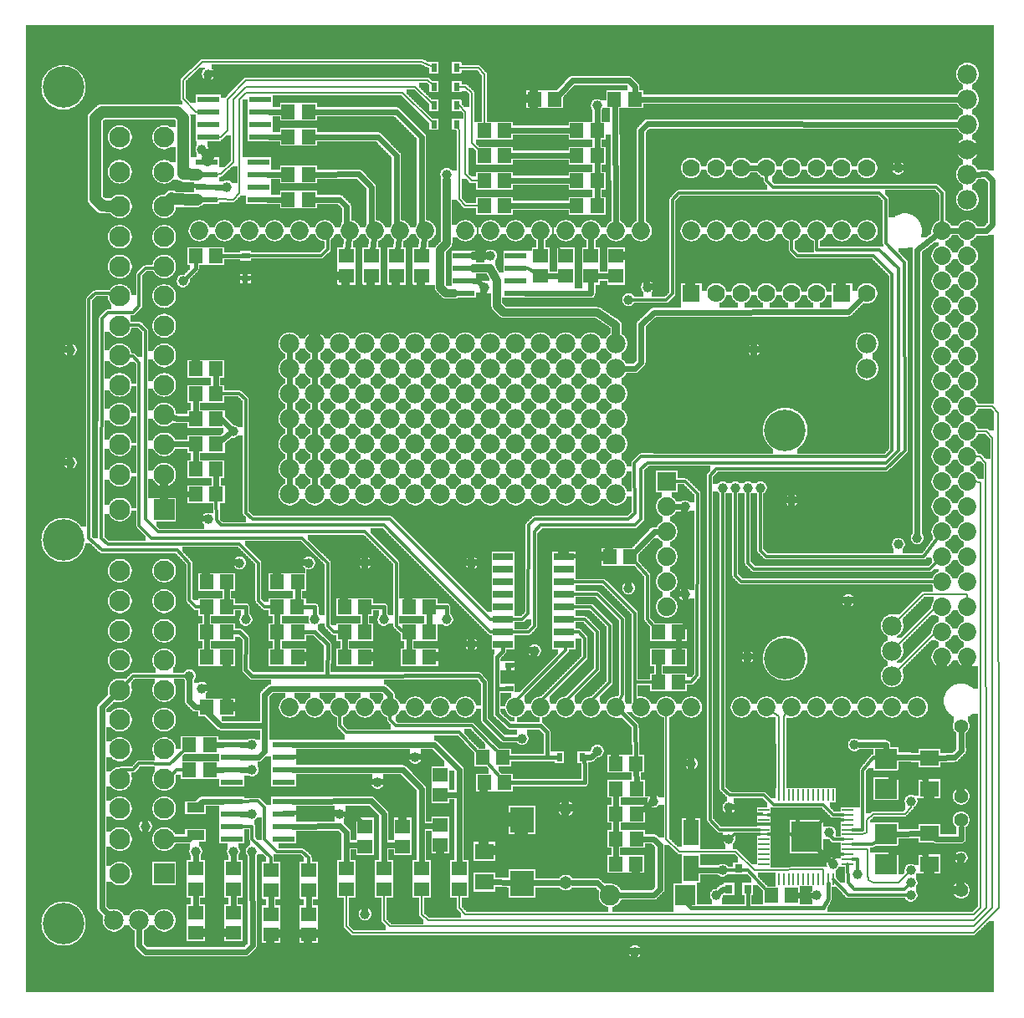
<source format=gtl>
G04 MADE WITH FRITZING*
G04 WWW.FRITZING.ORG*
G04 DOUBLE SIDED*
G04 HOLES PLATED*
G04 CONTOUR ON CENTER OF CONTOUR VECTOR*
%ASAXBY*%
%FSLAX23Y23*%
%MOIN*%
%OFA0B0*%
%SFA1.0B1.0*%
%ADD10C,0.075000*%
%ADD11C,0.039370*%
%ADD12C,0.072917*%
%ADD13C,0.078000*%
%ADD14C,0.055433*%
%ADD15C,0.074000*%
%ADD16C,0.165354*%
%ADD17C,0.082672*%
%ADD18C,0.070000*%
%ADD19C,0.082000*%
%ADD20C,0.051496*%
%ADD21R,0.031496X0.035433*%
%ADD22R,0.062992X0.102362*%
%ADD23R,0.122048X0.122048*%
%ADD24R,0.010000X0.045000*%
%ADD25R,0.045000X0.010000*%
%ADD26R,0.070866X0.039370*%
%ADD27R,0.055118X0.059055*%
%ADD28R,0.059055X0.055118*%
%ADD29R,0.032677X0.024803*%
%ADD30R,0.087000X0.024000*%
%ADD31R,0.024803X0.032677*%
%ADD32R,0.074000X0.074000*%
%ADD33R,0.070000X0.070000*%
%ADD34R,0.082000X0.082000*%
%ADD35R,0.094488X0.102362*%
%ADD36R,0.074803X0.062992*%
%ADD37R,0.086614X0.078740*%
%ADD38R,0.080000X0.026000*%
%ADD39C,0.024000*%
%ADD40C,0.012000*%
%ADD41C,0.016000*%
%ADD42C,0.032000*%
%ADD43C,0.048000*%
%ADD44C,0.008000*%
%ADD45R,0.001000X0.001000*%
%LNCOPPER1*%
G90*
G70*
G54D10*
X3614Y3175D03*
X3160Y2057D03*
X2591Y3420D03*
X123Y3818D03*
X1323Y1661D03*
X1603Y1667D03*
X2282Y1827D03*
X3160Y1478D03*
X2381Y1061D03*
X1537Y385D03*
G54D11*
X2541Y803D03*
X516Y703D03*
X1816Y1428D03*
X2941Y2603D03*
X2666Y1628D03*
X3766Y578D03*
X3191Y428D03*
X3091Y2003D03*
X2466Y203D03*
X3354Y512D03*
X3241Y678D03*
X2816Y528D03*
X2691Y953D03*
X2791Y428D03*
X1866Y2853D03*
X2841Y778D03*
X2841Y653D03*
X3256Y552D03*
X1891Y2978D03*
X841Y3253D03*
X941Y603D03*
X741Y3403D03*
X766Y3703D03*
X216Y2603D03*
X216Y2153D03*
X1816Y1753D03*
X2066Y1403D03*
X1391Y353D03*
X741Y1253D03*
X766Y1928D03*
X2816Y2053D03*
X2866Y2053D03*
X2916Y2053D03*
X2966Y2053D03*
G54D12*
X2991Y1178D03*
X1391Y1178D03*
X3091Y1178D03*
X3191Y1178D03*
X3291Y1178D03*
X3391Y1178D03*
X3691Y2578D03*
X3491Y1178D03*
X3591Y1178D03*
X1431Y3078D03*
X1991Y1178D03*
X2091Y1178D03*
X2191Y1178D03*
X2291Y1178D03*
X3691Y1778D03*
X2391Y1178D03*
X2491Y1178D03*
X2591Y1178D03*
X2691Y1178D03*
X2191Y3078D03*
X3691Y2978D03*
X3691Y2178D03*
X3691Y1378D03*
X1031Y3078D03*
X1791Y1178D03*
X1791Y3078D03*
X3691Y2778D03*
X3691Y2378D03*
X3691Y1978D03*
X3391Y3078D03*
X3691Y1578D03*
X3291Y3078D03*
X3191Y3078D03*
X3091Y3078D03*
X2991Y3078D03*
X2891Y3078D03*
X2791Y3078D03*
X2691Y3078D03*
X831Y3078D03*
X1231Y3078D03*
X1631Y3078D03*
X1191Y1178D03*
X1591Y1178D03*
X2391Y3078D03*
X1991Y3078D03*
X3691Y3078D03*
X3691Y2878D03*
X3691Y2678D03*
X3691Y2478D03*
X3691Y2278D03*
X3691Y2078D03*
X3691Y1878D03*
X3691Y1678D03*
X3691Y1478D03*
X731Y3078D03*
X931Y3078D03*
X1131Y3078D03*
X1331Y3078D03*
X1531Y3078D03*
X1091Y1178D03*
X1291Y1178D03*
X1491Y1178D03*
X1691Y1178D03*
X2491Y3078D03*
X2291Y3078D03*
X2091Y3078D03*
X1891Y3078D03*
X3791Y3078D03*
X3791Y2978D03*
X3791Y2878D03*
X3791Y2778D03*
X3791Y2678D03*
X3791Y2578D03*
X3791Y2478D03*
X3791Y2378D03*
X3791Y2278D03*
X3791Y2178D03*
X3791Y2078D03*
X3791Y1978D03*
X3791Y1878D03*
X3791Y1778D03*
X3791Y1678D03*
X3791Y1578D03*
X3791Y1478D03*
X3791Y1378D03*
X2891Y1178D03*
G54D11*
X3566Y803D03*
X2316Y1003D03*
G54D13*
X1291Y2428D03*
X2091Y2028D03*
X2091Y2428D03*
X1991Y2528D03*
X1891Y2528D03*
X1991Y2028D03*
X1891Y2028D03*
X1991Y2428D03*
X2091Y2528D03*
X2191Y2028D03*
X2391Y2528D03*
X2391Y2028D03*
X2191Y2428D03*
X2391Y2428D03*
X2291Y2528D03*
X1891Y2428D03*
X2291Y2028D03*
X2191Y2528D03*
X2291Y2428D03*
X1491Y2028D03*
X1491Y2428D03*
X1491Y2528D03*
X1391Y2528D03*
X1391Y2028D03*
X1291Y2528D03*
X1391Y2428D03*
X1291Y2028D03*
X1791Y2528D03*
X1691Y2028D03*
X1691Y2528D03*
X1791Y2028D03*
X1791Y2428D03*
X1591Y2428D03*
X1691Y2428D03*
X1591Y2528D03*
X1591Y2028D03*
X591Y328D03*
X491Y328D03*
X391Y328D03*
X1291Y2128D03*
X2091Y2128D03*
X2191Y2128D03*
X2391Y2128D03*
X1891Y2128D03*
X2291Y2128D03*
X1991Y2128D03*
X1491Y2128D03*
X1391Y2128D03*
X1591Y2128D03*
X1791Y2128D03*
X1691Y2128D03*
X1291Y2228D03*
X1991Y2228D03*
X1891Y2228D03*
X2091Y2228D03*
X2291Y2228D03*
X2191Y2228D03*
X2391Y2228D03*
X1391Y2228D03*
X1491Y2228D03*
X1791Y2228D03*
X1591Y2228D03*
X1691Y2228D03*
X1291Y2328D03*
X2091Y2328D03*
X2191Y2328D03*
X2291Y2328D03*
X2391Y2328D03*
X1991Y2328D03*
X1891Y2328D03*
X1391Y2328D03*
X1591Y2328D03*
X1491Y2328D03*
X1691Y2328D03*
X1791Y2328D03*
G54D11*
X3566Y478D03*
X3566Y428D03*
X3566Y528D03*
X2666Y1978D03*
X2441Y2803D03*
X1716Y3303D03*
X2316Y3578D03*
X3591Y1853D03*
X2441Y1653D03*
X666Y2878D03*
X1591Y978D03*
X1441Y878D03*
X1291Y753D03*
G54D14*
X3766Y1103D03*
X3766Y823D03*
X3766Y1103D03*
X3766Y823D03*
G54D11*
X2016Y1053D03*
X3341Y1028D03*
G54D14*
X3766Y728D03*
X3766Y448D03*
X3766Y728D03*
X3766Y448D03*
G54D15*
X2593Y2078D03*
X2593Y1978D03*
X2593Y1878D03*
X2593Y1778D03*
X2593Y1678D03*
X2593Y1578D03*
G54D16*
X3065Y2283D03*
X3065Y1373D03*
G54D11*
X941Y1028D03*
X941Y928D03*
X866Y603D03*
X716Y603D03*
X941Y753D03*
G54D17*
X414Y514D03*
X414Y652D03*
X591Y652D03*
X414Y774D03*
X591Y774D03*
X414Y892D03*
X591Y892D03*
X414Y1010D03*
X591Y1010D03*
X414Y1128D03*
X591Y1128D03*
X414Y1246D03*
X591Y1246D03*
X414Y1364D03*
X591Y1364D03*
X414Y1482D03*
X591Y1482D03*
X414Y1601D03*
X591Y1601D03*
X414Y1722D03*
X591Y1722D03*
X414Y1966D03*
X414Y2105D03*
X591Y2105D03*
X414Y2226D03*
X591Y2226D03*
X414Y2345D03*
X591Y2345D03*
X414Y2463D03*
X591Y2463D03*
X414Y2581D03*
X591Y2581D03*
X414Y2699D03*
X591Y2699D03*
X414Y2817D03*
X591Y2817D03*
X414Y2936D03*
X591Y2936D03*
X414Y3054D03*
X591Y3054D03*
X414Y3176D03*
X591Y3176D03*
X414Y3313D03*
X591Y3313D03*
X414Y3451D03*
X591Y3451D03*
X591Y514D03*
X591Y1966D03*
G54D16*
X190Y315D03*
X190Y3650D03*
X190Y1845D03*
G54D11*
X3316Y1603D03*
X2916Y1378D03*
X2516Y2853D03*
G54D18*
X3391Y3329D03*
X3391Y2829D03*
X3291Y3329D03*
X3291Y2829D03*
X3191Y3329D03*
X3191Y2829D03*
X3091Y3329D03*
X3091Y2829D03*
X2991Y3329D03*
X2991Y2829D03*
X2891Y3329D03*
X2891Y2829D03*
X2791Y3329D03*
X2791Y2829D03*
X2691Y3329D03*
X2691Y2829D03*
G54D11*
X3516Y1828D03*
G54D19*
X2666Y428D03*
X2368Y428D03*
G54D20*
X2191Y478D03*
X2191Y773D03*
X2191Y478D03*
X2191Y773D03*
G54D11*
X916Y1528D03*
X1191Y1528D03*
X1466Y1528D03*
X1716Y1528D03*
X691Y1303D03*
X866Y2278D03*
X1391Y1753D03*
X1166Y1753D03*
X891Y1753D03*
G54D13*
X3791Y3203D03*
X3791Y3303D03*
X3791Y3403D03*
X3791Y3503D03*
X3791Y3603D03*
X3791Y3703D03*
X3391Y2628D03*
X3391Y2528D03*
X3491Y1503D03*
X3491Y1403D03*
X3491Y1303D03*
X1091Y2628D03*
X1091Y2528D03*
X1091Y2428D03*
X1091Y2328D03*
X1091Y2228D03*
X1091Y2128D03*
X1091Y2028D03*
X1191Y2628D03*
X1191Y2528D03*
X1191Y2428D03*
X1191Y2328D03*
X1191Y2228D03*
X1191Y2128D03*
X1191Y2028D03*
X2391Y2628D03*
X1891Y2628D03*
X2091Y2628D03*
X1991Y2628D03*
X2291Y2628D03*
X2191Y2628D03*
X1491Y2628D03*
X1391Y2628D03*
X1291Y2628D03*
X1791Y2628D03*
X1691Y2628D03*
X1591Y2628D03*
G54D11*
X3516Y3328D03*
G54D21*
X2841Y453D03*
X2916Y453D03*
X2879Y536D03*
G54D22*
X2691Y536D03*
X2691Y678D03*
G54D23*
X3150Y663D03*
G54D24*
X3039Y493D03*
X3059Y493D03*
X3079Y493D03*
X3098Y493D03*
X3118Y493D03*
X3138Y493D03*
X3157Y493D03*
X3177Y493D03*
X3197Y493D03*
X3216Y493D03*
X3236Y493D03*
X3256Y493D03*
G54D25*
X3315Y552D03*
X3315Y571D03*
X3315Y591D03*
X3315Y611D03*
X3315Y630D03*
X3315Y650D03*
X3315Y670D03*
X3315Y689D03*
X3315Y709D03*
X3315Y729D03*
X3315Y748D03*
X3315Y768D03*
G54D24*
X3256Y827D03*
X3236Y827D03*
X3216Y827D03*
X3197Y827D03*
X3177Y827D03*
X3157Y827D03*
X3138Y827D03*
X3118Y827D03*
X3098Y827D03*
X3079Y827D03*
X3059Y827D03*
X3039Y827D03*
G54D25*
X2980Y768D03*
X2980Y748D03*
X2980Y729D03*
X2980Y709D03*
X2980Y689D03*
X2980Y670D03*
X2980Y650D03*
X2980Y630D03*
X2980Y611D03*
X2980Y591D03*
X2980Y571D03*
X2980Y552D03*
G54D26*
X716Y778D03*
X716Y668D03*
G54D27*
X2641Y1278D03*
X2560Y1278D03*
X2561Y1378D03*
X2641Y1378D03*
X2641Y1478D03*
X2560Y1478D03*
G54D28*
X2391Y2978D03*
X2391Y2897D03*
X2291Y2978D03*
X2291Y2897D03*
G54D27*
X2066Y3603D03*
X2147Y3603D03*
X2466Y3603D03*
X2385Y3603D03*
G54D28*
X2091Y2978D03*
X2091Y2897D03*
X2191Y2978D03*
X2191Y2897D03*
G54D27*
X2366Y1778D03*
X2447Y1778D03*
X716Y2978D03*
X797Y2978D03*
G54D29*
X1966Y1253D03*
X1966Y1344D03*
X916Y2978D03*
X916Y2887D03*
G54D30*
X1066Y928D03*
X860Y878D03*
X860Y978D03*
X1066Y978D03*
X860Y928D03*
X1066Y1028D03*
X860Y1028D03*
X1066Y878D03*
X1066Y703D03*
X860Y653D03*
X860Y753D03*
X1066Y753D03*
X860Y703D03*
X1066Y803D03*
X860Y803D03*
X1066Y653D03*
G54D27*
X1941Y978D03*
X1860Y978D03*
X760Y1578D03*
X841Y1578D03*
X760Y1678D03*
X841Y1678D03*
X1566Y1478D03*
X1647Y1478D03*
X1566Y1578D03*
X1647Y1578D03*
X1866Y878D03*
X1947Y878D03*
G54D31*
X2166Y978D03*
X2257Y978D03*
G54D27*
X841Y1178D03*
X760Y1178D03*
X798Y2228D03*
X717Y2228D03*
X716Y2428D03*
X797Y2428D03*
X716Y2128D03*
X797Y2128D03*
G54D32*
X2593Y2078D03*
G54D28*
X1166Y272D03*
X1166Y353D03*
X1016Y272D03*
X1016Y353D03*
G54D33*
X2691Y2829D03*
X3291Y2829D03*
G54D28*
X716Y278D03*
X716Y359D03*
X866Y278D03*
X866Y359D03*
G54D34*
X2667Y428D03*
G54D28*
X866Y453D03*
X866Y534D03*
X1541Y703D03*
X1541Y622D03*
G54D27*
X798Y2328D03*
X717Y2328D03*
G54D28*
X716Y453D03*
X716Y534D03*
X1391Y703D03*
X1391Y622D03*
X1166Y447D03*
X1166Y528D03*
X1016Y447D03*
X1016Y528D03*
G54D35*
X2016Y476D03*
X2016Y728D03*
G54D27*
X1866Y3178D03*
X1947Y3178D03*
G54D31*
X1666Y3653D03*
X1757Y3653D03*
X1666Y3728D03*
X1757Y3728D03*
X1666Y3503D03*
X1757Y3503D03*
X1666Y3578D03*
X1757Y3578D03*
G54D27*
X841Y1478D03*
X760Y1478D03*
X2316Y3478D03*
X2235Y3478D03*
G54D28*
X1316Y453D03*
X1316Y534D03*
X1466Y453D03*
X1466Y534D03*
G54D27*
X841Y1378D03*
X760Y1378D03*
X3091Y428D03*
X3010Y428D03*
X716Y2528D03*
X797Y2528D03*
X798Y2028D03*
X717Y2028D03*
X2472Y753D03*
X2391Y753D03*
X1391Y1378D03*
X1310Y1378D03*
X1648Y1378D03*
X1567Y1378D03*
G54D36*
X3641Y853D03*
X3641Y975D03*
X3641Y553D03*
X3641Y675D03*
X1866Y603D03*
X1866Y481D03*
G54D27*
X1866Y3478D03*
X1947Y3478D03*
X2316Y3378D03*
X2235Y3378D03*
X1866Y3378D03*
X1947Y3378D03*
G54D37*
X3466Y971D03*
X3466Y853D03*
X3466Y671D03*
X3466Y553D03*
G54D28*
X1516Y2978D03*
X1516Y2897D03*
X1316Y2978D03*
X1316Y2897D03*
X1616Y2978D03*
X1616Y2897D03*
X1416Y2978D03*
X1416Y2897D03*
G54D27*
X1166Y3453D03*
X1085Y3453D03*
X1166Y3203D03*
X1085Y3203D03*
X1166Y3553D03*
X1085Y3553D03*
X1166Y3303D03*
X1085Y3303D03*
X2316Y3278D03*
X2235Y3278D03*
X2316Y3178D03*
X2235Y3178D03*
X1866Y3278D03*
X1947Y3278D03*
G54D30*
X1991Y2878D03*
X1785Y2828D03*
X1785Y2928D03*
X1991Y2928D03*
X1785Y2878D03*
X1991Y2978D03*
X1785Y2978D03*
X1991Y2828D03*
X972Y3503D03*
X766Y3453D03*
X766Y3553D03*
X972Y3553D03*
X766Y3503D03*
X972Y3603D03*
X766Y3603D03*
X972Y3453D03*
X966Y3253D03*
X760Y3203D03*
X760Y3303D03*
X966Y3303D03*
X760Y3253D03*
X966Y3353D03*
X760Y3353D03*
X966Y3203D03*
G54D27*
X1122Y1478D03*
X1041Y1478D03*
X1122Y1378D03*
X1041Y1378D03*
G54D28*
X1766Y453D03*
X1766Y534D03*
X1616Y453D03*
X1616Y534D03*
X1691Y628D03*
X1691Y709D03*
X1691Y909D03*
X1691Y828D03*
G54D27*
X2391Y853D03*
X2472Y853D03*
X1041Y1578D03*
X1121Y1578D03*
X1041Y1678D03*
X1122Y1678D03*
G54D38*
X2183Y1428D03*
X2183Y1478D03*
X2183Y1528D03*
X2183Y1578D03*
X2183Y1628D03*
X2183Y1678D03*
X2183Y1728D03*
X2183Y1778D03*
X1941Y1778D03*
X1941Y1728D03*
X1941Y1678D03*
X1941Y1628D03*
X1941Y1578D03*
X1941Y1528D03*
X1941Y1478D03*
X1941Y1428D03*
G54D27*
X1310Y1578D03*
X1391Y1578D03*
X1310Y1478D03*
X1391Y1478D03*
X2472Y653D03*
X2391Y653D03*
X2391Y553D03*
X2471Y553D03*
X2391Y953D03*
X2471Y953D03*
X691Y928D03*
X772Y928D03*
X772Y1028D03*
X691Y1028D03*
G54D39*
X2494Y769D02*
X2526Y792D01*
G54D40*
D02*
X2538Y1278D02*
X2466Y1278D01*
G54D39*
D02*
X2624Y1978D02*
X2647Y1978D01*
D02*
X3113Y428D02*
X3172Y428D01*
D02*
X2641Y1454D02*
X2641Y1402D01*
D02*
X2666Y1503D02*
X2666Y1609D01*
D02*
X2663Y1500D02*
X2666Y1503D01*
D02*
X2386Y3579D02*
X2391Y3108D01*
G54D40*
D02*
X3099Y749D02*
X2997Y749D01*
D02*
X3122Y710D02*
X3099Y749D01*
D02*
X3079Y670D02*
X2997Y670D01*
D02*
X3096Y668D02*
X3079Y670D01*
D02*
X3256Y650D02*
X3247Y666D01*
D02*
X3298Y650D02*
X3256Y650D01*
D02*
X3354Y571D02*
X3354Y526D01*
D02*
X3332Y571D02*
X3354Y571D01*
D02*
X3216Y729D02*
X3188Y701D01*
D02*
X3298Y729D02*
X3216Y729D01*
G54D39*
D02*
X2442Y3677D02*
X2466Y3653D01*
D02*
X2217Y3677D02*
X2442Y3677D01*
D02*
X2169Y3626D02*
X2217Y3677D01*
D02*
X2466Y3653D02*
X2466Y3627D01*
D02*
X3761Y3603D02*
X2488Y3603D01*
D02*
X2816Y453D02*
X2805Y441D01*
G54D40*
D02*
X2891Y528D02*
X2889Y529D01*
D02*
X2916Y528D02*
X2891Y528D01*
D02*
X2988Y451D02*
X2916Y528D01*
G54D41*
D02*
X2916Y441D02*
X2916Y379D01*
G54D39*
D02*
X2691Y536D02*
X2691Y528D01*
D02*
X2691Y528D02*
X2797Y528D01*
G54D40*
D02*
X2868Y529D02*
X2867Y528D01*
D02*
X2867Y528D02*
X2830Y528D01*
G54D39*
D02*
X2831Y453D02*
X2816Y453D01*
D02*
X3243Y565D02*
X3191Y619D01*
D02*
X1840Y2877D02*
X1852Y2866D01*
D02*
X1823Y2877D02*
X1840Y2877D01*
D02*
X3491Y603D02*
X3483Y587D01*
D02*
X3628Y579D02*
X3616Y603D01*
D02*
X3616Y603D02*
X3491Y603D01*
G54D40*
D02*
X3276Y591D02*
X3256Y571D01*
D02*
X3256Y571D02*
X3256Y565D01*
D02*
X3298Y591D02*
X3276Y591D01*
G54D39*
D02*
X798Y3253D02*
X822Y3253D01*
G54D42*
D02*
X1823Y2978D02*
X1867Y2978D01*
G54D43*
D02*
X766Y3377D02*
X762Y3359D01*
D02*
X762Y3381D02*
X766Y3377D01*
G54D44*
D02*
X1816Y2978D02*
X1791Y2978D01*
D02*
X1866Y3128D02*
X1841Y3103D01*
D02*
X1841Y3003D02*
X1816Y2978D01*
D02*
X1841Y3103D02*
X1841Y3003D01*
D02*
X2116Y3128D02*
X1866Y3128D01*
D02*
X2141Y3103D02*
X2116Y3128D01*
D02*
X2141Y3028D02*
X2141Y3103D01*
D02*
X2169Y3000D02*
X2141Y3028D01*
D02*
X1791Y2978D02*
X1785Y2978D01*
G54D41*
D02*
X1916Y1253D02*
X1955Y1253D01*
G54D39*
D02*
X491Y228D02*
X491Y298D01*
D02*
X517Y203D02*
X491Y228D01*
D02*
X917Y203D02*
X517Y203D01*
D02*
X942Y228D02*
X917Y203D01*
D02*
X941Y584D02*
X942Y228D01*
D02*
X695Y2028D02*
X591Y2028D01*
D02*
X591Y2028D02*
X591Y1999D01*
D02*
X691Y653D02*
X692Y654D01*
D02*
X624Y652D02*
X691Y653D01*
D02*
X742Y803D02*
X731Y792D01*
D02*
X822Y803D02*
X742Y803D01*
D02*
X342Y377D02*
X370Y349D01*
D02*
X342Y1177D02*
X342Y377D01*
D02*
X390Y1224D02*
X342Y1177D01*
G54D42*
D02*
X591Y2005D02*
X591Y2066D01*
G54D44*
D02*
X3011Y1163D02*
X3039Y1142D01*
D02*
X3039Y1142D02*
X3039Y844D01*
D02*
X3059Y867D02*
X3059Y1142D01*
D02*
X3059Y844D02*
X3059Y867D01*
D02*
X3059Y1142D02*
X3075Y1160D01*
D02*
X3667Y1478D02*
X3667Y1478D01*
D02*
X3667Y1578D02*
X3667Y1578D01*
D02*
X3617Y1628D02*
X3791Y1628D01*
D02*
X3791Y1628D02*
X3791Y1603D01*
D02*
X3509Y1520D02*
X3617Y1628D01*
D02*
X3509Y1420D02*
X3667Y1578D01*
D02*
X3509Y1320D02*
X3667Y1478D01*
G54D40*
D02*
X2816Y853D02*
X2842Y828D01*
D02*
X3256Y748D02*
X3298Y748D01*
D02*
X2980Y827D02*
X3019Y788D01*
D02*
X2842Y828D02*
X2980Y827D01*
D02*
X3217Y788D02*
X3256Y748D01*
D02*
X3019Y788D02*
X3217Y788D01*
D02*
X2816Y2040D02*
X2816Y853D01*
D02*
X2966Y1802D02*
X2991Y1778D01*
D02*
X2991Y1778D02*
X3617Y1778D01*
D02*
X3617Y1778D02*
X3676Y1858D01*
D02*
X2966Y2040D02*
X2966Y1802D01*
D02*
X2917Y1752D02*
X2941Y1728D01*
D02*
X2941Y1728D02*
X3641Y1728D01*
D02*
X3641Y1728D02*
X3674Y1761D01*
D02*
X2916Y2040D02*
X2917Y1752D01*
D02*
X2867Y1702D02*
X2891Y1678D01*
D02*
X2891Y1678D02*
X3667Y1678D01*
D02*
X2866Y2040D02*
X2867Y1702D01*
G54D44*
D02*
X3374Y670D02*
X3332Y670D01*
D02*
X3542Y753D02*
X3416Y753D01*
D02*
X3416Y753D02*
X3391Y728D01*
D02*
X3391Y728D02*
X3391Y678D01*
D02*
X3391Y678D02*
X3374Y670D01*
D02*
X3566Y778D02*
X3542Y753D01*
D02*
X3566Y790D02*
X3566Y778D01*
G54D39*
D02*
X2291Y978D02*
X2303Y989D01*
D02*
X2264Y978D02*
X2291Y978D01*
G54D40*
D02*
X2040Y2928D02*
X2029Y2928D01*
D02*
X2067Y2912D02*
X2040Y2928D01*
G54D39*
D02*
X2115Y2897D02*
X2167Y2897D01*
D02*
X2291Y3048D02*
X2291Y3000D01*
D02*
X2091Y3048D02*
X2091Y3000D01*
G54D40*
D02*
X3541Y453D02*
X3557Y469D01*
D02*
X3316Y478D02*
X3341Y453D01*
D02*
X3315Y551D02*
X3316Y478D01*
D02*
X3341Y453D02*
X3541Y453D01*
G54D44*
D02*
X3416Y478D02*
X3516Y478D01*
D02*
X3394Y512D02*
X3396Y489D01*
D02*
X3394Y610D02*
X3394Y512D01*
D02*
X3354Y610D02*
X3394Y610D01*
D02*
X3396Y489D02*
X3416Y478D01*
D02*
X3332Y611D02*
X3354Y610D01*
D02*
X3516Y478D02*
X3557Y519D01*
D02*
X2642Y603D02*
X2867Y603D01*
D02*
X2867Y603D02*
X2942Y528D01*
D02*
X2942Y528D02*
X3216Y532D01*
D02*
X3216Y532D02*
X3216Y510D01*
D02*
X2591Y1153D02*
X2591Y653D01*
D02*
X2591Y653D02*
X2642Y603D01*
G54D40*
D02*
X3256Y492D02*
X3317Y428D01*
D02*
X3317Y428D02*
X3553Y428D01*
D02*
X2666Y2078D02*
X2618Y2078D01*
D02*
X2715Y1304D02*
X2716Y2028D01*
D02*
X2691Y1278D02*
X2715Y1304D01*
D02*
X2663Y1278D02*
X2691Y1278D01*
D02*
X2716Y2028D02*
X2666Y2078D01*
G54D39*
D02*
X2291Y2828D02*
X2291Y2875D01*
G54D42*
D02*
X1717Y3028D02*
X1691Y3002D01*
D02*
X1691Y3002D02*
X1691Y2852D01*
D02*
X1691Y2852D02*
X1715Y2828D01*
D02*
X1715Y2828D02*
X1747Y2828D01*
D02*
X1716Y3278D02*
X1717Y3028D01*
G54D40*
D02*
X2766Y2103D02*
X2791Y2128D01*
D02*
X2767Y728D02*
X2766Y2103D01*
D02*
X2803Y689D02*
X2767Y728D01*
D02*
X2516Y1703D02*
X2469Y1754D01*
D02*
X2516Y1528D02*
X2516Y1703D01*
D02*
X2539Y1502D02*
X2516Y1528D01*
G54D39*
D02*
X2316Y3502D02*
X2316Y3552D01*
D02*
X2316Y3552D02*
X2316Y3559D01*
D02*
X1091Y2558D02*
X1091Y2598D01*
D02*
X1091Y2458D02*
X1091Y2498D01*
D02*
X1091Y2358D02*
X1091Y2398D01*
D02*
X1091Y2258D02*
X1091Y2298D01*
D02*
X1091Y2158D02*
X1091Y2198D01*
D02*
X2315Y2897D02*
X2367Y2897D01*
D02*
X2029Y2828D02*
X2291Y2828D01*
D02*
X3591Y3002D02*
X3667Y3060D01*
D02*
X3591Y1872D02*
X3591Y3002D01*
G54D40*
D02*
X3691Y3228D02*
X3691Y3152D01*
D02*
X3667Y3252D02*
X3691Y3228D01*
D02*
X3016Y3252D02*
X3667Y3252D01*
D02*
X2991Y3277D02*
X3016Y3252D01*
D02*
X2991Y3308D02*
X2991Y3277D01*
D02*
X3691Y3152D02*
X3691Y3103D01*
G54D39*
D02*
X3721Y3078D02*
X3761Y3078D01*
D02*
X2965Y3329D02*
X2917Y3329D01*
D02*
X2542Y1878D02*
X2469Y1801D01*
D02*
X2562Y1878D02*
X2542Y1878D01*
G54D40*
D02*
X1591Y1777D02*
X1891Y1477D01*
D02*
X1891Y1477D02*
X1907Y1477D01*
D02*
X1467Y1904D02*
X1591Y1777D01*
G54D39*
D02*
X797Y2104D02*
X798Y2052D01*
G54D40*
D02*
X1891Y1528D02*
X1907Y1528D01*
D02*
X1491Y1928D02*
X1891Y1528D01*
D02*
X916Y2404D02*
X916Y1952D01*
G54D41*
D02*
X716Y2954D02*
X716Y2928D01*
D02*
X716Y2928D02*
X676Y2888D01*
G54D40*
D02*
X916Y1952D02*
X942Y1928D01*
D02*
X891Y2428D02*
X916Y2404D01*
D02*
X819Y2428D02*
X891Y2428D01*
D02*
X942Y1928D02*
X1491Y1928D01*
D02*
X816Y1904D02*
X1467Y1904D01*
D02*
X800Y1924D02*
X816Y1904D01*
D02*
X798Y2004D02*
X800Y1924D01*
D02*
X2041Y1553D02*
X2042Y1904D01*
D02*
X2016Y1528D02*
X2041Y1553D01*
D02*
X2066Y1503D02*
X2067Y1877D01*
D02*
X3091Y3002D02*
X3091Y3053D01*
D02*
X3115Y2978D02*
X3091Y3002D01*
D02*
X3417Y2978D02*
X3115Y2978D01*
D02*
X3491Y2904D02*
X3417Y2978D01*
D02*
X3491Y2203D02*
X3491Y2904D01*
D02*
X3466Y2177D02*
X3491Y2203D01*
D02*
X2491Y2178D02*
X3466Y2177D01*
D02*
X2467Y1952D02*
X2465Y2152D01*
D02*
X2465Y2152D02*
X2491Y2178D01*
D02*
X2067Y1928D02*
X2440Y1928D01*
D02*
X2440Y1928D02*
X2467Y1952D01*
D02*
X2042Y1904D02*
X2067Y1928D01*
D02*
X1976Y1528D02*
X2016Y1528D01*
D02*
X3191Y3002D02*
X3191Y3053D01*
D02*
X3441Y3002D02*
X3191Y3002D01*
D02*
X3517Y2928D02*
X3441Y3002D01*
D02*
X3517Y2203D02*
X3517Y2928D01*
D02*
X3466Y2153D02*
X3517Y2203D01*
D02*
X2517Y2152D02*
X3466Y2153D01*
D02*
X2491Y1928D02*
X2491Y2128D01*
D02*
X2491Y2128D02*
X2517Y2152D01*
D02*
X2091Y1904D02*
X2467Y1904D01*
D02*
X2467Y1904D02*
X2491Y1928D01*
D02*
X2067Y1877D02*
X2091Y1904D01*
D02*
X2042Y1477D02*
X2066Y1503D01*
D02*
X1976Y1478D02*
X2042Y1477D01*
D02*
X1216Y2979D02*
X927Y2978D01*
D02*
X1242Y3052D02*
X1242Y3004D01*
D02*
X1241Y3055D02*
X1242Y3052D01*
D02*
X1242Y3004D02*
X1216Y2979D01*
G54D41*
D02*
X905Y2978D02*
X819Y2978D01*
G54D40*
D02*
X2316Y1628D02*
X2218Y1628D01*
D02*
X2416Y1228D02*
X2416Y1528D01*
D02*
X2402Y1200D02*
X2416Y1228D01*
D02*
X2416Y1528D02*
X2316Y1628D01*
D02*
X3374Y925D02*
X3416Y978D01*
D02*
X3416Y978D02*
X3428Y976D01*
D02*
X3332Y689D02*
X3374Y689D01*
D02*
X3374Y689D02*
X3374Y925D01*
G54D39*
D02*
X3467Y1028D02*
X3467Y1005D01*
D02*
X3360Y1028D02*
X3467Y1028D01*
G54D40*
D02*
X3413Y631D02*
X3332Y630D01*
D02*
X3442Y653D02*
X3413Y631D01*
D02*
X3466Y671D02*
X3442Y653D01*
G54D39*
D02*
X3666Y653D02*
X3641Y675D01*
D02*
X3766Y699D02*
X3766Y653D01*
D02*
X3766Y653D02*
X3666Y653D01*
D02*
X3609Y674D02*
X3504Y672D01*
D02*
X3767Y1004D02*
X3741Y978D01*
D02*
X3766Y1074D02*
X3767Y1004D01*
D02*
X3741Y978D02*
X3673Y976D01*
D02*
X3516Y978D02*
X3616Y978D01*
D02*
X3616Y978D02*
X3641Y975D01*
D02*
X3504Y977D02*
X3516Y978D01*
G54D41*
D02*
X941Y1302D02*
X915Y1328D01*
D02*
X891Y1478D02*
X863Y1478D01*
D02*
X915Y1328D02*
X916Y1453D01*
D02*
X916Y1453D02*
X891Y1478D01*
D02*
X1240Y1303D02*
X941Y1302D01*
D02*
X1242Y1428D02*
X1240Y1303D01*
D02*
X1191Y1478D02*
X1242Y1428D01*
D02*
X1842Y1304D02*
X1867Y1277D01*
D02*
X1867Y1277D02*
X1867Y1128D01*
D02*
X1867Y1128D02*
X1942Y1052D01*
D02*
X1942Y1052D02*
X2003Y1053D01*
D02*
X1144Y1478D02*
X1191Y1478D01*
D02*
X1240Y1303D02*
X1842Y1304D01*
G54D43*
D02*
X642Y3552D02*
X667Y3528D01*
D02*
X342Y3552D02*
X642Y3552D01*
D02*
X316Y3528D02*
X342Y3552D01*
D02*
X316Y3204D02*
X316Y3528D01*
D02*
X667Y3528D02*
X667Y3304D01*
D02*
X667Y3304D02*
X722Y3303D01*
D02*
X342Y3177D02*
X316Y3204D01*
D02*
X616Y3204D02*
X722Y3203D01*
D02*
X620Y3209D02*
X616Y3204D01*
D02*
X370Y3176D02*
X342Y3177D01*
G54D39*
D02*
X766Y1153D02*
X766Y1154D01*
D02*
X991Y1104D02*
X816Y1104D01*
D02*
X991Y1104D02*
X991Y1002D01*
D02*
X991Y1002D02*
X967Y978D01*
D02*
X967Y978D02*
X898Y978D01*
D02*
X898Y753D02*
X922Y753D01*
D02*
X1016Y375D02*
X1016Y425D01*
D02*
X1627Y3048D02*
X1619Y3000D01*
D02*
X1327Y3048D02*
X1319Y3000D01*
D02*
X1427Y3048D02*
X1419Y3000D01*
D02*
X1527Y3048D02*
X1519Y3000D01*
G54D44*
D02*
X3843Y2076D02*
X3816Y2077D01*
D02*
X3842Y377D02*
X3843Y2076D01*
D02*
X1791Y352D02*
X3816Y352D01*
D02*
X1767Y377D02*
X1791Y352D01*
G54D39*
D02*
X1467Y628D02*
X1466Y556D01*
D02*
X1316Y628D02*
X1316Y556D01*
D02*
X1291Y704D02*
X1316Y679D01*
D02*
X1416Y804D02*
X1467Y752D01*
D02*
X1767Y828D02*
X1766Y556D01*
D02*
X1616Y704D02*
X1616Y556D01*
D02*
X1104Y703D02*
X1291Y704D01*
D02*
X1316Y679D02*
X1316Y628D01*
D02*
X1104Y803D02*
X1416Y804D01*
D02*
X1467Y752D02*
X1467Y628D01*
D02*
X1542Y928D02*
X1616Y852D01*
D02*
X1616Y852D02*
X1616Y704D01*
D02*
X1104Y928D02*
X1542Y928D01*
G54D44*
D02*
X3816Y352D02*
X3842Y377D01*
D02*
X1766Y431D02*
X1767Y377D01*
G54D39*
D02*
X1667Y1028D02*
X1104Y1028D01*
D02*
X1767Y928D02*
X1667Y1028D01*
D02*
X1767Y828D02*
X1767Y928D01*
D02*
X1667Y704D02*
X1667Y704D01*
D02*
X1767Y828D02*
X1715Y828D01*
D02*
X1616Y704D02*
X1667Y704D01*
D02*
X1367Y628D02*
X1367Y628D01*
D02*
X1316Y628D02*
X1367Y628D01*
G54D40*
D02*
X1041Y603D02*
X991Y653D01*
D02*
X991Y778D02*
X965Y804D01*
D02*
X1141Y602D02*
X1041Y603D01*
D02*
X1167Y578D02*
X1141Y602D01*
D02*
X991Y653D02*
X991Y778D01*
D02*
X965Y804D02*
X898Y803D01*
D02*
X1167Y550D02*
X1167Y578D01*
G54D39*
D02*
X1166Y425D02*
X1166Y375D01*
D02*
X1516Y628D02*
X1517Y628D01*
D02*
X1467Y628D02*
X1516Y628D01*
G54D40*
D02*
X1016Y577D02*
X1016Y550D01*
D02*
X941Y653D02*
X1016Y577D01*
D02*
X898Y703D02*
X941Y702D01*
D02*
X941Y702D02*
X941Y653D01*
G54D39*
D02*
X716Y584D02*
X716Y556D01*
D02*
X866Y584D02*
X866Y556D01*
G54D41*
D02*
X2691Y378D02*
X2666Y403D01*
D02*
X2666Y403D02*
X2666Y401D01*
D02*
X2916Y379D02*
X2691Y378D01*
D02*
X3216Y378D02*
X2916Y379D01*
D02*
X3236Y414D02*
X3216Y378D01*
D02*
X3236Y476D02*
X3236Y414D01*
G54D39*
D02*
X1975Y477D02*
X1898Y480D01*
D02*
X2164Y478D02*
X2058Y477D01*
G54D44*
D02*
X1791Y3177D02*
X1844Y3178D01*
G54D39*
D02*
X1516Y3552D02*
X1616Y3452D01*
D02*
X1616Y3104D02*
X1615Y3104D01*
D02*
X1010Y3553D02*
X1063Y3553D01*
D02*
X1010Y3453D02*
X1063Y3453D01*
D02*
X1004Y3303D02*
X1063Y3303D01*
D02*
X1188Y3553D02*
X1516Y3552D01*
D02*
X1616Y3452D02*
X1616Y3104D01*
D02*
X1969Y3278D02*
X2213Y3278D01*
D02*
X1969Y3378D02*
X2213Y3378D01*
D02*
X1969Y3478D02*
X2213Y3478D01*
G54D44*
D02*
X1866Y3703D02*
X1866Y3502D01*
D02*
X1766Y3477D02*
X1767Y3204D01*
D02*
X1791Y3553D02*
X1791Y3304D01*
D02*
X1817Y3628D02*
X1816Y3428D01*
D02*
X1816Y3428D02*
X1844Y3400D01*
D02*
X1764Y3653D02*
X1791Y3653D01*
D02*
X1791Y3653D02*
X1817Y3628D01*
D02*
X1764Y3728D02*
X1842Y3728D01*
D02*
X1842Y3728D02*
X1866Y3703D01*
D02*
X1767Y3204D02*
X1791Y3177D01*
D02*
X1791Y3304D02*
X1816Y3277D01*
D02*
X1766Y3577D02*
X1791Y3553D01*
D02*
X1764Y3577D02*
X1766Y3577D01*
D02*
X1816Y3277D02*
X1844Y3278D01*
D02*
X1761Y3492D02*
X1766Y3477D01*
G54D39*
D02*
X1969Y3178D02*
X2213Y3178D01*
D02*
X1291Y3202D02*
X1188Y3203D01*
D02*
X1317Y3176D02*
X1291Y3202D01*
D02*
X1317Y3102D02*
X1317Y3176D01*
D02*
X1442Y3452D02*
X1516Y3377D01*
D02*
X1367Y3304D02*
X1188Y3303D01*
D02*
X1004Y3203D02*
X1063Y3203D01*
D02*
X1517Y3102D02*
X1516Y3104D01*
D02*
X1188Y3453D02*
X1442Y3452D01*
D02*
X1516Y3377D02*
X1517Y3102D01*
D02*
X1417Y3102D02*
X1416Y3252D01*
D02*
X1416Y3104D02*
X1417Y3102D01*
D02*
X1416Y3252D02*
X1367Y3304D01*
D02*
X1316Y3104D02*
X1317Y3102D01*
G54D44*
D02*
X866Y3203D02*
X816Y3204D01*
D02*
X891Y3228D02*
X866Y3203D01*
D02*
X867Y3352D02*
X866Y3603D01*
D02*
X842Y3477D02*
X842Y3603D01*
D02*
X817Y3452D02*
X842Y3477D01*
D02*
X917Y3628D02*
X891Y3603D01*
D02*
X1640Y3679D02*
X1659Y3660D01*
D02*
X917Y3679D02*
X1640Y3679D01*
D02*
X1591Y3653D02*
X1659Y3585D01*
D02*
X917Y3653D02*
X1591Y3653D01*
D02*
X816Y3304D02*
X867Y3352D01*
D02*
X667Y3604D02*
X666Y3677D01*
D02*
X716Y3552D02*
X667Y3604D01*
D02*
X816Y3204D02*
X798Y3203D01*
D02*
X1540Y3628D02*
X917Y3628D01*
D02*
X1659Y3510D02*
X1540Y3628D01*
D02*
X891Y3603D02*
X891Y3228D01*
D02*
X798Y3303D02*
X816Y3304D01*
D02*
X866Y3603D02*
X917Y3653D01*
D02*
X804Y3452D02*
X817Y3452D01*
D02*
X842Y3603D02*
X917Y3679D01*
D02*
X728Y3553D02*
X716Y3552D01*
D02*
X742Y3752D02*
X1616Y3752D01*
D02*
X1616Y3752D02*
X1659Y3731D01*
D02*
X666Y3677D02*
X742Y3752D01*
G54D39*
D02*
X2561Y1354D02*
X2561Y1302D01*
G54D40*
D02*
X1767Y1077D02*
X1838Y1001D01*
D02*
X1291Y1104D02*
X1316Y1077D01*
D02*
X1291Y1153D02*
X1291Y1104D01*
G54D39*
D02*
X1041Y1554D02*
X1041Y1502D01*
G54D44*
D02*
X3816Y304D02*
X3891Y379D01*
D02*
X3867Y2278D02*
X3816Y2278D01*
D02*
X1491Y304D02*
X3816Y304D01*
D02*
X1467Y328D02*
X1491Y304D01*
D02*
X1466Y431D02*
X1467Y328D01*
D02*
X3891Y2252D02*
X3867Y2278D01*
D02*
X3891Y379D02*
X3891Y2252D01*
D02*
X1316Y304D02*
X1342Y277D01*
D02*
X1316Y431D02*
X1316Y304D01*
D02*
X3817Y328D02*
X3866Y377D01*
D02*
X3841Y2178D02*
X3816Y2178D01*
D02*
X1642Y328D02*
X3817Y328D01*
D02*
X1616Y352D02*
X1642Y328D01*
D02*
X1616Y431D02*
X1616Y352D01*
D02*
X3865Y2152D02*
X3841Y2178D01*
D02*
X3866Y377D02*
X3865Y2152D01*
D02*
X3816Y279D02*
X3916Y377D01*
D02*
X3891Y2378D02*
X3816Y2378D01*
D02*
X1342Y277D02*
X3816Y279D01*
D02*
X3915Y2352D02*
X3891Y2378D01*
D02*
X3916Y377D02*
X3915Y2352D01*
G54D39*
D02*
X866Y381D02*
X866Y431D01*
D02*
X716Y381D02*
X716Y431D01*
D02*
X1566Y1454D02*
X1567Y1402D01*
D02*
X1041Y1402D02*
X1041Y1454D01*
D02*
X1122Y1654D02*
X1122Y1602D01*
D02*
X841Y1654D02*
X841Y1602D01*
D02*
X760Y1402D02*
X760Y1454D01*
D02*
X760Y1502D02*
X760Y1554D01*
D02*
X816Y1104D02*
X766Y1153D01*
D02*
X2391Y629D02*
X2391Y577D01*
D02*
X2471Y929D02*
X2472Y877D01*
D02*
X2391Y777D02*
X2391Y829D01*
D02*
X1391Y1502D02*
X1391Y1554D01*
D02*
X1310Y1454D02*
X1310Y1402D01*
G54D41*
D02*
X916Y1579D02*
X916Y1541D01*
D02*
X863Y1578D02*
X916Y1579D01*
G54D40*
D02*
X1516Y1752D02*
X1516Y1503D01*
D02*
X1516Y1503D02*
X1542Y1479D01*
D02*
X1542Y1479D02*
X1544Y1479D01*
D02*
X1242Y1503D02*
X1267Y1477D01*
D02*
X1242Y1752D02*
X1242Y1503D01*
D02*
X642Y1804D02*
X691Y1752D01*
D02*
X967Y1603D02*
X991Y1577D01*
D02*
X967Y1752D02*
X967Y1603D01*
D02*
X491Y2553D02*
X491Y1903D01*
D02*
X491Y2903D02*
X491Y2777D01*
D02*
X567Y2928D02*
X516Y2928D01*
D02*
X491Y2703D02*
X516Y2677D01*
D02*
X441Y2703D02*
X491Y2703D01*
D02*
X342Y2728D02*
X340Y1852D01*
D02*
X467Y2753D02*
X367Y2753D01*
D02*
X291Y2804D02*
X291Y1852D01*
D02*
X316Y2828D02*
X291Y2804D01*
D02*
X566Y1877D02*
X1391Y1877D01*
D02*
X517Y1928D02*
X566Y1877D01*
D02*
X516Y2677D02*
X517Y1928D01*
D02*
X441Y2703D02*
X441Y2703D01*
D02*
X1391Y1877D02*
X1516Y1752D01*
D02*
X1267Y1477D02*
X1288Y1477D01*
D02*
X467Y2577D02*
X491Y2553D01*
D02*
X540Y1853D02*
X1140Y1852D01*
D02*
X491Y1903D02*
X540Y1853D01*
D02*
X441Y2579D02*
X467Y2577D01*
D02*
X1140Y1852D02*
X1242Y1752D01*
D02*
X991Y1577D02*
X1019Y1578D01*
D02*
X891Y1828D02*
X967Y1752D01*
D02*
X367Y1828D02*
X891Y1828D01*
D02*
X340Y1852D02*
X367Y1828D01*
D02*
X367Y2753D02*
X342Y2728D01*
D02*
X491Y2777D02*
X466Y2753D01*
D02*
X565Y2928D02*
X566Y2928D01*
D02*
X516Y2928D02*
X491Y2903D01*
D02*
X367Y2828D02*
X316Y2828D01*
D02*
X716Y1577D02*
X738Y1577D01*
D02*
X691Y1752D02*
X691Y1604D01*
D02*
X691Y1604D02*
X716Y1577D01*
D02*
X388Y2823D02*
X367Y2828D01*
D02*
X342Y1804D02*
X642Y1804D01*
D02*
X291Y1852D02*
X342Y1804D01*
G54D41*
D02*
X1716Y1578D02*
X1669Y1578D01*
D02*
X1716Y1541D02*
X1716Y1578D01*
G54D39*
D02*
X1647Y1554D02*
X1647Y1502D01*
G54D41*
D02*
X1467Y1579D02*
X1466Y1541D01*
D02*
X1413Y1578D02*
X1466Y1579D01*
D02*
X1191Y1577D02*
X1191Y1541D01*
D02*
X1144Y1578D02*
X1191Y1577D01*
G54D40*
D02*
X2191Y1404D02*
X1991Y1203D01*
D02*
X2191Y1428D02*
X2191Y1404D01*
D02*
X2183Y1428D02*
X2191Y1428D01*
D02*
X1991Y1203D02*
X1991Y1203D01*
D02*
X1316Y1077D02*
X1767Y1077D01*
D02*
X1515Y1104D02*
X1491Y1128D01*
D02*
X1816Y1104D02*
X1515Y1104D01*
D02*
X1891Y1028D02*
X1816Y1104D01*
D02*
X1491Y1128D02*
X1491Y1153D01*
D02*
X1919Y1000D02*
X1891Y1028D01*
G54D39*
D02*
X2391Y677D02*
X2391Y729D01*
G54D41*
D02*
X2409Y1161D02*
X2467Y1104D01*
D02*
X2467Y1104D02*
X2471Y977D01*
G54D40*
D02*
X2291Y1577D02*
X2183Y1578D01*
D02*
X2291Y1203D02*
X2367Y1277D01*
D02*
X2267Y1528D02*
X2316Y1477D01*
D02*
X2367Y1277D02*
X2367Y1503D01*
D02*
X2266Y1453D02*
X2266Y1378D01*
D02*
X2266Y1378D02*
X2091Y1203D01*
D02*
X2191Y1203D02*
X2191Y1203D01*
D02*
X2291Y1203D02*
X2291Y1203D01*
D02*
X2367Y1503D02*
X2291Y1577D01*
D02*
X2316Y1328D02*
X2191Y1203D01*
D02*
X2218Y1528D02*
X2267Y1528D01*
D02*
X2316Y1477D02*
X2316Y1328D01*
D02*
X2091Y1203D02*
X2091Y1203D01*
D02*
X2218Y1478D02*
X2242Y1479D01*
D02*
X2242Y1479D02*
X2266Y1453D01*
D02*
X2341Y1677D02*
X2466Y1553D01*
D02*
X2218Y1678D02*
X2341Y1677D01*
D02*
X2467Y1203D02*
X2474Y1196D01*
D02*
X2466Y1278D02*
X2467Y1203D01*
D02*
X2466Y1553D02*
X2466Y1278D01*
G54D39*
D02*
X794Y1028D02*
X822Y1028D01*
G54D40*
D02*
X467Y928D02*
X491Y954D01*
D02*
X491Y954D02*
X615Y952D01*
D02*
X417Y928D02*
X467Y928D01*
D02*
X416Y919D02*
X417Y928D01*
D02*
X615Y952D02*
X669Y1006D01*
G54D39*
D02*
X794Y928D02*
X822Y928D01*
G54D40*
D02*
X617Y902D02*
X641Y928D01*
D02*
X641Y928D02*
X669Y928D01*
D02*
X617Y902D02*
X617Y902D01*
G54D39*
D02*
X922Y1028D02*
X898Y1028D01*
D02*
X922Y928D02*
X898Y928D01*
D02*
X1017Y1252D02*
X1465Y1252D01*
D02*
X1465Y1252D02*
X1491Y1228D01*
D02*
X991Y1228D02*
X1017Y1252D01*
D02*
X1491Y1228D02*
X1491Y1208D01*
D02*
X991Y1104D02*
X991Y1228D01*
G54D40*
D02*
X1881Y954D02*
X1926Y902D01*
G54D41*
D02*
X2116Y1079D02*
X2116Y977D01*
D02*
X2116Y977D02*
X1963Y978D01*
D02*
X2091Y1104D02*
X2116Y1079D01*
D02*
X1916Y1152D02*
X1967Y1104D01*
D02*
X1967Y1104D02*
X2091Y1104D01*
D02*
X1916Y1378D02*
X1916Y1253D01*
D02*
X1916Y1253D02*
X1916Y1152D01*
D02*
X1941Y1403D02*
X1916Y1378D01*
D02*
X1941Y1421D02*
X1941Y1403D01*
D02*
X2116Y977D02*
X2159Y978D01*
D02*
X2267Y877D02*
X1969Y878D01*
D02*
X2261Y967D02*
X2267Y952D01*
D02*
X2267Y952D02*
X2267Y877D01*
G54D39*
D02*
X691Y1284D02*
X691Y1202D01*
D02*
X816Y2328D02*
X853Y2291D01*
D02*
X798Y2328D02*
X816Y2328D01*
D02*
X851Y2267D02*
X820Y2244D01*
D02*
X695Y2228D02*
X624Y2227D01*
D02*
X717Y2204D02*
X716Y2152D01*
D02*
X717Y2352D02*
X716Y2404D01*
D02*
X797Y2452D02*
X797Y2504D01*
D02*
X642Y2328D02*
X695Y2328D01*
D02*
X622Y2335D02*
X642Y2328D01*
D02*
X2316Y3202D02*
X2316Y3254D01*
D02*
X2316Y3302D02*
X2316Y3354D01*
D02*
X2316Y3402D02*
X2316Y3454D01*
D02*
X2566Y453D02*
X2541Y428D01*
D02*
X2541Y428D02*
X2400Y428D01*
D02*
X2566Y628D02*
X2566Y453D01*
D02*
X2494Y653D02*
X2541Y653D01*
D02*
X2541Y653D02*
X2566Y628D01*
D02*
X2316Y477D02*
X2345Y450D01*
D02*
X2218Y478D02*
X2316Y477D01*
D02*
X1191Y2558D02*
X1191Y2598D01*
D02*
X1191Y2458D02*
X1191Y2498D01*
D02*
X1191Y2358D02*
X1191Y2398D01*
D02*
X1191Y2258D02*
X1191Y2298D01*
D02*
X1191Y2198D02*
X1191Y2158D01*
G54D42*
D02*
X2391Y2703D02*
X2317Y2752D01*
D02*
X2391Y2664D02*
X2391Y2703D01*
G54D39*
D02*
X716Y1178D02*
X738Y1178D01*
G54D40*
D02*
X467Y1302D02*
X433Y1266D01*
D02*
X678Y1303D02*
X467Y1302D01*
D02*
X2617Y2828D02*
X2591Y2802D01*
D02*
X2591Y2802D02*
X2455Y2803D01*
D02*
X2617Y3202D02*
X2617Y2828D01*
D02*
X2641Y3228D02*
X2617Y3202D01*
D02*
X3441Y3228D02*
X2641Y3228D01*
D02*
X3467Y3202D02*
X3441Y3228D01*
D02*
X3467Y3028D02*
X3467Y3202D01*
D02*
X3541Y2952D02*
X3467Y3028D01*
D02*
X3542Y2203D02*
X3541Y2952D01*
D02*
X3466Y2128D02*
X3542Y2203D01*
D02*
X2791Y2128D02*
X3466Y2128D01*
G54D39*
D02*
X2542Y2752D02*
X3317Y2754D01*
D02*
X2491Y2552D02*
X2491Y2704D01*
D02*
X2491Y2704D02*
X2542Y2752D01*
D02*
X2467Y2528D02*
X2491Y2552D01*
D02*
X3317Y2754D02*
X3372Y2810D01*
D02*
X2421Y2528D02*
X2467Y2528D01*
G54D42*
D02*
X1942Y2753D02*
X1917Y2779D01*
D02*
X1917Y2877D02*
X1891Y2928D01*
D02*
X2317Y2752D02*
X1942Y2753D01*
D02*
X1917Y2779D02*
X1917Y2877D01*
D02*
X1891Y2928D02*
X1823Y2928D01*
G54D39*
D02*
X1191Y2058D02*
X1191Y2098D01*
D02*
X1091Y2058D02*
X1091Y2098D01*
D02*
X2491Y3477D02*
X2516Y3504D01*
D02*
X2516Y3504D02*
X3761Y3503D01*
D02*
X2491Y3108D02*
X2491Y3477D01*
D02*
X3867Y3304D02*
X3821Y3303D01*
D02*
X3891Y3279D02*
X3867Y3304D01*
D02*
X3891Y3104D02*
X3891Y3279D01*
D02*
X3867Y3077D02*
X3891Y3104D01*
D02*
X3821Y3078D02*
X3867Y3077D01*
D02*
X691Y1202D02*
X716Y1178D01*
D02*
X3491Y903D02*
X3483Y887D01*
D02*
X3617Y903D02*
X3491Y903D01*
D02*
X3628Y879D02*
X3617Y903D01*
D02*
X1370Y725D02*
X1342Y753D01*
D02*
X1342Y753D02*
X1310Y753D01*
G54D40*
D02*
X2862Y670D02*
X2963Y670D01*
D02*
X2852Y662D02*
X2862Y670D01*
D02*
X2963Y689D02*
X2803Y689D01*
G36*
X902Y3601D02*
X902Y3417D01*
X1052Y3417D01*
X1052Y3435D01*
X922Y3435D01*
X922Y3601D01*
X902Y3601D01*
G37*
D02*
G36*
X1200Y3435D02*
X1200Y3417D01*
X1450Y3417D01*
X1450Y3419D01*
X1448Y3419D01*
X1448Y3421D01*
X1446Y3421D01*
X1446Y3423D01*
X1444Y3423D01*
X1444Y3425D01*
X1442Y3425D01*
X1442Y3427D01*
X1440Y3427D01*
X1440Y3431D01*
X1438Y3431D01*
X1438Y3433D01*
X1436Y3433D01*
X1436Y3435D01*
X1200Y3435D01*
G37*
D02*
G36*
X902Y3417D02*
X902Y3415D01*
X1452Y3415D01*
X1452Y3417D01*
X902Y3417D01*
G37*
D02*
G36*
X902Y3417D02*
X902Y3415D01*
X1452Y3415D01*
X1452Y3417D01*
X902Y3417D01*
G37*
D02*
G36*
X902Y3415D02*
X902Y3371D01*
X1016Y3371D01*
X1016Y3339D01*
X1200Y3339D01*
X1200Y3321D01*
X1374Y3321D01*
X1374Y3319D01*
X1378Y3319D01*
X1378Y3317D01*
X1380Y3317D01*
X1380Y3315D01*
X1382Y3315D01*
X1382Y3313D01*
X1384Y3313D01*
X1384Y3311D01*
X1386Y3311D01*
X1386Y3309D01*
X1388Y3309D01*
X1388Y3307D01*
X1390Y3307D01*
X1390Y3305D01*
X1392Y3305D01*
X1392Y3303D01*
X1394Y3303D01*
X1394Y3301D01*
X1396Y3301D01*
X1396Y3297D01*
X1398Y3297D01*
X1398Y3295D01*
X1400Y3295D01*
X1400Y3293D01*
X1402Y3293D01*
X1402Y3291D01*
X1404Y3291D01*
X1404Y3289D01*
X1406Y3289D01*
X1406Y3287D01*
X1408Y3287D01*
X1408Y3285D01*
X1410Y3285D01*
X1410Y3283D01*
X1412Y3283D01*
X1412Y3281D01*
X1414Y3281D01*
X1414Y3279D01*
X1416Y3279D01*
X1416Y3277D01*
X1418Y3277D01*
X1418Y3275D01*
X1420Y3275D01*
X1420Y3273D01*
X1422Y3273D01*
X1422Y3271D01*
X1424Y3271D01*
X1424Y3269D01*
X1426Y3269D01*
X1426Y3267D01*
X1428Y3267D01*
X1428Y3265D01*
X1430Y3265D01*
X1430Y3261D01*
X1432Y3261D01*
X1432Y3257D01*
X1434Y3257D01*
X1434Y3121D01*
X1436Y3121D01*
X1436Y3119D01*
X1444Y3119D01*
X1444Y3117D01*
X1450Y3117D01*
X1450Y3115D01*
X1454Y3115D01*
X1454Y3113D01*
X1456Y3113D01*
X1456Y3111D01*
X1458Y3111D01*
X1458Y3109D01*
X1462Y3109D01*
X1462Y3105D01*
X1464Y3105D01*
X1464Y3103D01*
X1466Y3103D01*
X1466Y3101D01*
X1468Y3101D01*
X1468Y3097D01*
X1470Y3097D01*
X1470Y3093D01*
X1472Y3093D01*
X1472Y3091D01*
X1492Y3091D01*
X1492Y3097D01*
X1494Y3097D01*
X1494Y3099D01*
X1496Y3099D01*
X1496Y3103D01*
X1498Y3103D01*
X1498Y3371D01*
X1496Y3371D01*
X1496Y3373D01*
X1494Y3373D01*
X1494Y3375D01*
X1492Y3375D01*
X1492Y3377D01*
X1490Y3377D01*
X1490Y3379D01*
X1488Y3379D01*
X1488Y3381D01*
X1486Y3381D01*
X1486Y3383D01*
X1484Y3383D01*
X1484Y3385D01*
X1482Y3385D01*
X1482Y3387D01*
X1480Y3387D01*
X1480Y3389D01*
X1478Y3389D01*
X1478Y3391D01*
X1476Y3391D01*
X1476Y3393D01*
X1474Y3393D01*
X1474Y3395D01*
X1472Y3395D01*
X1472Y3397D01*
X1470Y3397D01*
X1470Y3399D01*
X1468Y3399D01*
X1468Y3401D01*
X1466Y3401D01*
X1466Y3403D01*
X1464Y3403D01*
X1464Y3405D01*
X1462Y3405D01*
X1462Y3407D01*
X1460Y3407D01*
X1460Y3409D01*
X1458Y3409D01*
X1458Y3411D01*
X1456Y3411D01*
X1456Y3413D01*
X1454Y3413D01*
X1454Y3415D01*
X902Y3415D01*
G37*
D02*
G36*
X1016Y3339D02*
X1016Y3321D01*
X1052Y3321D01*
X1052Y3339D01*
X1016Y3339D01*
G37*
D02*
G36*
X2500Y3585D02*
X2500Y3567D01*
X2404Y3567D01*
X2404Y3463D01*
X2406Y3463D01*
X2406Y3279D01*
X2408Y3279D01*
X2408Y3117D01*
X2410Y3117D01*
X2410Y3115D01*
X2414Y3115D01*
X2414Y3113D01*
X2416Y3113D01*
X2416Y3111D01*
X2418Y3111D01*
X2418Y3109D01*
X2422Y3109D01*
X2422Y3105D01*
X2424Y3105D01*
X2424Y3103D01*
X2426Y3103D01*
X2426Y3101D01*
X2428Y3101D01*
X2428Y3097D01*
X2430Y3097D01*
X2430Y3093D01*
X2432Y3093D01*
X2432Y3091D01*
X2452Y3091D01*
X2452Y3097D01*
X2454Y3097D01*
X2454Y3099D01*
X2456Y3099D01*
X2456Y3103D01*
X2458Y3103D01*
X2458Y3105D01*
X2460Y3105D01*
X2460Y3107D01*
X2462Y3107D01*
X2462Y3109D01*
X2464Y3109D01*
X2464Y3111D01*
X2466Y3111D01*
X2466Y3113D01*
X2468Y3113D01*
X2468Y3115D01*
X2472Y3115D01*
X2472Y3117D01*
X2474Y3117D01*
X2474Y3485D01*
X2476Y3485D01*
X2476Y3489D01*
X2478Y3489D01*
X2478Y3491D01*
X2480Y3491D01*
X2480Y3493D01*
X2482Y3493D01*
X2482Y3495D01*
X2484Y3495D01*
X2484Y3497D01*
X2486Y3497D01*
X2486Y3499D01*
X2488Y3499D01*
X2488Y3501D01*
X2490Y3501D01*
X2490Y3503D01*
X2492Y3503D01*
X2492Y3505D01*
X2494Y3505D01*
X2494Y3507D01*
X2496Y3507D01*
X2496Y3509D01*
X2498Y3509D01*
X2498Y3513D01*
X2500Y3513D01*
X2500Y3515D01*
X2502Y3515D01*
X2502Y3517D01*
X2504Y3517D01*
X2504Y3519D01*
X2508Y3519D01*
X2508Y3521D01*
X3750Y3521D01*
X3750Y3523D01*
X3752Y3523D01*
X3752Y3527D01*
X3754Y3527D01*
X3754Y3529D01*
X3756Y3529D01*
X3756Y3531D01*
X3758Y3531D01*
X3758Y3535D01*
X3760Y3535D01*
X3760Y3537D01*
X3764Y3537D01*
X3764Y3539D01*
X3766Y3539D01*
X3766Y3541D01*
X3770Y3541D01*
X3770Y3543D01*
X3772Y3543D01*
X3772Y3563D01*
X3770Y3563D01*
X3770Y3565D01*
X3766Y3565D01*
X3766Y3567D01*
X3764Y3567D01*
X3764Y3569D01*
X3760Y3569D01*
X3760Y3571D01*
X3758Y3571D01*
X3758Y3575D01*
X3756Y3575D01*
X3756Y3577D01*
X3754Y3577D01*
X3754Y3579D01*
X3752Y3579D01*
X3752Y3583D01*
X3750Y3583D01*
X3750Y3585D01*
X2500Y3585D01*
G37*
D02*
G36*
X2338Y3567D02*
X2338Y3563D01*
X2336Y3563D01*
X2336Y3561D01*
X2334Y3561D01*
X2334Y3513D01*
X2368Y3513D01*
X2368Y3567D01*
X2338Y3567D01*
G37*
D02*
G36*
X694Y3543D02*
X694Y3537D01*
X696Y3537D01*
X696Y3371D01*
X720Y3371D01*
X720Y3391D01*
X718Y3391D01*
X718Y3395D01*
X716Y3395D01*
X716Y3411D01*
X718Y3411D01*
X718Y3415D01*
X720Y3415D01*
X720Y3435D01*
X716Y3435D01*
X716Y3543D01*
X694Y3543D01*
G37*
D02*
G36*
X1022Y3535D02*
X1022Y3517D01*
X1052Y3517D01*
X1052Y3535D01*
X1022Y3535D01*
G37*
D02*
G36*
X1200Y3535D02*
X1200Y3517D01*
X1524Y3517D01*
X1524Y3519D01*
X1522Y3519D01*
X1522Y3521D01*
X1520Y3521D01*
X1520Y3523D01*
X1518Y3523D01*
X1518Y3525D01*
X1516Y3525D01*
X1516Y3527D01*
X1514Y3527D01*
X1514Y3529D01*
X1512Y3529D01*
X1512Y3531D01*
X1510Y3531D01*
X1510Y3533D01*
X1508Y3533D01*
X1508Y3535D01*
X1200Y3535D01*
G37*
D02*
G36*
X1022Y3517D02*
X1022Y3515D01*
X1526Y3515D01*
X1526Y3517D01*
X1022Y3517D01*
G37*
D02*
G36*
X1022Y3517D02*
X1022Y3515D01*
X1526Y3515D01*
X1526Y3517D01*
X1022Y3517D01*
G37*
D02*
G36*
X1022Y3515D02*
X1022Y3489D01*
X1200Y3489D01*
X1200Y3471D01*
X1446Y3471D01*
X1446Y3469D01*
X1452Y3469D01*
X1452Y3467D01*
X1454Y3467D01*
X1454Y3465D01*
X1456Y3465D01*
X1456Y3463D01*
X1458Y3463D01*
X1458Y3461D01*
X1460Y3461D01*
X1460Y3459D01*
X1462Y3459D01*
X1462Y3457D01*
X1464Y3457D01*
X1464Y3455D01*
X1466Y3455D01*
X1466Y3453D01*
X1468Y3453D01*
X1468Y3451D01*
X1470Y3451D01*
X1470Y3449D01*
X1472Y3449D01*
X1472Y3447D01*
X1474Y3447D01*
X1474Y3445D01*
X1476Y3445D01*
X1476Y3443D01*
X1478Y3443D01*
X1478Y3441D01*
X1480Y3441D01*
X1480Y3439D01*
X1482Y3439D01*
X1482Y3437D01*
X1484Y3437D01*
X1484Y3435D01*
X1486Y3435D01*
X1486Y3433D01*
X1488Y3433D01*
X1488Y3431D01*
X1490Y3431D01*
X1490Y3429D01*
X1492Y3429D01*
X1492Y3427D01*
X1494Y3427D01*
X1494Y3423D01*
X1496Y3423D01*
X1496Y3421D01*
X1498Y3421D01*
X1498Y3419D01*
X1500Y3419D01*
X1500Y3417D01*
X1502Y3417D01*
X1502Y3415D01*
X1504Y3415D01*
X1504Y3413D01*
X1506Y3413D01*
X1506Y3411D01*
X1508Y3411D01*
X1508Y3409D01*
X1510Y3409D01*
X1510Y3407D01*
X1512Y3407D01*
X1512Y3405D01*
X1514Y3405D01*
X1514Y3403D01*
X1516Y3403D01*
X1516Y3401D01*
X1518Y3401D01*
X1518Y3399D01*
X1520Y3399D01*
X1520Y3397D01*
X1522Y3397D01*
X1522Y3395D01*
X1524Y3395D01*
X1524Y3393D01*
X1526Y3393D01*
X1526Y3391D01*
X1528Y3391D01*
X1528Y3389D01*
X1530Y3389D01*
X1530Y3387D01*
X1532Y3387D01*
X1532Y3381D01*
X1534Y3381D01*
X1534Y3121D01*
X1536Y3121D01*
X1536Y3119D01*
X1544Y3119D01*
X1544Y3117D01*
X1550Y3117D01*
X1550Y3115D01*
X1554Y3115D01*
X1554Y3113D01*
X1556Y3113D01*
X1556Y3111D01*
X1558Y3111D01*
X1558Y3109D01*
X1562Y3109D01*
X1562Y3105D01*
X1564Y3105D01*
X1564Y3103D01*
X1566Y3103D01*
X1566Y3101D01*
X1568Y3101D01*
X1568Y3097D01*
X1570Y3097D01*
X1570Y3093D01*
X1572Y3093D01*
X1572Y3091D01*
X1592Y3091D01*
X1592Y3097D01*
X1594Y3097D01*
X1594Y3099D01*
X1596Y3099D01*
X1596Y3103D01*
X1598Y3103D01*
X1598Y3445D01*
X1596Y3445D01*
X1596Y3447D01*
X1594Y3447D01*
X1594Y3449D01*
X1592Y3449D01*
X1592Y3451D01*
X1590Y3451D01*
X1590Y3453D01*
X1588Y3453D01*
X1588Y3455D01*
X1586Y3455D01*
X1586Y3457D01*
X1584Y3457D01*
X1584Y3459D01*
X1582Y3459D01*
X1582Y3461D01*
X1580Y3461D01*
X1580Y3463D01*
X1578Y3463D01*
X1578Y3465D01*
X1576Y3465D01*
X1576Y3467D01*
X1574Y3467D01*
X1574Y3469D01*
X1572Y3469D01*
X1572Y3471D01*
X1570Y3471D01*
X1570Y3473D01*
X1568Y3473D01*
X1568Y3475D01*
X1566Y3475D01*
X1566Y3477D01*
X1564Y3477D01*
X1564Y3479D01*
X1562Y3479D01*
X1562Y3481D01*
X1560Y3481D01*
X1560Y3483D01*
X1558Y3483D01*
X1558Y3485D01*
X1556Y3485D01*
X1556Y3487D01*
X1554Y3487D01*
X1554Y3489D01*
X1552Y3489D01*
X1552Y3491D01*
X1550Y3491D01*
X1550Y3493D01*
X1548Y3493D01*
X1548Y3495D01*
X1546Y3495D01*
X1546Y3497D01*
X1544Y3497D01*
X1544Y3499D01*
X1542Y3499D01*
X1542Y3501D01*
X1540Y3501D01*
X1540Y3503D01*
X1538Y3503D01*
X1538Y3505D01*
X1536Y3505D01*
X1536Y3507D01*
X1534Y3507D01*
X1534Y3509D01*
X1532Y3509D01*
X1532Y3511D01*
X1530Y3511D01*
X1530Y3513D01*
X1528Y3513D01*
X1528Y3515D01*
X1022Y3515D01*
G37*
D02*
G36*
X1022Y3489D02*
X1022Y3471D01*
X1052Y3471D01*
X1052Y3489D01*
X1022Y3489D01*
G37*
D02*
G36*
X1980Y3461D02*
X1980Y3443D01*
X1834Y3443D01*
X1834Y3423D01*
X1836Y3423D01*
X1836Y3421D01*
X1838Y3421D01*
X1838Y3419D01*
X1840Y3419D01*
X1840Y3417D01*
X1842Y3417D01*
X1842Y3415D01*
X1844Y3415D01*
X1844Y3413D01*
X1980Y3413D01*
X1980Y3397D01*
X2202Y3397D01*
X2202Y3413D01*
X2298Y3413D01*
X2298Y3443D01*
X2202Y3443D01*
X2202Y3461D01*
X1980Y3461D01*
G37*
D02*
G36*
X836Y3457D02*
X836Y3455D01*
X834Y3455D01*
X834Y3453D01*
X832Y3453D01*
X832Y3451D01*
X830Y3451D01*
X830Y3449D01*
X828Y3449D01*
X828Y3447D01*
X826Y3447D01*
X826Y3445D01*
X822Y3445D01*
X822Y3443D01*
X816Y3443D01*
X816Y3435D01*
X764Y3435D01*
X764Y3411D01*
X766Y3411D01*
X766Y3395D01*
X764Y3395D01*
X764Y3371D01*
X810Y3371D01*
X810Y3331D01*
X830Y3331D01*
X830Y3333D01*
X832Y3333D01*
X832Y3335D01*
X836Y3335D01*
X836Y3337D01*
X838Y3337D01*
X838Y3339D01*
X840Y3339D01*
X840Y3341D01*
X842Y3341D01*
X842Y3343D01*
X844Y3343D01*
X844Y3345D01*
X846Y3345D01*
X846Y3347D01*
X848Y3347D01*
X848Y3349D01*
X850Y3349D01*
X850Y3351D01*
X852Y3351D01*
X852Y3353D01*
X854Y3353D01*
X854Y3355D01*
X856Y3355D01*
X856Y3457D01*
X836Y3457D01*
G37*
D02*
G36*
X1802Y3409D02*
X1802Y3343D01*
X1832Y3343D01*
X1832Y3399D01*
X1830Y3399D01*
X1830Y3401D01*
X1828Y3401D01*
X1828Y3403D01*
X1826Y3403D01*
X1826Y3405D01*
X1824Y3405D01*
X1824Y3407D01*
X1822Y3407D01*
X1822Y3409D01*
X1802Y3409D01*
G37*
D02*
G36*
X1980Y3361D02*
X1980Y3343D01*
X2202Y3343D01*
X2202Y3361D01*
X1980Y3361D01*
G37*
D02*
G36*
X1802Y3343D02*
X1802Y3341D01*
X2298Y3341D01*
X2298Y3343D01*
X1802Y3343D01*
G37*
D02*
G36*
X1802Y3343D02*
X1802Y3341D01*
X2298Y3341D01*
X2298Y3343D01*
X1802Y3343D01*
G37*
D02*
G36*
X1802Y3341D02*
X1802Y3313D01*
X1980Y3313D01*
X1980Y3297D01*
X2202Y3297D01*
X2202Y3313D01*
X2298Y3313D01*
X2298Y3341D01*
X1802Y3341D01*
G37*
D02*
G36*
X1802Y3313D02*
X1802Y3305D01*
X1804Y3305D01*
X1804Y3303D01*
X1806Y3303D01*
X1806Y3301D01*
X1808Y3301D01*
X1808Y3299D01*
X1810Y3299D01*
X1810Y3297D01*
X1812Y3297D01*
X1812Y3295D01*
X1832Y3295D01*
X1832Y3313D01*
X1802Y3313D01*
G37*
D02*
G36*
X862Y3335D02*
X862Y3333D01*
X860Y3333D01*
X860Y3331D01*
X858Y3331D01*
X858Y3329D01*
X856Y3329D01*
X856Y3327D01*
X854Y3327D01*
X854Y3325D01*
X852Y3325D01*
X852Y3323D01*
X850Y3323D01*
X850Y3321D01*
X848Y3321D01*
X848Y3319D01*
X846Y3319D01*
X846Y3317D01*
X844Y3317D01*
X844Y3315D01*
X840Y3315D01*
X840Y3313D01*
X838Y3313D01*
X838Y3311D01*
X836Y3311D01*
X836Y3309D01*
X834Y3309D01*
X834Y3307D01*
X832Y3307D01*
X832Y3305D01*
X830Y3305D01*
X830Y3303D01*
X828Y3303D01*
X828Y3301D01*
X826Y3301D01*
X826Y3299D01*
X824Y3299D01*
X824Y3297D01*
X822Y3297D01*
X822Y3295D01*
X818Y3295D01*
X818Y3293D01*
X810Y3293D01*
X810Y3279D01*
X846Y3279D01*
X846Y3277D01*
X852Y3277D01*
X852Y3275D01*
X856Y3275D01*
X856Y3273D01*
X858Y3273D01*
X858Y3271D01*
X860Y3271D01*
X860Y3269D01*
X862Y3269D01*
X862Y3267D01*
X882Y3267D01*
X882Y3335D01*
X862Y3335D01*
G37*
D02*
G36*
X810Y3279D02*
X810Y3275D01*
X830Y3275D01*
X830Y3277D01*
X836Y3277D01*
X836Y3279D01*
X810Y3279D01*
G37*
D02*
G36*
X1016Y3285D02*
X1016Y3267D01*
X1052Y3267D01*
X1052Y3285D01*
X1016Y3285D01*
G37*
D02*
G36*
X1200Y3285D02*
X1200Y3267D01*
X1376Y3267D01*
X1376Y3269D01*
X1374Y3269D01*
X1374Y3271D01*
X1372Y3271D01*
X1372Y3273D01*
X1370Y3273D01*
X1370Y3275D01*
X1368Y3275D01*
X1368Y3277D01*
X1366Y3277D01*
X1366Y3279D01*
X1364Y3279D01*
X1364Y3281D01*
X1362Y3281D01*
X1362Y3283D01*
X1360Y3283D01*
X1360Y3285D01*
X1200Y3285D01*
G37*
D02*
G36*
X1016Y3267D02*
X1016Y3265D01*
X1378Y3265D01*
X1378Y3267D01*
X1016Y3267D01*
G37*
D02*
G36*
X1016Y3267D02*
X1016Y3265D01*
X1378Y3265D01*
X1378Y3267D01*
X1016Y3267D01*
G37*
D02*
G36*
X1016Y3265D02*
X1016Y3239D01*
X1200Y3239D01*
X1200Y3221D01*
X1292Y3221D01*
X1292Y3219D01*
X1300Y3219D01*
X1300Y3217D01*
X1302Y3217D01*
X1302Y3215D01*
X1304Y3215D01*
X1304Y3213D01*
X1306Y3213D01*
X1306Y3211D01*
X1308Y3211D01*
X1308Y3209D01*
X1310Y3209D01*
X1310Y3207D01*
X1312Y3207D01*
X1312Y3205D01*
X1314Y3205D01*
X1314Y3203D01*
X1316Y3203D01*
X1316Y3201D01*
X1318Y3201D01*
X1318Y3199D01*
X1320Y3199D01*
X1320Y3197D01*
X1322Y3197D01*
X1322Y3195D01*
X1324Y3195D01*
X1324Y3193D01*
X1326Y3193D01*
X1326Y3191D01*
X1328Y3191D01*
X1328Y3189D01*
X1330Y3189D01*
X1330Y3187D01*
X1332Y3187D01*
X1332Y3185D01*
X1334Y3185D01*
X1334Y3177D01*
X1336Y3177D01*
X1336Y3119D01*
X1344Y3119D01*
X1344Y3117D01*
X1350Y3117D01*
X1350Y3115D01*
X1354Y3115D01*
X1354Y3113D01*
X1356Y3113D01*
X1356Y3111D01*
X1358Y3111D01*
X1358Y3109D01*
X1362Y3109D01*
X1362Y3105D01*
X1364Y3105D01*
X1364Y3103D01*
X1366Y3103D01*
X1366Y3101D01*
X1368Y3101D01*
X1368Y3097D01*
X1370Y3097D01*
X1370Y3093D01*
X1372Y3093D01*
X1372Y3091D01*
X1392Y3091D01*
X1392Y3097D01*
X1394Y3097D01*
X1394Y3099D01*
X1396Y3099D01*
X1396Y3103D01*
X1398Y3103D01*
X1398Y3245D01*
X1396Y3245D01*
X1396Y3247D01*
X1394Y3247D01*
X1394Y3251D01*
X1392Y3251D01*
X1392Y3253D01*
X1390Y3253D01*
X1390Y3255D01*
X1388Y3255D01*
X1388Y3257D01*
X1386Y3257D01*
X1386Y3259D01*
X1384Y3259D01*
X1384Y3261D01*
X1382Y3261D01*
X1382Y3263D01*
X1380Y3263D01*
X1380Y3265D01*
X1016Y3265D01*
G37*
D02*
G36*
X1016Y3239D02*
X1016Y3221D01*
X1052Y3221D01*
X1052Y3239D01*
X1016Y3239D01*
G37*
D02*
G36*
X1776Y3285D02*
X1776Y3243D01*
X1832Y3243D01*
X1832Y3267D01*
X1812Y3267D01*
X1812Y3269D01*
X1808Y3269D01*
X1808Y3271D01*
X1806Y3271D01*
X1806Y3273D01*
X1804Y3273D01*
X1804Y3275D01*
X1802Y3275D01*
X1802Y3279D01*
X1800Y3279D01*
X1800Y3281D01*
X1798Y3281D01*
X1798Y3283D01*
X1796Y3283D01*
X1796Y3285D01*
X1776Y3285D01*
G37*
D02*
G36*
X1980Y3261D02*
X1980Y3243D01*
X2202Y3243D01*
X2202Y3261D01*
X1980Y3261D01*
G37*
D02*
G36*
X1776Y3243D02*
X1776Y3241D01*
X2298Y3241D01*
X2298Y3243D01*
X1776Y3243D01*
G37*
D02*
G36*
X1776Y3243D02*
X1776Y3241D01*
X2298Y3241D01*
X2298Y3243D01*
X1776Y3243D01*
G37*
D02*
G36*
X1776Y3241D02*
X1776Y3213D01*
X1980Y3213D01*
X1980Y3197D01*
X2202Y3197D01*
X2202Y3213D01*
X2298Y3213D01*
X2298Y3241D01*
X1776Y3241D01*
G37*
D02*
G36*
X1776Y3213D02*
X1776Y3207D01*
X1778Y3207D01*
X1778Y3205D01*
X1780Y3205D01*
X1780Y3203D01*
X1782Y3203D01*
X1782Y3201D01*
X1784Y3201D01*
X1784Y3199D01*
X1786Y3199D01*
X1786Y3197D01*
X1788Y3197D01*
X1788Y3195D01*
X1790Y3195D01*
X1790Y3191D01*
X1792Y3191D01*
X1792Y3189D01*
X1794Y3189D01*
X1794Y3187D01*
X1832Y3187D01*
X1832Y3213D01*
X1776Y3213D01*
G37*
D02*
G36*
X3464Y3241D02*
X3464Y3221D01*
X3466Y3221D01*
X3466Y3219D01*
X3468Y3219D01*
X3468Y3217D01*
X3470Y3217D01*
X3470Y3215D01*
X3472Y3215D01*
X3472Y3213D01*
X3474Y3213D01*
X3474Y3211D01*
X3476Y3211D01*
X3476Y3209D01*
X3478Y3209D01*
X3478Y3147D01*
X3552Y3147D01*
X3552Y3145D01*
X3562Y3145D01*
X3562Y3143D01*
X3566Y3143D01*
X3566Y3141D01*
X3572Y3141D01*
X3572Y3139D01*
X3576Y3139D01*
X3576Y3137D01*
X3578Y3137D01*
X3578Y3135D01*
X3582Y3135D01*
X3582Y3133D01*
X3584Y3133D01*
X3584Y3131D01*
X3586Y3131D01*
X3586Y3129D01*
X3588Y3129D01*
X3588Y3127D01*
X3590Y3127D01*
X3590Y3125D01*
X3592Y3125D01*
X3592Y3123D01*
X3594Y3123D01*
X3594Y3121D01*
X3596Y3121D01*
X3596Y3119D01*
X3598Y3119D01*
X3598Y3115D01*
X3600Y3115D01*
X3600Y3113D01*
X3602Y3113D01*
X3602Y3109D01*
X3604Y3109D01*
X3604Y3103D01*
X3606Y3103D01*
X3606Y3099D01*
X3608Y3099D01*
X3608Y3091D01*
X3610Y3091D01*
X3610Y3065D01*
X3608Y3065D01*
X3608Y3057D01*
X3606Y3057D01*
X3606Y3051D01*
X3628Y3051D01*
X3628Y3053D01*
X3630Y3053D01*
X3630Y3055D01*
X3632Y3055D01*
X3632Y3057D01*
X3636Y3057D01*
X3636Y3059D01*
X3638Y3059D01*
X3638Y3061D01*
X3640Y3061D01*
X3640Y3063D01*
X3642Y3063D01*
X3642Y3065D01*
X3646Y3065D01*
X3646Y3067D01*
X3648Y3067D01*
X3648Y3083D01*
X3650Y3083D01*
X3650Y3091D01*
X3652Y3091D01*
X3652Y3097D01*
X3654Y3097D01*
X3654Y3099D01*
X3656Y3099D01*
X3656Y3103D01*
X3658Y3103D01*
X3658Y3105D01*
X3660Y3105D01*
X3660Y3107D01*
X3662Y3107D01*
X3662Y3109D01*
X3664Y3109D01*
X3664Y3111D01*
X3666Y3111D01*
X3666Y3113D01*
X3668Y3113D01*
X3668Y3115D01*
X3672Y3115D01*
X3672Y3117D01*
X3678Y3117D01*
X3678Y3119D01*
X3680Y3119D01*
X3680Y3223D01*
X3678Y3223D01*
X3678Y3225D01*
X3676Y3225D01*
X3676Y3227D01*
X3674Y3227D01*
X3674Y3229D01*
X3672Y3229D01*
X3672Y3231D01*
X3670Y3231D01*
X3670Y3233D01*
X3668Y3233D01*
X3668Y3235D01*
X3666Y3235D01*
X3666Y3237D01*
X3664Y3237D01*
X3664Y3239D01*
X3662Y3239D01*
X3662Y3241D01*
X3464Y3241D01*
G37*
D02*
G36*
X3478Y3147D02*
X3478Y3131D01*
X3498Y3131D01*
X3498Y3133D01*
X3502Y3133D01*
X3502Y3135D01*
X3504Y3135D01*
X3504Y3137D01*
X3508Y3137D01*
X3508Y3139D01*
X3512Y3139D01*
X3512Y3141D01*
X3516Y3141D01*
X3516Y3143D01*
X3522Y3143D01*
X3522Y3145D01*
X3530Y3145D01*
X3530Y3147D01*
X3478Y3147D01*
G37*
D02*
G36*
X2350Y3463D02*
X2350Y3443D01*
X2334Y3443D01*
X2334Y3413D01*
X2350Y3413D01*
X2350Y3343D01*
X2334Y3343D01*
X2334Y3313D01*
X2350Y3313D01*
X2350Y3243D01*
X2334Y3243D01*
X2334Y3213D01*
X2350Y3213D01*
X2350Y3143D01*
X2372Y3143D01*
X2372Y3277D01*
X2370Y3277D01*
X2370Y3463D01*
X2350Y3463D01*
G37*
D02*
G36*
X1738Y3203D02*
X1738Y3143D01*
X1832Y3143D01*
X1832Y3167D01*
X1786Y3167D01*
X1786Y3169D01*
X1784Y3169D01*
X1784Y3171D01*
X1782Y3171D01*
X1782Y3173D01*
X1780Y3173D01*
X1780Y3175D01*
X1778Y3175D01*
X1778Y3177D01*
X1776Y3177D01*
X1776Y3179D01*
X1774Y3179D01*
X1774Y3181D01*
X1772Y3181D01*
X1772Y3185D01*
X1770Y3185D01*
X1770Y3187D01*
X1768Y3187D01*
X1768Y3189D01*
X1766Y3189D01*
X1766Y3191D01*
X1764Y3191D01*
X1764Y3193D01*
X1762Y3193D01*
X1762Y3195D01*
X1760Y3195D01*
X1760Y3197D01*
X1758Y3197D01*
X1758Y3203D01*
X1738Y3203D01*
G37*
D02*
G36*
X1980Y3161D02*
X1980Y3143D01*
X2202Y3143D01*
X2202Y3161D01*
X1980Y3161D01*
G37*
D02*
G36*
X1738Y3143D02*
X1738Y3141D01*
X2372Y3141D01*
X2372Y3143D01*
X1738Y3143D01*
G37*
D02*
G36*
X1738Y3143D02*
X1738Y3141D01*
X2372Y3141D01*
X2372Y3143D01*
X1738Y3143D01*
G37*
D02*
G36*
X1738Y3143D02*
X1738Y3141D01*
X2372Y3141D01*
X2372Y3143D01*
X1738Y3143D01*
G37*
D02*
G36*
X1738Y3141D02*
X1738Y3121D01*
X2296Y3121D01*
X2296Y3119D01*
X2304Y3119D01*
X2304Y3117D01*
X2310Y3117D01*
X2310Y3115D01*
X2314Y3115D01*
X2314Y3113D01*
X2316Y3113D01*
X2316Y3111D01*
X2318Y3111D01*
X2318Y3109D01*
X2322Y3109D01*
X2322Y3105D01*
X2324Y3105D01*
X2324Y3103D01*
X2326Y3103D01*
X2326Y3101D01*
X2328Y3101D01*
X2328Y3097D01*
X2330Y3097D01*
X2330Y3093D01*
X2332Y3093D01*
X2332Y3091D01*
X2352Y3091D01*
X2352Y3097D01*
X2354Y3097D01*
X2354Y3099D01*
X2356Y3099D01*
X2356Y3103D01*
X2358Y3103D01*
X2358Y3105D01*
X2360Y3105D01*
X2360Y3107D01*
X2362Y3107D01*
X2362Y3109D01*
X2364Y3109D01*
X2364Y3111D01*
X2366Y3111D01*
X2366Y3113D01*
X2368Y3113D01*
X2368Y3115D01*
X2372Y3115D01*
X2372Y3141D01*
X1738Y3141D01*
G37*
D02*
G36*
X1738Y3121D02*
X1738Y3103D01*
X1758Y3103D01*
X1758Y3105D01*
X1760Y3105D01*
X1760Y3107D01*
X1762Y3107D01*
X1762Y3109D01*
X1764Y3109D01*
X1764Y3111D01*
X1766Y3111D01*
X1766Y3113D01*
X1768Y3113D01*
X1768Y3115D01*
X1772Y3115D01*
X1772Y3117D01*
X1778Y3117D01*
X1778Y3119D01*
X1786Y3119D01*
X1786Y3121D01*
X1738Y3121D01*
G37*
D02*
G36*
X1796Y3121D02*
X1796Y3119D01*
X1804Y3119D01*
X1804Y3117D01*
X1810Y3117D01*
X1810Y3115D01*
X1814Y3115D01*
X1814Y3113D01*
X1816Y3113D01*
X1816Y3111D01*
X1818Y3111D01*
X1818Y3109D01*
X1822Y3109D01*
X1822Y3105D01*
X1824Y3105D01*
X1824Y3103D01*
X1826Y3103D01*
X1826Y3101D01*
X1828Y3101D01*
X1828Y3097D01*
X1830Y3097D01*
X1830Y3093D01*
X1832Y3093D01*
X1832Y3091D01*
X1852Y3091D01*
X1852Y3097D01*
X1854Y3097D01*
X1854Y3099D01*
X1856Y3099D01*
X1856Y3103D01*
X1858Y3103D01*
X1858Y3105D01*
X1860Y3105D01*
X1860Y3107D01*
X1862Y3107D01*
X1862Y3109D01*
X1864Y3109D01*
X1864Y3111D01*
X1866Y3111D01*
X1866Y3113D01*
X1868Y3113D01*
X1868Y3115D01*
X1872Y3115D01*
X1872Y3117D01*
X1878Y3117D01*
X1878Y3119D01*
X1886Y3119D01*
X1886Y3121D01*
X1796Y3121D01*
G37*
D02*
G36*
X1896Y3121D02*
X1896Y3119D01*
X1904Y3119D01*
X1904Y3117D01*
X1910Y3117D01*
X1910Y3115D01*
X1914Y3115D01*
X1914Y3113D01*
X1916Y3113D01*
X1916Y3111D01*
X1918Y3111D01*
X1918Y3109D01*
X1922Y3109D01*
X1922Y3105D01*
X1924Y3105D01*
X1924Y3103D01*
X1926Y3103D01*
X1926Y3101D01*
X1928Y3101D01*
X1928Y3097D01*
X1930Y3097D01*
X1930Y3093D01*
X1932Y3093D01*
X1932Y3091D01*
X1952Y3091D01*
X1952Y3097D01*
X1954Y3097D01*
X1954Y3099D01*
X1956Y3099D01*
X1956Y3103D01*
X1958Y3103D01*
X1958Y3105D01*
X1960Y3105D01*
X1960Y3107D01*
X1962Y3107D01*
X1962Y3109D01*
X1964Y3109D01*
X1964Y3111D01*
X1966Y3111D01*
X1966Y3113D01*
X1968Y3113D01*
X1968Y3115D01*
X1972Y3115D01*
X1972Y3117D01*
X1978Y3117D01*
X1978Y3119D01*
X1986Y3119D01*
X1986Y3121D01*
X1896Y3121D01*
G37*
D02*
G36*
X1996Y3121D02*
X1996Y3119D01*
X2004Y3119D01*
X2004Y3117D01*
X2010Y3117D01*
X2010Y3115D01*
X2014Y3115D01*
X2014Y3113D01*
X2016Y3113D01*
X2016Y3111D01*
X2018Y3111D01*
X2018Y3109D01*
X2022Y3109D01*
X2022Y3105D01*
X2024Y3105D01*
X2024Y3103D01*
X2026Y3103D01*
X2026Y3101D01*
X2028Y3101D01*
X2028Y3097D01*
X2030Y3097D01*
X2030Y3093D01*
X2032Y3093D01*
X2032Y3091D01*
X2052Y3091D01*
X2052Y3097D01*
X2054Y3097D01*
X2054Y3099D01*
X2056Y3099D01*
X2056Y3103D01*
X2058Y3103D01*
X2058Y3105D01*
X2060Y3105D01*
X2060Y3107D01*
X2062Y3107D01*
X2062Y3109D01*
X2064Y3109D01*
X2064Y3111D01*
X2066Y3111D01*
X2066Y3113D01*
X2068Y3113D01*
X2068Y3115D01*
X2072Y3115D01*
X2072Y3117D01*
X2078Y3117D01*
X2078Y3119D01*
X2086Y3119D01*
X2086Y3121D01*
X1996Y3121D01*
G37*
D02*
G36*
X2096Y3121D02*
X2096Y3119D01*
X2104Y3119D01*
X2104Y3117D01*
X2110Y3117D01*
X2110Y3115D01*
X2114Y3115D01*
X2114Y3113D01*
X2116Y3113D01*
X2116Y3111D01*
X2118Y3111D01*
X2118Y3109D01*
X2122Y3109D01*
X2122Y3105D01*
X2124Y3105D01*
X2124Y3103D01*
X2126Y3103D01*
X2126Y3101D01*
X2128Y3101D01*
X2128Y3097D01*
X2130Y3097D01*
X2130Y3093D01*
X2132Y3093D01*
X2132Y3091D01*
X2152Y3091D01*
X2152Y3097D01*
X2154Y3097D01*
X2154Y3099D01*
X2156Y3099D01*
X2156Y3103D01*
X2158Y3103D01*
X2158Y3105D01*
X2160Y3105D01*
X2160Y3107D01*
X2162Y3107D01*
X2162Y3109D01*
X2164Y3109D01*
X2164Y3111D01*
X2166Y3111D01*
X2166Y3113D01*
X2168Y3113D01*
X2168Y3115D01*
X2172Y3115D01*
X2172Y3117D01*
X2178Y3117D01*
X2178Y3119D01*
X2186Y3119D01*
X2186Y3121D01*
X2096Y3121D01*
G37*
D02*
G36*
X2196Y3121D02*
X2196Y3119D01*
X2204Y3119D01*
X2204Y3117D01*
X2210Y3117D01*
X2210Y3115D01*
X2214Y3115D01*
X2214Y3113D01*
X2216Y3113D01*
X2216Y3111D01*
X2218Y3111D01*
X2218Y3109D01*
X2222Y3109D01*
X2222Y3105D01*
X2224Y3105D01*
X2224Y3103D01*
X2226Y3103D01*
X2226Y3101D01*
X2228Y3101D01*
X2228Y3097D01*
X2230Y3097D01*
X2230Y3093D01*
X2232Y3093D01*
X2232Y3091D01*
X2252Y3091D01*
X2252Y3097D01*
X2254Y3097D01*
X2254Y3099D01*
X2256Y3099D01*
X2256Y3103D01*
X2258Y3103D01*
X2258Y3105D01*
X2260Y3105D01*
X2260Y3107D01*
X2262Y3107D01*
X2262Y3109D01*
X2264Y3109D01*
X2264Y3111D01*
X2266Y3111D01*
X2266Y3113D01*
X2268Y3113D01*
X2268Y3115D01*
X2272Y3115D01*
X2272Y3117D01*
X2278Y3117D01*
X2278Y3119D01*
X2286Y3119D01*
X2286Y3121D01*
X2196Y3121D01*
G37*
D02*
G36*
X2132Y3065D02*
X2132Y3063D01*
X2130Y3063D01*
X2130Y3059D01*
X2128Y3059D01*
X2128Y3055D01*
X2126Y3055D01*
X2126Y3053D01*
X2124Y3053D01*
X2124Y3051D01*
X2122Y3051D01*
X2122Y3047D01*
X2118Y3047D01*
X2118Y3045D01*
X2116Y3045D01*
X2116Y3043D01*
X2114Y3043D01*
X2114Y3041D01*
X2110Y3041D01*
X2110Y3035D01*
X2186Y3035D01*
X2186Y3037D01*
X2178Y3037D01*
X2178Y3039D01*
X2172Y3039D01*
X2172Y3041D01*
X2170Y3041D01*
X2170Y3043D01*
X2166Y3043D01*
X2166Y3045D01*
X2164Y3045D01*
X2164Y3047D01*
X2162Y3047D01*
X2162Y3049D01*
X2160Y3049D01*
X2160Y3051D01*
X2158Y3051D01*
X2158Y3053D01*
X2156Y3053D01*
X2156Y3057D01*
X2154Y3057D01*
X2154Y3059D01*
X2152Y3059D01*
X2152Y3065D01*
X2132Y3065D01*
G37*
D02*
G36*
X2232Y3065D02*
X2232Y3063D01*
X2230Y3063D01*
X2230Y3059D01*
X2228Y3059D01*
X2228Y3055D01*
X2226Y3055D01*
X2226Y3053D01*
X2224Y3053D01*
X2224Y3051D01*
X2222Y3051D01*
X2222Y3047D01*
X2218Y3047D01*
X2218Y3045D01*
X2216Y3045D01*
X2216Y3043D01*
X2214Y3043D01*
X2214Y3041D01*
X2210Y3041D01*
X2210Y3039D01*
X2204Y3039D01*
X2204Y3037D01*
X2196Y3037D01*
X2196Y3035D01*
X2274Y3035D01*
X2274Y3039D01*
X2272Y3039D01*
X2272Y3041D01*
X2270Y3041D01*
X2270Y3043D01*
X2266Y3043D01*
X2266Y3045D01*
X2264Y3045D01*
X2264Y3047D01*
X2262Y3047D01*
X2262Y3049D01*
X2260Y3049D01*
X2260Y3051D01*
X2258Y3051D01*
X2258Y3053D01*
X2256Y3053D01*
X2256Y3057D01*
X2254Y3057D01*
X2254Y3059D01*
X2252Y3059D01*
X2252Y3065D01*
X2232Y3065D01*
G37*
D02*
G36*
X2110Y3035D02*
X2110Y3033D01*
X2274Y3033D01*
X2274Y3035D01*
X2110Y3035D01*
G37*
D02*
G36*
X2110Y3035D02*
X2110Y3033D01*
X2274Y3033D01*
X2274Y3035D01*
X2110Y3035D01*
G37*
D02*
G36*
X2110Y3033D02*
X2110Y3011D01*
X2226Y3011D01*
X2226Y2847D01*
X2256Y2847D01*
X2256Y3011D01*
X2274Y3011D01*
X2274Y3033D01*
X2110Y3033D01*
G37*
D02*
G36*
X2126Y3011D02*
X2126Y2915D01*
X2156Y2915D01*
X2156Y3011D01*
X2126Y3011D01*
G37*
D02*
G36*
X3132Y3065D02*
X3132Y3063D01*
X3130Y3063D01*
X3130Y3059D01*
X3128Y3059D01*
X3128Y3055D01*
X3126Y3055D01*
X3126Y3053D01*
X3124Y3053D01*
X3124Y3051D01*
X3122Y3051D01*
X3122Y3047D01*
X3118Y3047D01*
X3118Y3045D01*
X3116Y3045D01*
X3116Y3043D01*
X3114Y3043D01*
X3114Y3041D01*
X3110Y3041D01*
X3110Y3039D01*
X3104Y3039D01*
X3104Y3005D01*
X3106Y3005D01*
X3106Y3003D01*
X3108Y3003D01*
X3108Y3001D01*
X3110Y3001D01*
X3110Y2999D01*
X3112Y2999D01*
X3112Y2997D01*
X3114Y2997D01*
X3114Y2995D01*
X3116Y2995D01*
X3116Y2993D01*
X3118Y2993D01*
X3118Y2991D01*
X3180Y2991D01*
X3180Y3037D01*
X3178Y3037D01*
X3178Y3039D01*
X3172Y3039D01*
X3172Y3041D01*
X3170Y3041D01*
X3170Y3043D01*
X3166Y3043D01*
X3166Y3045D01*
X3164Y3045D01*
X3164Y3047D01*
X3162Y3047D01*
X3162Y3049D01*
X3160Y3049D01*
X3160Y3051D01*
X3158Y3051D01*
X3158Y3053D01*
X3156Y3053D01*
X3156Y3057D01*
X3154Y3057D01*
X3154Y3059D01*
X3152Y3059D01*
X3152Y3065D01*
X3132Y3065D01*
G37*
D02*
G36*
X3876Y3063D02*
X3876Y3061D01*
X3872Y3061D01*
X3872Y3059D01*
X3828Y3059D01*
X3828Y3055D01*
X3826Y3055D01*
X3826Y3053D01*
X3824Y3053D01*
X3824Y3051D01*
X3822Y3051D01*
X3822Y3047D01*
X3818Y3047D01*
X3818Y3045D01*
X3816Y3045D01*
X3816Y3043D01*
X3814Y3043D01*
X3814Y3041D01*
X3810Y3041D01*
X3810Y3039D01*
X3804Y3039D01*
X3804Y3017D01*
X3810Y3017D01*
X3810Y3015D01*
X3814Y3015D01*
X3814Y3013D01*
X3816Y3013D01*
X3816Y3011D01*
X3818Y3011D01*
X3818Y3009D01*
X3822Y3009D01*
X3822Y3005D01*
X3824Y3005D01*
X3824Y3003D01*
X3826Y3003D01*
X3826Y3001D01*
X3828Y3001D01*
X3828Y2997D01*
X3830Y2997D01*
X3830Y2993D01*
X3832Y2993D01*
X3832Y2985D01*
X3834Y2985D01*
X3834Y2971D01*
X3832Y2971D01*
X3832Y2963D01*
X3830Y2963D01*
X3830Y2959D01*
X3828Y2959D01*
X3828Y2955D01*
X3826Y2955D01*
X3826Y2953D01*
X3824Y2953D01*
X3824Y2951D01*
X3822Y2951D01*
X3822Y2947D01*
X3818Y2947D01*
X3818Y2945D01*
X3816Y2945D01*
X3816Y2943D01*
X3814Y2943D01*
X3814Y2941D01*
X3810Y2941D01*
X3810Y2939D01*
X3804Y2939D01*
X3804Y2917D01*
X3810Y2917D01*
X3810Y2915D01*
X3814Y2915D01*
X3814Y2913D01*
X3816Y2913D01*
X3816Y2911D01*
X3818Y2911D01*
X3818Y2909D01*
X3822Y2909D01*
X3822Y2905D01*
X3824Y2905D01*
X3824Y2903D01*
X3826Y2903D01*
X3826Y2901D01*
X3828Y2901D01*
X3828Y2897D01*
X3830Y2897D01*
X3830Y2893D01*
X3832Y2893D01*
X3832Y2885D01*
X3834Y2885D01*
X3834Y2871D01*
X3832Y2871D01*
X3832Y2863D01*
X3830Y2863D01*
X3830Y2859D01*
X3828Y2859D01*
X3828Y2855D01*
X3826Y2855D01*
X3826Y2853D01*
X3824Y2853D01*
X3824Y2851D01*
X3822Y2851D01*
X3822Y2847D01*
X3818Y2847D01*
X3818Y2845D01*
X3816Y2845D01*
X3816Y2843D01*
X3814Y2843D01*
X3814Y2841D01*
X3810Y2841D01*
X3810Y2839D01*
X3804Y2839D01*
X3804Y2817D01*
X3810Y2817D01*
X3810Y2815D01*
X3814Y2815D01*
X3814Y2813D01*
X3816Y2813D01*
X3816Y2811D01*
X3818Y2811D01*
X3818Y2809D01*
X3822Y2809D01*
X3822Y2805D01*
X3824Y2805D01*
X3824Y2803D01*
X3826Y2803D01*
X3826Y2801D01*
X3828Y2801D01*
X3828Y2797D01*
X3830Y2797D01*
X3830Y2793D01*
X3832Y2793D01*
X3832Y2785D01*
X3834Y2785D01*
X3834Y2771D01*
X3832Y2771D01*
X3832Y2763D01*
X3830Y2763D01*
X3830Y2759D01*
X3828Y2759D01*
X3828Y2755D01*
X3826Y2755D01*
X3826Y2753D01*
X3824Y2753D01*
X3824Y2751D01*
X3822Y2751D01*
X3822Y2747D01*
X3818Y2747D01*
X3818Y2745D01*
X3816Y2745D01*
X3816Y2743D01*
X3814Y2743D01*
X3814Y2741D01*
X3810Y2741D01*
X3810Y2739D01*
X3804Y2739D01*
X3804Y2717D01*
X3810Y2717D01*
X3810Y2715D01*
X3814Y2715D01*
X3814Y2713D01*
X3816Y2713D01*
X3816Y2711D01*
X3818Y2711D01*
X3818Y2709D01*
X3822Y2709D01*
X3822Y2705D01*
X3824Y2705D01*
X3824Y2703D01*
X3826Y2703D01*
X3826Y2701D01*
X3828Y2701D01*
X3828Y2697D01*
X3830Y2697D01*
X3830Y2693D01*
X3832Y2693D01*
X3832Y2685D01*
X3834Y2685D01*
X3834Y2671D01*
X3832Y2671D01*
X3832Y2663D01*
X3830Y2663D01*
X3830Y2659D01*
X3828Y2659D01*
X3828Y2655D01*
X3826Y2655D01*
X3826Y2653D01*
X3824Y2653D01*
X3824Y2651D01*
X3822Y2651D01*
X3822Y2647D01*
X3818Y2647D01*
X3818Y2645D01*
X3816Y2645D01*
X3816Y2643D01*
X3814Y2643D01*
X3814Y2641D01*
X3810Y2641D01*
X3810Y2639D01*
X3804Y2639D01*
X3804Y2617D01*
X3810Y2617D01*
X3810Y2615D01*
X3814Y2615D01*
X3814Y2613D01*
X3816Y2613D01*
X3816Y2611D01*
X3818Y2611D01*
X3818Y2609D01*
X3822Y2609D01*
X3822Y2605D01*
X3824Y2605D01*
X3824Y2603D01*
X3826Y2603D01*
X3826Y2601D01*
X3828Y2601D01*
X3828Y2597D01*
X3830Y2597D01*
X3830Y2593D01*
X3832Y2593D01*
X3832Y2585D01*
X3834Y2585D01*
X3834Y2571D01*
X3832Y2571D01*
X3832Y2563D01*
X3830Y2563D01*
X3830Y2559D01*
X3828Y2559D01*
X3828Y2555D01*
X3826Y2555D01*
X3826Y2553D01*
X3824Y2553D01*
X3824Y2551D01*
X3822Y2551D01*
X3822Y2547D01*
X3818Y2547D01*
X3818Y2545D01*
X3816Y2545D01*
X3816Y2543D01*
X3814Y2543D01*
X3814Y2541D01*
X3810Y2541D01*
X3810Y2539D01*
X3804Y2539D01*
X3804Y2517D01*
X3810Y2517D01*
X3810Y2515D01*
X3814Y2515D01*
X3814Y2513D01*
X3816Y2513D01*
X3816Y2511D01*
X3818Y2511D01*
X3818Y2509D01*
X3822Y2509D01*
X3822Y2505D01*
X3824Y2505D01*
X3824Y2503D01*
X3826Y2503D01*
X3826Y2501D01*
X3828Y2501D01*
X3828Y2497D01*
X3830Y2497D01*
X3830Y2493D01*
X3832Y2493D01*
X3832Y2485D01*
X3834Y2485D01*
X3834Y2471D01*
X3832Y2471D01*
X3832Y2463D01*
X3830Y2463D01*
X3830Y2459D01*
X3828Y2459D01*
X3828Y2455D01*
X3826Y2455D01*
X3826Y2453D01*
X3824Y2453D01*
X3824Y2451D01*
X3822Y2451D01*
X3822Y2447D01*
X3818Y2447D01*
X3818Y2445D01*
X3816Y2445D01*
X3816Y2443D01*
X3814Y2443D01*
X3814Y2441D01*
X3810Y2441D01*
X3810Y2439D01*
X3804Y2439D01*
X3804Y2417D01*
X3810Y2417D01*
X3810Y2415D01*
X3814Y2415D01*
X3814Y2413D01*
X3816Y2413D01*
X3816Y2411D01*
X3818Y2411D01*
X3818Y2409D01*
X3822Y2409D01*
X3822Y2405D01*
X3824Y2405D01*
X3824Y2403D01*
X3826Y2403D01*
X3826Y2401D01*
X3828Y2401D01*
X3828Y2397D01*
X3830Y2397D01*
X3830Y2393D01*
X3832Y2393D01*
X3832Y2389D01*
X3896Y2389D01*
X3896Y3063D01*
X3876Y3063D01*
G37*
D02*
G36*
X3730Y3061D02*
X3730Y3059D01*
X3728Y3059D01*
X3728Y3055D01*
X3726Y3055D01*
X3726Y3053D01*
X3724Y3053D01*
X3724Y3051D01*
X3722Y3051D01*
X3722Y3047D01*
X3718Y3047D01*
X3718Y3045D01*
X3716Y3045D01*
X3716Y3043D01*
X3714Y3043D01*
X3714Y3041D01*
X3710Y3041D01*
X3710Y3039D01*
X3704Y3039D01*
X3704Y3017D01*
X3710Y3017D01*
X3710Y3015D01*
X3714Y3015D01*
X3714Y3013D01*
X3716Y3013D01*
X3716Y3011D01*
X3718Y3011D01*
X3718Y3009D01*
X3722Y3009D01*
X3722Y3005D01*
X3724Y3005D01*
X3724Y3003D01*
X3726Y3003D01*
X3726Y3001D01*
X3728Y3001D01*
X3728Y2997D01*
X3730Y2997D01*
X3730Y2993D01*
X3732Y2993D01*
X3732Y2991D01*
X3752Y2991D01*
X3752Y2997D01*
X3754Y2997D01*
X3754Y2999D01*
X3756Y2999D01*
X3756Y3003D01*
X3758Y3003D01*
X3758Y3005D01*
X3760Y3005D01*
X3760Y3007D01*
X3762Y3007D01*
X3762Y3009D01*
X3764Y3009D01*
X3764Y3011D01*
X3766Y3011D01*
X3766Y3013D01*
X3768Y3013D01*
X3768Y3015D01*
X3772Y3015D01*
X3772Y3017D01*
X3778Y3017D01*
X3778Y3039D01*
X3772Y3039D01*
X3772Y3041D01*
X3770Y3041D01*
X3770Y3043D01*
X3766Y3043D01*
X3766Y3045D01*
X3764Y3045D01*
X3764Y3047D01*
X3762Y3047D01*
X3762Y3049D01*
X3760Y3049D01*
X3760Y3051D01*
X3758Y3051D01*
X3758Y3053D01*
X3756Y3053D01*
X3756Y3057D01*
X3754Y3057D01*
X3754Y3059D01*
X3752Y3059D01*
X3752Y3061D01*
X3730Y3061D01*
G37*
D02*
G36*
X1832Y3065D02*
X1832Y3063D01*
X1830Y3063D01*
X1830Y3059D01*
X1828Y3059D01*
X1828Y3055D01*
X1826Y3055D01*
X1826Y3053D01*
X1824Y3053D01*
X1824Y3051D01*
X1822Y3051D01*
X1822Y3047D01*
X1818Y3047D01*
X1818Y3045D01*
X1816Y3045D01*
X1816Y3043D01*
X1814Y3043D01*
X1814Y3041D01*
X1810Y3041D01*
X1810Y3039D01*
X1804Y3039D01*
X1804Y3037D01*
X1796Y3037D01*
X1796Y3035D01*
X1886Y3035D01*
X1886Y3037D01*
X1878Y3037D01*
X1878Y3039D01*
X1872Y3039D01*
X1872Y3041D01*
X1870Y3041D01*
X1870Y3043D01*
X1866Y3043D01*
X1866Y3045D01*
X1864Y3045D01*
X1864Y3047D01*
X1862Y3047D01*
X1862Y3049D01*
X1860Y3049D01*
X1860Y3051D01*
X1858Y3051D01*
X1858Y3053D01*
X1856Y3053D01*
X1856Y3057D01*
X1854Y3057D01*
X1854Y3059D01*
X1852Y3059D01*
X1852Y3065D01*
X1832Y3065D01*
G37*
D02*
G36*
X1932Y3065D02*
X1932Y3063D01*
X1930Y3063D01*
X1930Y3059D01*
X1928Y3059D01*
X1928Y3055D01*
X1926Y3055D01*
X1926Y3053D01*
X1924Y3053D01*
X1924Y3051D01*
X1922Y3051D01*
X1922Y3047D01*
X1918Y3047D01*
X1918Y3045D01*
X1916Y3045D01*
X1916Y3043D01*
X1914Y3043D01*
X1914Y3041D01*
X1910Y3041D01*
X1910Y3039D01*
X1904Y3039D01*
X1904Y3037D01*
X1896Y3037D01*
X1896Y3035D01*
X1986Y3035D01*
X1986Y3037D01*
X1978Y3037D01*
X1978Y3039D01*
X1972Y3039D01*
X1972Y3041D01*
X1970Y3041D01*
X1970Y3043D01*
X1966Y3043D01*
X1966Y3045D01*
X1964Y3045D01*
X1964Y3047D01*
X1962Y3047D01*
X1962Y3049D01*
X1960Y3049D01*
X1960Y3051D01*
X1958Y3051D01*
X1958Y3053D01*
X1956Y3053D01*
X1956Y3057D01*
X1954Y3057D01*
X1954Y3059D01*
X1952Y3059D01*
X1952Y3065D01*
X1932Y3065D01*
G37*
D02*
G36*
X2032Y3065D02*
X2032Y3063D01*
X2030Y3063D01*
X2030Y3059D01*
X2028Y3059D01*
X2028Y3055D01*
X2026Y3055D01*
X2026Y3053D01*
X2024Y3053D01*
X2024Y3051D01*
X2022Y3051D01*
X2022Y3047D01*
X2018Y3047D01*
X2018Y3045D01*
X2016Y3045D01*
X2016Y3043D01*
X2014Y3043D01*
X2014Y3041D01*
X2010Y3041D01*
X2010Y3039D01*
X2004Y3039D01*
X2004Y3037D01*
X1996Y3037D01*
X1996Y3035D01*
X2074Y3035D01*
X2074Y3039D01*
X2072Y3039D01*
X2072Y3041D01*
X2070Y3041D01*
X2070Y3043D01*
X2066Y3043D01*
X2066Y3045D01*
X2064Y3045D01*
X2064Y3047D01*
X2062Y3047D01*
X2062Y3049D01*
X2060Y3049D01*
X2060Y3051D01*
X2058Y3051D01*
X2058Y3053D01*
X2056Y3053D01*
X2056Y3057D01*
X2054Y3057D01*
X2054Y3059D01*
X2052Y3059D01*
X2052Y3065D01*
X2032Y3065D01*
G37*
D02*
G36*
X1740Y3051D02*
X1740Y3035D01*
X1786Y3035D01*
X1786Y3037D01*
X1778Y3037D01*
X1778Y3039D01*
X1772Y3039D01*
X1772Y3041D01*
X1770Y3041D01*
X1770Y3043D01*
X1766Y3043D01*
X1766Y3045D01*
X1764Y3045D01*
X1764Y3047D01*
X1762Y3047D01*
X1762Y3049D01*
X1760Y3049D01*
X1760Y3051D01*
X1740Y3051D01*
G37*
D02*
G36*
X1740Y3035D02*
X1740Y3033D01*
X2074Y3033D01*
X2074Y3035D01*
X1740Y3035D01*
G37*
D02*
G36*
X1740Y3035D02*
X1740Y3033D01*
X2074Y3033D01*
X2074Y3035D01*
X1740Y3035D01*
G37*
D02*
G36*
X1740Y3035D02*
X1740Y3033D01*
X2074Y3033D01*
X2074Y3035D01*
X1740Y3035D01*
G37*
D02*
G36*
X1740Y3035D02*
X1740Y3033D01*
X2074Y3033D01*
X2074Y3035D01*
X1740Y3035D01*
G37*
D02*
G36*
X1740Y3033D02*
X1740Y3027D01*
X1738Y3027D01*
X1738Y3019D01*
X1736Y3019D01*
X1736Y3015D01*
X1734Y3015D01*
X1734Y3013D01*
X1732Y3013D01*
X1732Y3011D01*
X1730Y3011D01*
X1730Y3009D01*
X1728Y3009D01*
X1728Y3007D01*
X1726Y3007D01*
X1726Y3005D01*
X1724Y3005D01*
X1724Y3003D01*
X1900Y3003D01*
X1900Y3001D01*
X1904Y3001D01*
X1904Y2999D01*
X1908Y2999D01*
X1908Y2997D01*
X1910Y2997D01*
X1910Y2995D01*
X1912Y2995D01*
X1912Y2991D01*
X1914Y2991D01*
X1914Y2987D01*
X1916Y2987D01*
X1916Y2969D01*
X1914Y2969D01*
X1914Y2965D01*
X1912Y2965D01*
X1912Y2961D01*
X1910Y2961D01*
X1910Y2937D01*
X1912Y2937D01*
X1912Y2933D01*
X1914Y2933D01*
X1914Y2929D01*
X1916Y2929D01*
X1916Y2925D01*
X1918Y2925D01*
X1918Y2921D01*
X1920Y2921D01*
X1920Y2917D01*
X1922Y2917D01*
X1922Y2913D01*
X1942Y2913D01*
X1942Y2997D01*
X2056Y2997D01*
X2056Y3011D01*
X2074Y3011D01*
X2074Y3033D01*
X1740Y3033D01*
G37*
D02*
G36*
X1722Y3003D02*
X1722Y3001D01*
X1720Y3001D01*
X1720Y2999D01*
X1718Y2999D01*
X1718Y2997D01*
X1834Y2997D01*
X1834Y2951D01*
X1868Y2951D01*
X1868Y2971D01*
X1866Y2971D01*
X1866Y2985D01*
X1868Y2985D01*
X1868Y2991D01*
X1870Y2991D01*
X1870Y2993D01*
X1872Y2993D01*
X1872Y2997D01*
X1876Y2997D01*
X1876Y2999D01*
X1878Y2999D01*
X1878Y3001D01*
X1882Y3001D01*
X1882Y3003D01*
X1722Y3003D01*
G37*
D02*
G36*
X1716Y2997D02*
X1716Y2995D01*
X1714Y2995D01*
X1714Y2859D01*
X1716Y2859D01*
X1716Y2857D01*
X1736Y2857D01*
X1736Y2997D01*
X1716Y2997D01*
G37*
D02*
G36*
X3658Y3031D02*
X3658Y3029D01*
X3656Y3029D01*
X3656Y3027D01*
X3652Y3027D01*
X3652Y3025D01*
X3650Y3025D01*
X3650Y3023D01*
X3648Y3023D01*
X3648Y3021D01*
X3644Y3021D01*
X3644Y3019D01*
X3642Y3019D01*
X3642Y3017D01*
X3640Y3017D01*
X3640Y3015D01*
X3636Y3015D01*
X3636Y3013D01*
X3634Y3013D01*
X3634Y3011D01*
X3632Y3011D01*
X3632Y3009D01*
X3628Y3009D01*
X3628Y3007D01*
X3626Y3007D01*
X3626Y3005D01*
X3624Y3005D01*
X3624Y3003D01*
X3620Y3003D01*
X3620Y3001D01*
X3618Y3001D01*
X3618Y2999D01*
X3616Y2999D01*
X3616Y2997D01*
X3612Y2997D01*
X3612Y2995D01*
X3610Y2995D01*
X3610Y1869D01*
X3612Y1869D01*
X3612Y1867D01*
X3614Y1867D01*
X3614Y1861D01*
X3616Y1861D01*
X3616Y1845D01*
X3614Y1845D01*
X3614Y1839D01*
X3612Y1839D01*
X3612Y1837D01*
X3610Y1837D01*
X3610Y1835D01*
X3608Y1835D01*
X3608Y1833D01*
X3606Y1833D01*
X3606Y1831D01*
X3602Y1831D01*
X3602Y1829D01*
X3596Y1829D01*
X3596Y1827D01*
X3638Y1827D01*
X3638Y1829D01*
X3640Y1829D01*
X3640Y1831D01*
X3642Y1831D01*
X3642Y1833D01*
X3644Y1833D01*
X3644Y1837D01*
X3646Y1837D01*
X3646Y1839D01*
X3648Y1839D01*
X3648Y1841D01*
X3650Y1841D01*
X3650Y1845D01*
X3652Y1845D01*
X3652Y1865D01*
X3650Y1865D01*
X3650Y1873D01*
X3648Y1873D01*
X3648Y1883D01*
X3650Y1883D01*
X3650Y1891D01*
X3652Y1891D01*
X3652Y1897D01*
X3654Y1897D01*
X3654Y1899D01*
X3656Y1899D01*
X3656Y1903D01*
X3658Y1903D01*
X3658Y1905D01*
X3660Y1905D01*
X3660Y1907D01*
X3662Y1907D01*
X3662Y1909D01*
X3664Y1909D01*
X3664Y1911D01*
X3666Y1911D01*
X3666Y1913D01*
X3668Y1913D01*
X3668Y1915D01*
X3672Y1915D01*
X3672Y1917D01*
X3678Y1917D01*
X3678Y1939D01*
X3672Y1939D01*
X3672Y1941D01*
X3670Y1941D01*
X3670Y1943D01*
X3666Y1943D01*
X3666Y1945D01*
X3664Y1945D01*
X3664Y1947D01*
X3662Y1947D01*
X3662Y1949D01*
X3660Y1949D01*
X3660Y1951D01*
X3658Y1951D01*
X3658Y1953D01*
X3656Y1953D01*
X3656Y1957D01*
X3654Y1957D01*
X3654Y1959D01*
X3652Y1959D01*
X3652Y1965D01*
X3650Y1965D01*
X3650Y1973D01*
X3648Y1973D01*
X3648Y1983D01*
X3650Y1983D01*
X3650Y1991D01*
X3652Y1991D01*
X3652Y1997D01*
X3654Y1997D01*
X3654Y1999D01*
X3656Y1999D01*
X3656Y2003D01*
X3658Y2003D01*
X3658Y2005D01*
X3660Y2005D01*
X3660Y2007D01*
X3662Y2007D01*
X3662Y2009D01*
X3664Y2009D01*
X3664Y2011D01*
X3666Y2011D01*
X3666Y2013D01*
X3668Y2013D01*
X3668Y2015D01*
X3672Y2015D01*
X3672Y2017D01*
X3678Y2017D01*
X3678Y2039D01*
X3672Y2039D01*
X3672Y2041D01*
X3670Y2041D01*
X3670Y2043D01*
X3666Y2043D01*
X3666Y2045D01*
X3664Y2045D01*
X3664Y2047D01*
X3662Y2047D01*
X3662Y2049D01*
X3660Y2049D01*
X3660Y2051D01*
X3658Y2051D01*
X3658Y2053D01*
X3656Y2053D01*
X3656Y2057D01*
X3654Y2057D01*
X3654Y2059D01*
X3652Y2059D01*
X3652Y2065D01*
X3650Y2065D01*
X3650Y2073D01*
X3648Y2073D01*
X3648Y2083D01*
X3650Y2083D01*
X3650Y2091D01*
X3652Y2091D01*
X3652Y2097D01*
X3654Y2097D01*
X3654Y2099D01*
X3656Y2099D01*
X3656Y2103D01*
X3658Y2103D01*
X3658Y2105D01*
X3660Y2105D01*
X3660Y2107D01*
X3662Y2107D01*
X3662Y2109D01*
X3664Y2109D01*
X3664Y2111D01*
X3666Y2111D01*
X3666Y2113D01*
X3668Y2113D01*
X3668Y2115D01*
X3672Y2115D01*
X3672Y2117D01*
X3678Y2117D01*
X3678Y2139D01*
X3672Y2139D01*
X3672Y2141D01*
X3670Y2141D01*
X3670Y2143D01*
X3666Y2143D01*
X3666Y2145D01*
X3664Y2145D01*
X3664Y2147D01*
X3662Y2147D01*
X3662Y2149D01*
X3660Y2149D01*
X3660Y2151D01*
X3658Y2151D01*
X3658Y2153D01*
X3656Y2153D01*
X3656Y2157D01*
X3654Y2157D01*
X3654Y2159D01*
X3652Y2159D01*
X3652Y2165D01*
X3650Y2165D01*
X3650Y2173D01*
X3648Y2173D01*
X3648Y2183D01*
X3650Y2183D01*
X3650Y2191D01*
X3652Y2191D01*
X3652Y2197D01*
X3654Y2197D01*
X3654Y2199D01*
X3656Y2199D01*
X3656Y2203D01*
X3658Y2203D01*
X3658Y2205D01*
X3660Y2205D01*
X3660Y2207D01*
X3662Y2207D01*
X3662Y2209D01*
X3664Y2209D01*
X3664Y2211D01*
X3666Y2211D01*
X3666Y2213D01*
X3668Y2213D01*
X3668Y2215D01*
X3672Y2215D01*
X3672Y2217D01*
X3678Y2217D01*
X3678Y2239D01*
X3672Y2239D01*
X3672Y2241D01*
X3670Y2241D01*
X3670Y2243D01*
X3666Y2243D01*
X3666Y2245D01*
X3664Y2245D01*
X3664Y2247D01*
X3662Y2247D01*
X3662Y2249D01*
X3660Y2249D01*
X3660Y2251D01*
X3658Y2251D01*
X3658Y2253D01*
X3656Y2253D01*
X3656Y2257D01*
X3654Y2257D01*
X3654Y2259D01*
X3652Y2259D01*
X3652Y2265D01*
X3650Y2265D01*
X3650Y2273D01*
X3648Y2273D01*
X3648Y2283D01*
X3650Y2283D01*
X3650Y2291D01*
X3652Y2291D01*
X3652Y2297D01*
X3654Y2297D01*
X3654Y2299D01*
X3656Y2299D01*
X3656Y2303D01*
X3658Y2303D01*
X3658Y2305D01*
X3660Y2305D01*
X3660Y2307D01*
X3662Y2307D01*
X3662Y2309D01*
X3664Y2309D01*
X3664Y2311D01*
X3666Y2311D01*
X3666Y2313D01*
X3668Y2313D01*
X3668Y2315D01*
X3672Y2315D01*
X3672Y2317D01*
X3678Y2317D01*
X3678Y2339D01*
X3672Y2339D01*
X3672Y2341D01*
X3670Y2341D01*
X3670Y2343D01*
X3666Y2343D01*
X3666Y2345D01*
X3664Y2345D01*
X3664Y2347D01*
X3662Y2347D01*
X3662Y2349D01*
X3660Y2349D01*
X3660Y2351D01*
X3658Y2351D01*
X3658Y2353D01*
X3656Y2353D01*
X3656Y2357D01*
X3654Y2357D01*
X3654Y2359D01*
X3652Y2359D01*
X3652Y2365D01*
X3650Y2365D01*
X3650Y2373D01*
X3648Y2373D01*
X3648Y2383D01*
X3650Y2383D01*
X3650Y2391D01*
X3652Y2391D01*
X3652Y2397D01*
X3654Y2397D01*
X3654Y2399D01*
X3656Y2399D01*
X3656Y2403D01*
X3658Y2403D01*
X3658Y2405D01*
X3660Y2405D01*
X3660Y2407D01*
X3662Y2407D01*
X3662Y2409D01*
X3664Y2409D01*
X3664Y2411D01*
X3666Y2411D01*
X3666Y2413D01*
X3668Y2413D01*
X3668Y2415D01*
X3672Y2415D01*
X3672Y2417D01*
X3678Y2417D01*
X3678Y2439D01*
X3672Y2439D01*
X3672Y2441D01*
X3670Y2441D01*
X3670Y2443D01*
X3666Y2443D01*
X3666Y2445D01*
X3664Y2445D01*
X3664Y2447D01*
X3662Y2447D01*
X3662Y2449D01*
X3660Y2449D01*
X3660Y2451D01*
X3658Y2451D01*
X3658Y2453D01*
X3656Y2453D01*
X3656Y2457D01*
X3654Y2457D01*
X3654Y2459D01*
X3652Y2459D01*
X3652Y2465D01*
X3650Y2465D01*
X3650Y2473D01*
X3648Y2473D01*
X3648Y2483D01*
X3650Y2483D01*
X3650Y2491D01*
X3652Y2491D01*
X3652Y2497D01*
X3654Y2497D01*
X3654Y2499D01*
X3656Y2499D01*
X3656Y2503D01*
X3658Y2503D01*
X3658Y2505D01*
X3660Y2505D01*
X3660Y2507D01*
X3662Y2507D01*
X3662Y2509D01*
X3664Y2509D01*
X3664Y2511D01*
X3666Y2511D01*
X3666Y2513D01*
X3668Y2513D01*
X3668Y2515D01*
X3672Y2515D01*
X3672Y2517D01*
X3678Y2517D01*
X3678Y2539D01*
X3672Y2539D01*
X3672Y2541D01*
X3670Y2541D01*
X3670Y2543D01*
X3666Y2543D01*
X3666Y2545D01*
X3664Y2545D01*
X3664Y2547D01*
X3662Y2547D01*
X3662Y2549D01*
X3660Y2549D01*
X3660Y2551D01*
X3658Y2551D01*
X3658Y2553D01*
X3656Y2553D01*
X3656Y2557D01*
X3654Y2557D01*
X3654Y2559D01*
X3652Y2559D01*
X3652Y2565D01*
X3650Y2565D01*
X3650Y2573D01*
X3648Y2573D01*
X3648Y2583D01*
X3650Y2583D01*
X3650Y2591D01*
X3652Y2591D01*
X3652Y2597D01*
X3654Y2597D01*
X3654Y2599D01*
X3656Y2599D01*
X3656Y2603D01*
X3658Y2603D01*
X3658Y2605D01*
X3660Y2605D01*
X3660Y2607D01*
X3662Y2607D01*
X3662Y2609D01*
X3664Y2609D01*
X3664Y2611D01*
X3666Y2611D01*
X3666Y2613D01*
X3668Y2613D01*
X3668Y2615D01*
X3672Y2615D01*
X3672Y2617D01*
X3678Y2617D01*
X3678Y2639D01*
X3672Y2639D01*
X3672Y2641D01*
X3670Y2641D01*
X3670Y2643D01*
X3666Y2643D01*
X3666Y2645D01*
X3664Y2645D01*
X3664Y2647D01*
X3662Y2647D01*
X3662Y2649D01*
X3660Y2649D01*
X3660Y2651D01*
X3658Y2651D01*
X3658Y2653D01*
X3656Y2653D01*
X3656Y2657D01*
X3654Y2657D01*
X3654Y2659D01*
X3652Y2659D01*
X3652Y2665D01*
X3650Y2665D01*
X3650Y2673D01*
X3648Y2673D01*
X3648Y2683D01*
X3650Y2683D01*
X3650Y2691D01*
X3652Y2691D01*
X3652Y2697D01*
X3654Y2697D01*
X3654Y2699D01*
X3656Y2699D01*
X3656Y2703D01*
X3658Y2703D01*
X3658Y2705D01*
X3660Y2705D01*
X3660Y2707D01*
X3662Y2707D01*
X3662Y2709D01*
X3664Y2709D01*
X3664Y2711D01*
X3666Y2711D01*
X3666Y2713D01*
X3668Y2713D01*
X3668Y2715D01*
X3672Y2715D01*
X3672Y2717D01*
X3678Y2717D01*
X3678Y2739D01*
X3672Y2739D01*
X3672Y2741D01*
X3670Y2741D01*
X3670Y2743D01*
X3666Y2743D01*
X3666Y2745D01*
X3664Y2745D01*
X3664Y2747D01*
X3662Y2747D01*
X3662Y2749D01*
X3660Y2749D01*
X3660Y2751D01*
X3658Y2751D01*
X3658Y2753D01*
X3656Y2753D01*
X3656Y2757D01*
X3654Y2757D01*
X3654Y2759D01*
X3652Y2759D01*
X3652Y2765D01*
X3650Y2765D01*
X3650Y2773D01*
X3648Y2773D01*
X3648Y2783D01*
X3650Y2783D01*
X3650Y2791D01*
X3652Y2791D01*
X3652Y2797D01*
X3654Y2797D01*
X3654Y2799D01*
X3656Y2799D01*
X3656Y2803D01*
X3658Y2803D01*
X3658Y2805D01*
X3660Y2805D01*
X3660Y2807D01*
X3662Y2807D01*
X3662Y2809D01*
X3664Y2809D01*
X3664Y2811D01*
X3666Y2811D01*
X3666Y2813D01*
X3668Y2813D01*
X3668Y2815D01*
X3672Y2815D01*
X3672Y2817D01*
X3678Y2817D01*
X3678Y2839D01*
X3672Y2839D01*
X3672Y2841D01*
X3670Y2841D01*
X3670Y2843D01*
X3666Y2843D01*
X3666Y2845D01*
X3664Y2845D01*
X3664Y2847D01*
X3662Y2847D01*
X3662Y2849D01*
X3660Y2849D01*
X3660Y2851D01*
X3658Y2851D01*
X3658Y2853D01*
X3656Y2853D01*
X3656Y2857D01*
X3654Y2857D01*
X3654Y2859D01*
X3652Y2859D01*
X3652Y2865D01*
X3650Y2865D01*
X3650Y2873D01*
X3648Y2873D01*
X3648Y2883D01*
X3650Y2883D01*
X3650Y2891D01*
X3652Y2891D01*
X3652Y2897D01*
X3654Y2897D01*
X3654Y2899D01*
X3656Y2899D01*
X3656Y2903D01*
X3658Y2903D01*
X3658Y2905D01*
X3660Y2905D01*
X3660Y2907D01*
X3662Y2907D01*
X3662Y2909D01*
X3664Y2909D01*
X3664Y2911D01*
X3666Y2911D01*
X3666Y2913D01*
X3668Y2913D01*
X3668Y2915D01*
X3672Y2915D01*
X3672Y2917D01*
X3678Y2917D01*
X3678Y2939D01*
X3672Y2939D01*
X3672Y2941D01*
X3670Y2941D01*
X3670Y2943D01*
X3666Y2943D01*
X3666Y2945D01*
X3664Y2945D01*
X3664Y2947D01*
X3662Y2947D01*
X3662Y2949D01*
X3660Y2949D01*
X3660Y2951D01*
X3658Y2951D01*
X3658Y2953D01*
X3656Y2953D01*
X3656Y2957D01*
X3654Y2957D01*
X3654Y2959D01*
X3652Y2959D01*
X3652Y2965D01*
X3650Y2965D01*
X3650Y2973D01*
X3648Y2973D01*
X3648Y2983D01*
X3650Y2983D01*
X3650Y2991D01*
X3652Y2991D01*
X3652Y2997D01*
X3654Y2997D01*
X3654Y2999D01*
X3656Y2999D01*
X3656Y3003D01*
X3658Y3003D01*
X3658Y3005D01*
X3660Y3005D01*
X3660Y3007D01*
X3662Y3007D01*
X3662Y3009D01*
X3664Y3009D01*
X3664Y3011D01*
X3666Y3011D01*
X3666Y3013D01*
X3668Y3013D01*
X3668Y3015D01*
X3672Y3015D01*
X3672Y3017D01*
X3678Y3017D01*
X3678Y3031D01*
X3658Y3031D01*
G37*
D02*
G36*
X3552Y3011D02*
X3552Y3009D01*
X3518Y3009D01*
X3518Y2993D01*
X3520Y2993D01*
X3520Y2991D01*
X3522Y2991D01*
X3522Y2989D01*
X3524Y2989D01*
X3524Y2985D01*
X3526Y2985D01*
X3526Y2983D01*
X3528Y2983D01*
X3528Y2981D01*
X3530Y2981D01*
X3530Y2979D01*
X3532Y2979D01*
X3532Y2977D01*
X3534Y2977D01*
X3534Y2975D01*
X3536Y2975D01*
X3536Y2973D01*
X3538Y2973D01*
X3538Y2971D01*
X3540Y2971D01*
X3540Y2969D01*
X3542Y2969D01*
X3542Y2967D01*
X3544Y2967D01*
X3544Y2965D01*
X3546Y2965D01*
X3546Y2963D01*
X3548Y2963D01*
X3548Y2961D01*
X3550Y2961D01*
X3550Y2959D01*
X3552Y2959D01*
X3552Y2955D01*
X3554Y2955D01*
X3554Y2199D01*
X3552Y2199D01*
X3552Y2195D01*
X3550Y2195D01*
X3550Y2193D01*
X3548Y2193D01*
X3548Y2191D01*
X3546Y2191D01*
X3546Y2189D01*
X3544Y2189D01*
X3544Y2187D01*
X3542Y2187D01*
X3542Y2185D01*
X3540Y2185D01*
X3540Y2183D01*
X3538Y2183D01*
X3538Y2181D01*
X3536Y2181D01*
X3536Y2179D01*
X3534Y2179D01*
X3534Y2177D01*
X3532Y2177D01*
X3532Y2175D01*
X3530Y2175D01*
X3530Y2173D01*
X3528Y2173D01*
X3528Y2171D01*
X3526Y2171D01*
X3526Y2169D01*
X3524Y2169D01*
X3524Y2167D01*
X3522Y2167D01*
X3522Y2165D01*
X3520Y2165D01*
X3520Y2163D01*
X3518Y2163D01*
X3518Y2161D01*
X3516Y2161D01*
X3516Y2159D01*
X3514Y2159D01*
X3514Y2157D01*
X3512Y2157D01*
X3512Y2155D01*
X3510Y2155D01*
X3510Y2153D01*
X3508Y2153D01*
X3508Y2151D01*
X3506Y2151D01*
X3506Y2149D01*
X3504Y2149D01*
X3504Y2147D01*
X3502Y2147D01*
X3502Y2145D01*
X3500Y2145D01*
X3500Y2143D01*
X3498Y2143D01*
X3498Y2141D01*
X3496Y2141D01*
X3496Y2139D01*
X3494Y2139D01*
X3494Y2137D01*
X3492Y2137D01*
X3492Y2135D01*
X3490Y2135D01*
X3490Y2133D01*
X3488Y2133D01*
X3488Y2131D01*
X3484Y2131D01*
X3484Y2129D01*
X3482Y2129D01*
X3482Y2127D01*
X3480Y2127D01*
X3480Y2125D01*
X3478Y2125D01*
X3478Y2123D01*
X3476Y2123D01*
X3476Y2121D01*
X3474Y2121D01*
X3474Y2119D01*
X3472Y2119D01*
X3472Y2117D01*
X2796Y2117D01*
X2796Y2115D01*
X2794Y2115D01*
X2794Y2113D01*
X2792Y2113D01*
X2792Y2111D01*
X2790Y2111D01*
X2790Y2109D01*
X2788Y2109D01*
X2788Y2107D01*
X2786Y2107D01*
X2786Y2105D01*
X2784Y2105D01*
X2784Y2103D01*
X2782Y2103D01*
X2782Y2101D01*
X2780Y2101D01*
X2780Y2099D01*
X2778Y2099D01*
X2778Y2079D01*
X2972Y2079D01*
X2972Y2077D01*
X2978Y2077D01*
X2978Y2075D01*
X2980Y2075D01*
X2980Y2073D01*
X2984Y2073D01*
X2984Y2071D01*
X2986Y2071D01*
X2986Y2067D01*
X2988Y2067D01*
X2988Y2065D01*
X2990Y2065D01*
X2990Y2059D01*
X2992Y2059D01*
X2992Y2047D01*
X2990Y2047D01*
X2990Y2041D01*
X2988Y2041D01*
X2988Y2039D01*
X2986Y2039D01*
X2986Y2035D01*
X2984Y2035D01*
X2984Y2033D01*
X2980Y2033D01*
X2980Y2031D01*
X2978Y2031D01*
X2978Y2029D01*
X3096Y2029D01*
X3096Y2027D01*
X3102Y2027D01*
X3102Y2025D01*
X3106Y2025D01*
X3106Y2023D01*
X3108Y2023D01*
X3108Y2021D01*
X3110Y2021D01*
X3110Y2019D01*
X3112Y2019D01*
X3112Y2017D01*
X3114Y2017D01*
X3114Y2011D01*
X3116Y2011D01*
X3116Y1995D01*
X3114Y1995D01*
X3114Y1989D01*
X3112Y1989D01*
X3112Y1987D01*
X3110Y1987D01*
X3110Y1985D01*
X3108Y1985D01*
X3108Y1983D01*
X3106Y1983D01*
X3106Y1981D01*
X3102Y1981D01*
X3102Y1979D01*
X3096Y1979D01*
X3096Y1977D01*
X3574Y1977D01*
X3574Y3011D01*
X3552Y3011D01*
G37*
D02*
G36*
X2778Y2079D02*
X2778Y2069D01*
X2798Y2069D01*
X2798Y2071D01*
X2800Y2071D01*
X2800Y2073D01*
X2802Y2073D01*
X2802Y2075D01*
X2806Y2075D01*
X2806Y2077D01*
X2812Y2077D01*
X2812Y2079D01*
X2778Y2079D01*
G37*
D02*
G36*
X2822Y2079D02*
X2822Y2077D01*
X2828Y2077D01*
X2828Y2075D01*
X2830Y2075D01*
X2830Y2073D01*
X2852Y2073D01*
X2852Y2075D01*
X2856Y2075D01*
X2856Y2077D01*
X2862Y2077D01*
X2862Y2079D01*
X2822Y2079D01*
G37*
D02*
G36*
X2872Y2079D02*
X2872Y2077D01*
X2878Y2077D01*
X2878Y2075D01*
X2880Y2075D01*
X2880Y2073D01*
X2902Y2073D01*
X2902Y2075D01*
X2906Y2075D01*
X2906Y2077D01*
X2912Y2077D01*
X2912Y2079D01*
X2872Y2079D01*
G37*
D02*
G36*
X2922Y2079D02*
X2922Y2077D01*
X2928Y2077D01*
X2928Y2075D01*
X2930Y2075D01*
X2930Y2073D01*
X2952Y2073D01*
X2952Y2075D01*
X2956Y2075D01*
X2956Y2077D01*
X2962Y2077D01*
X2962Y2079D01*
X2922Y2079D01*
G37*
D02*
G36*
X2978Y2029D02*
X2978Y1977D01*
X3086Y1977D01*
X3086Y1979D01*
X3080Y1979D01*
X3080Y1981D01*
X3076Y1981D01*
X3076Y1983D01*
X3074Y1983D01*
X3074Y1985D01*
X3072Y1985D01*
X3072Y1987D01*
X3070Y1987D01*
X3070Y1991D01*
X3068Y1991D01*
X3068Y1995D01*
X3066Y1995D01*
X3066Y2011D01*
X3068Y2011D01*
X3068Y2015D01*
X3070Y2015D01*
X3070Y2019D01*
X3072Y2019D01*
X3072Y2021D01*
X3074Y2021D01*
X3074Y2023D01*
X3076Y2023D01*
X3076Y2025D01*
X3080Y2025D01*
X3080Y2027D01*
X3086Y2027D01*
X3086Y2029D01*
X2978Y2029D01*
G37*
D02*
G36*
X2978Y1977D02*
X2978Y1975D01*
X3574Y1975D01*
X3574Y1977D01*
X2978Y1977D01*
G37*
D02*
G36*
X2978Y1977D02*
X2978Y1975D01*
X3574Y1975D01*
X3574Y1977D01*
X2978Y1977D01*
G37*
D02*
G36*
X2978Y1975D02*
X2978Y1853D01*
X3524Y1853D01*
X3524Y1851D01*
X3528Y1851D01*
X3528Y1849D01*
X3532Y1849D01*
X3532Y1847D01*
X3534Y1847D01*
X3534Y1845D01*
X3536Y1845D01*
X3536Y1843D01*
X3538Y1843D01*
X3538Y1839D01*
X3540Y1839D01*
X3540Y1833D01*
X3542Y1833D01*
X3542Y1827D01*
X3586Y1827D01*
X3586Y1829D01*
X3580Y1829D01*
X3580Y1831D01*
X3576Y1831D01*
X3576Y1833D01*
X3574Y1833D01*
X3574Y1835D01*
X3572Y1835D01*
X3572Y1837D01*
X3570Y1837D01*
X3570Y1841D01*
X3568Y1841D01*
X3568Y1845D01*
X3566Y1845D01*
X3566Y1861D01*
X3568Y1861D01*
X3568Y1865D01*
X3570Y1865D01*
X3570Y1869D01*
X3572Y1869D01*
X3572Y1871D01*
X3574Y1871D01*
X3574Y1975D01*
X2978Y1975D01*
G37*
D02*
G36*
X2978Y1853D02*
X2978Y1807D01*
X2980Y1807D01*
X2980Y1805D01*
X2982Y1805D01*
X2982Y1803D01*
X2984Y1803D01*
X2984Y1801D01*
X2986Y1801D01*
X2986Y1799D01*
X2988Y1799D01*
X2988Y1797D01*
X2990Y1797D01*
X2990Y1795D01*
X2992Y1795D01*
X2992Y1793D01*
X2994Y1793D01*
X2994Y1791D01*
X3498Y1791D01*
X3498Y1811D01*
X3496Y1811D01*
X3496Y1813D01*
X3494Y1813D01*
X3494Y1817D01*
X3492Y1817D01*
X3492Y1823D01*
X3490Y1823D01*
X3490Y1833D01*
X3492Y1833D01*
X3492Y1839D01*
X3494Y1839D01*
X3494Y1843D01*
X3496Y1843D01*
X3496Y1845D01*
X3498Y1845D01*
X3498Y1847D01*
X3500Y1847D01*
X3500Y1849D01*
X3504Y1849D01*
X3504Y1851D01*
X3508Y1851D01*
X3508Y1853D01*
X2978Y1853D01*
G37*
D02*
G36*
X3542Y1827D02*
X3542Y1825D01*
X3638Y1825D01*
X3638Y1827D01*
X3542Y1827D01*
G37*
D02*
G36*
X3542Y1827D02*
X3542Y1825D01*
X3638Y1825D01*
X3638Y1827D01*
X3542Y1827D01*
G37*
D02*
G36*
X3542Y1825D02*
X3542Y1823D01*
X3540Y1823D01*
X3540Y1817D01*
X3538Y1817D01*
X3538Y1813D01*
X3536Y1813D01*
X3536Y1811D01*
X3534Y1811D01*
X3534Y1791D01*
X3612Y1791D01*
X3612Y1793D01*
X3614Y1793D01*
X3614Y1795D01*
X3616Y1795D01*
X3616Y1799D01*
X3618Y1799D01*
X3618Y1801D01*
X3620Y1801D01*
X3620Y1803D01*
X3622Y1803D01*
X3622Y1807D01*
X3624Y1807D01*
X3624Y1809D01*
X3626Y1809D01*
X3626Y1811D01*
X3628Y1811D01*
X3628Y1815D01*
X3630Y1815D01*
X3630Y1817D01*
X3632Y1817D01*
X3632Y1819D01*
X3634Y1819D01*
X3634Y1823D01*
X3636Y1823D01*
X3636Y1825D01*
X3542Y1825D01*
G37*
D02*
G36*
X3732Y2965D02*
X3732Y2963D01*
X3730Y2963D01*
X3730Y2959D01*
X3728Y2959D01*
X3728Y2955D01*
X3726Y2955D01*
X3726Y2953D01*
X3724Y2953D01*
X3724Y2951D01*
X3722Y2951D01*
X3722Y2947D01*
X3718Y2947D01*
X3718Y2945D01*
X3716Y2945D01*
X3716Y2943D01*
X3714Y2943D01*
X3714Y2941D01*
X3710Y2941D01*
X3710Y2939D01*
X3704Y2939D01*
X3704Y2917D01*
X3710Y2917D01*
X3710Y2915D01*
X3714Y2915D01*
X3714Y2913D01*
X3716Y2913D01*
X3716Y2911D01*
X3718Y2911D01*
X3718Y2909D01*
X3722Y2909D01*
X3722Y2905D01*
X3724Y2905D01*
X3724Y2903D01*
X3726Y2903D01*
X3726Y2901D01*
X3728Y2901D01*
X3728Y2897D01*
X3730Y2897D01*
X3730Y2893D01*
X3732Y2893D01*
X3732Y2891D01*
X3752Y2891D01*
X3752Y2897D01*
X3754Y2897D01*
X3754Y2899D01*
X3756Y2899D01*
X3756Y2903D01*
X3758Y2903D01*
X3758Y2905D01*
X3760Y2905D01*
X3760Y2907D01*
X3762Y2907D01*
X3762Y2909D01*
X3764Y2909D01*
X3764Y2911D01*
X3766Y2911D01*
X3766Y2913D01*
X3768Y2913D01*
X3768Y2915D01*
X3772Y2915D01*
X3772Y2917D01*
X3778Y2917D01*
X3778Y2939D01*
X3772Y2939D01*
X3772Y2941D01*
X3770Y2941D01*
X3770Y2943D01*
X3766Y2943D01*
X3766Y2945D01*
X3764Y2945D01*
X3764Y2947D01*
X3762Y2947D01*
X3762Y2949D01*
X3760Y2949D01*
X3760Y2951D01*
X3758Y2951D01*
X3758Y2953D01*
X3756Y2953D01*
X3756Y2957D01*
X3754Y2957D01*
X3754Y2959D01*
X3752Y2959D01*
X3752Y2965D01*
X3732Y2965D01*
G37*
D02*
G36*
X1834Y2907D02*
X1834Y2875D01*
X1856Y2875D01*
X1856Y2877D01*
X1862Y2877D01*
X1862Y2879D01*
X1888Y2879D01*
X1888Y2887D01*
X1886Y2887D01*
X1886Y2891D01*
X1884Y2891D01*
X1884Y2895D01*
X1882Y2895D01*
X1882Y2899D01*
X1880Y2899D01*
X1880Y2903D01*
X1878Y2903D01*
X1878Y2907D01*
X1834Y2907D01*
G37*
D02*
G36*
X2522Y3485D02*
X2522Y3483D01*
X2520Y3483D01*
X2520Y3481D01*
X2518Y3481D01*
X2518Y3479D01*
X2516Y3479D01*
X2516Y3477D01*
X2514Y3477D01*
X2514Y3475D01*
X2512Y3475D01*
X2512Y3473D01*
X2510Y3473D01*
X2510Y3369D01*
X3402Y3369D01*
X3402Y3367D01*
X3408Y3367D01*
X3408Y3365D01*
X3410Y3365D01*
X3410Y3363D01*
X3414Y3363D01*
X3414Y3361D01*
X3416Y3361D01*
X3416Y3359D01*
X3420Y3359D01*
X3420Y3355D01*
X3422Y3355D01*
X3422Y3353D01*
X3524Y3353D01*
X3524Y3351D01*
X3528Y3351D01*
X3528Y3349D01*
X3532Y3349D01*
X3532Y3347D01*
X3534Y3347D01*
X3534Y3345D01*
X3536Y3345D01*
X3536Y3343D01*
X3538Y3343D01*
X3538Y3339D01*
X3540Y3339D01*
X3540Y3333D01*
X3542Y3333D01*
X3542Y3323D01*
X3540Y3323D01*
X3540Y3317D01*
X3538Y3317D01*
X3538Y3313D01*
X3536Y3313D01*
X3536Y3311D01*
X3534Y3311D01*
X3534Y3309D01*
X3532Y3309D01*
X3532Y3307D01*
X3528Y3307D01*
X3528Y3305D01*
X3524Y3305D01*
X3524Y3303D01*
X3746Y3303D01*
X3746Y3311D01*
X3748Y3311D01*
X3748Y3319D01*
X3750Y3319D01*
X3750Y3323D01*
X3752Y3323D01*
X3752Y3327D01*
X3754Y3327D01*
X3754Y3329D01*
X3756Y3329D01*
X3756Y3331D01*
X3758Y3331D01*
X3758Y3335D01*
X3760Y3335D01*
X3760Y3337D01*
X3764Y3337D01*
X3764Y3339D01*
X3766Y3339D01*
X3766Y3341D01*
X3770Y3341D01*
X3770Y3343D01*
X3772Y3343D01*
X3772Y3363D01*
X3770Y3363D01*
X3770Y3365D01*
X3766Y3365D01*
X3766Y3367D01*
X3764Y3367D01*
X3764Y3369D01*
X3760Y3369D01*
X3760Y3371D01*
X3758Y3371D01*
X3758Y3375D01*
X3756Y3375D01*
X3756Y3377D01*
X3754Y3377D01*
X3754Y3379D01*
X3752Y3379D01*
X3752Y3383D01*
X3750Y3383D01*
X3750Y3387D01*
X3748Y3387D01*
X3748Y3395D01*
X3746Y3395D01*
X3746Y3411D01*
X3748Y3411D01*
X3748Y3419D01*
X3750Y3419D01*
X3750Y3423D01*
X3752Y3423D01*
X3752Y3427D01*
X3754Y3427D01*
X3754Y3429D01*
X3756Y3429D01*
X3756Y3431D01*
X3758Y3431D01*
X3758Y3435D01*
X3760Y3435D01*
X3760Y3437D01*
X3764Y3437D01*
X3764Y3439D01*
X3766Y3439D01*
X3766Y3441D01*
X3770Y3441D01*
X3770Y3443D01*
X3772Y3443D01*
X3772Y3463D01*
X3770Y3463D01*
X3770Y3465D01*
X3766Y3465D01*
X3766Y3467D01*
X3764Y3467D01*
X3764Y3469D01*
X3760Y3469D01*
X3760Y3471D01*
X3758Y3471D01*
X3758Y3475D01*
X3756Y3475D01*
X3756Y3477D01*
X3754Y3477D01*
X3754Y3479D01*
X3752Y3479D01*
X3752Y3483D01*
X3750Y3483D01*
X3750Y3485D01*
X2522Y3485D01*
G37*
D02*
G36*
X2510Y3369D02*
X2510Y3287D01*
X2686Y3287D01*
X2686Y3289D01*
X2678Y3289D01*
X2678Y3291D01*
X2672Y3291D01*
X2672Y3293D01*
X2668Y3293D01*
X2668Y3295D01*
X2666Y3295D01*
X2666Y3297D01*
X2664Y3297D01*
X2664Y3299D01*
X2662Y3299D01*
X2662Y3301D01*
X2660Y3301D01*
X2660Y3303D01*
X2658Y3303D01*
X2658Y3305D01*
X2656Y3305D01*
X2656Y3309D01*
X2654Y3309D01*
X2654Y3313D01*
X2652Y3313D01*
X2652Y3319D01*
X2650Y3319D01*
X2650Y3339D01*
X2652Y3339D01*
X2652Y3345D01*
X2654Y3345D01*
X2654Y3349D01*
X2656Y3349D01*
X2656Y3351D01*
X2658Y3351D01*
X2658Y3355D01*
X2660Y3355D01*
X2660Y3357D01*
X2662Y3357D01*
X2662Y3359D01*
X2664Y3359D01*
X2664Y3361D01*
X2668Y3361D01*
X2668Y3363D01*
X2670Y3363D01*
X2670Y3365D01*
X2674Y3365D01*
X2674Y3367D01*
X2680Y3367D01*
X2680Y3369D01*
X2510Y3369D01*
G37*
D02*
G36*
X2702Y3369D02*
X2702Y3367D01*
X2708Y3367D01*
X2708Y3365D01*
X2710Y3365D01*
X2710Y3363D01*
X2714Y3363D01*
X2714Y3361D01*
X2716Y3361D01*
X2716Y3359D01*
X2720Y3359D01*
X2720Y3355D01*
X2722Y3355D01*
X2722Y3353D01*
X2724Y3353D01*
X2724Y3351D01*
X2726Y3351D01*
X2726Y3347D01*
X2728Y3347D01*
X2728Y3343D01*
X2730Y3343D01*
X2730Y3335D01*
X2750Y3335D01*
X2750Y3339D01*
X2752Y3339D01*
X2752Y3345D01*
X2754Y3345D01*
X2754Y3349D01*
X2756Y3349D01*
X2756Y3351D01*
X2758Y3351D01*
X2758Y3355D01*
X2760Y3355D01*
X2760Y3357D01*
X2762Y3357D01*
X2762Y3359D01*
X2764Y3359D01*
X2764Y3361D01*
X2768Y3361D01*
X2768Y3363D01*
X2770Y3363D01*
X2770Y3365D01*
X2774Y3365D01*
X2774Y3367D01*
X2780Y3367D01*
X2780Y3369D01*
X2702Y3369D01*
G37*
D02*
G36*
X2802Y3369D02*
X2802Y3367D01*
X2808Y3367D01*
X2808Y3365D01*
X2810Y3365D01*
X2810Y3363D01*
X2814Y3363D01*
X2814Y3361D01*
X2816Y3361D01*
X2816Y3359D01*
X2820Y3359D01*
X2820Y3355D01*
X2822Y3355D01*
X2822Y3353D01*
X2824Y3353D01*
X2824Y3351D01*
X2826Y3351D01*
X2826Y3347D01*
X2828Y3347D01*
X2828Y3343D01*
X2830Y3343D01*
X2830Y3335D01*
X2850Y3335D01*
X2850Y3339D01*
X2852Y3339D01*
X2852Y3345D01*
X2854Y3345D01*
X2854Y3349D01*
X2856Y3349D01*
X2856Y3351D01*
X2858Y3351D01*
X2858Y3355D01*
X2860Y3355D01*
X2860Y3357D01*
X2862Y3357D01*
X2862Y3359D01*
X2864Y3359D01*
X2864Y3361D01*
X2868Y3361D01*
X2868Y3363D01*
X2870Y3363D01*
X2870Y3365D01*
X2874Y3365D01*
X2874Y3367D01*
X2880Y3367D01*
X2880Y3369D01*
X2802Y3369D01*
G37*
D02*
G36*
X2902Y3369D02*
X2902Y3367D01*
X2908Y3367D01*
X2908Y3365D01*
X2910Y3365D01*
X2910Y3363D01*
X2914Y3363D01*
X2914Y3361D01*
X2916Y3361D01*
X2916Y3359D01*
X2920Y3359D01*
X2920Y3355D01*
X2922Y3355D01*
X2922Y3353D01*
X2924Y3353D01*
X2924Y3351D01*
X2926Y3351D01*
X2926Y3347D01*
X2954Y3347D01*
X2954Y3349D01*
X2956Y3349D01*
X2956Y3351D01*
X2958Y3351D01*
X2958Y3355D01*
X2960Y3355D01*
X2960Y3357D01*
X2962Y3357D01*
X2962Y3359D01*
X2964Y3359D01*
X2964Y3361D01*
X2968Y3361D01*
X2968Y3363D01*
X2970Y3363D01*
X2970Y3365D01*
X2974Y3365D01*
X2974Y3367D01*
X2980Y3367D01*
X2980Y3369D01*
X2902Y3369D01*
G37*
D02*
G36*
X3002Y3369D02*
X3002Y3367D01*
X3008Y3367D01*
X3008Y3365D01*
X3010Y3365D01*
X3010Y3363D01*
X3014Y3363D01*
X3014Y3361D01*
X3016Y3361D01*
X3016Y3359D01*
X3020Y3359D01*
X3020Y3355D01*
X3022Y3355D01*
X3022Y3353D01*
X3024Y3353D01*
X3024Y3351D01*
X3026Y3351D01*
X3026Y3347D01*
X3028Y3347D01*
X3028Y3343D01*
X3030Y3343D01*
X3030Y3335D01*
X3050Y3335D01*
X3050Y3339D01*
X3052Y3339D01*
X3052Y3345D01*
X3054Y3345D01*
X3054Y3349D01*
X3056Y3349D01*
X3056Y3351D01*
X3058Y3351D01*
X3058Y3355D01*
X3060Y3355D01*
X3060Y3357D01*
X3062Y3357D01*
X3062Y3359D01*
X3064Y3359D01*
X3064Y3361D01*
X3068Y3361D01*
X3068Y3363D01*
X3070Y3363D01*
X3070Y3365D01*
X3074Y3365D01*
X3074Y3367D01*
X3080Y3367D01*
X3080Y3369D01*
X3002Y3369D01*
G37*
D02*
G36*
X3102Y3369D02*
X3102Y3367D01*
X3108Y3367D01*
X3108Y3365D01*
X3110Y3365D01*
X3110Y3363D01*
X3114Y3363D01*
X3114Y3361D01*
X3116Y3361D01*
X3116Y3359D01*
X3120Y3359D01*
X3120Y3355D01*
X3122Y3355D01*
X3122Y3353D01*
X3124Y3353D01*
X3124Y3351D01*
X3126Y3351D01*
X3126Y3347D01*
X3128Y3347D01*
X3128Y3343D01*
X3130Y3343D01*
X3130Y3335D01*
X3150Y3335D01*
X3150Y3339D01*
X3152Y3339D01*
X3152Y3345D01*
X3154Y3345D01*
X3154Y3349D01*
X3156Y3349D01*
X3156Y3351D01*
X3158Y3351D01*
X3158Y3355D01*
X3160Y3355D01*
X3160Y3357D01*
X3162Y3357D01*
X3162Y3359D01*
X3164Y3359D01*
X3164Y3361D01*
X3168Y3361D01*
X3168Y3363D01*
X3170Y3363D01*
X3170Y3365D01*
X3174Y3365D01*
X3174Y3367D01*
X3180Y3367D01*
X3180Y3369D01*
X3102Y3369D01*
G37*
D02*
G36*
X3202Y3369D02*
X3202Y3367D01*
X3208Y3367D01*
X3208Y3365D01*
X3210Y3365D01*
X3210Y3363D01*
X3214Y3363D01*
X3214Y3361D01*
X3216Y3361D01*
X3216Y3359D01*
X3220Y3359D01*
X3220Y3355D01*
X3222Y3355D01*
X3222Y3353D01*
X3224Y3353D01*
X3224Y3351D01*
X3226Y3351D01*
X3226Y3347D01*
X3228Y3347D01*
X3228Y3343D01*
X3230Y3343D01*
X3230Y3335D01*
X3250Y3335D01*
X3250Y3339D01*
X3252Y3339D01*
X3252Y3345D01*
X3254Y3345D01*
X3254Y3349D01*
X3256Y3349D01*
X3256Y3351D01*
X3258Y3351D01*
X3258Y3355D01*
X3260Y3355D01*
X3260Y3357D01*
X3262Y3357D01*
X3262Y3359D01*
X3264Y3359D01*
X3264Y3361D01*
X3268Y3361D01*
X3268Y3363D01*
X3270Y3363D01*
X3270Y3365D01*
X3274Y3365D01*
X3274Y3367D01*
X3280Y3367D01*
X3280Y3369D01*
X3202Y3369D01*
G37*
D02*
G36*
X3302Y3369D02*
X3302Y3367D01*
X3308Y3367D01*
X3308Y3365D01*
X3310Y3365D01*
X3310Y3363D01*
X3314Y3363D01*
X3314Y3361D01*
X3316Y3361D01*
X3316Y3359D01*
X3320Y3359D01*
X3320Y3355D01*
X3322Y3355D01*
X3322Y3353D01*
X3324Y3353D01*
X3324Y3351D01*
X3326Y3351D01*
X3326Y3347D01*
X3328Y3347D01*
X3328Y3343D01*
X3330Y3343D01*
X3330Y3335D01*
X3350Y3335D01*
X3350Y3339D01*
X3352Y3339D01*
X3352Y3345D01*
X3354Y3345D01*
X3354Y3349D01*
X3356Y3349D01*
X3356Y3351D01*
X3358Y3351D01*
X3358Y3355D01*
X3360Y3355D01*
X3360Y3357D01*
X3362Y3357D01*
X3362Y3359D01*
X3364Y3359D01*
X3364Y3361D01*
X3368Y3361D01*
X3368Y3363D01*
X3370Y3363D01*
X3370Y3365D01*
X3374Y3365D01*
X3374Y3367D01*
X3380Y3367D01*
X3380Y3369D01*
X3302Y3369D01*
G37*
D02*
G36*
X3424Y3353D02*
X3424Y3351D01*
X3426Y3351D01*
X3426Y3347D01*
X3428Y3347D01*
X3428Y3343D01*
X3430Y3343D01*
X3430Y3335D01*
X3432Y3335D01*
X3432Y3323D01*
X3430Y3323D01*
X3430Y3315D01*
X3428Y3315D01*
X3428Y3311D01*
X3426Y3311D01*
X3426Y3307D01*
X3424Y3307D01*
X3424Y3303D01*
X3508Y3303D01*
X3508Y3305D01*
X3504Y3305D01*
X3504Y3307D01*
X3500Y3307D01*
X3500Y3309D01*
X3498Y3309D01*
X3498Y3311D01*
X3496Y3311D01*
X3496Y3313D01*
X3494Y3313D01*
X3494Y3317D01*
X3492Y3317D01*
X3492Y3323D01*
X3490Y3323D01*
X3490Y3333D01*
X3492Y3333D01*
X3492Y3339D01*
X3494Y3339D01*
X3494Y3343D01*
X3496Y3343D01*
X3496Y3345D01*
X3498Y3345D01*
X3498Y3347D01*
X3500Y3347D01*
X3500Y3349D01*
X3504Y3349D01*
X3504Y3351D01*
X3508Y3351D01*
X3508Y3353D01*
X3424Y3353D01*
G37*
D02*
G36*
X2730Y3323D02*
X2730Y3315D01*
X2728Y3315D01*
X2728Y3311D01*
X2726Y3311D01*
X2726Y3307D01*
X2724Y3307D01*
X2724Y3303D01*
X2722Y3303D01*
X2722Y3301D01*
X2720Y3301D01*
X2720Y3299D01*
X2718Y3299D01*
X2718Y3297D01*
X2716Y3297D01*
X2716Y3295D01*
X2712Y3295D01*
X2712Y3293D01*
X2708Y3293D01*
X2708Y3291D01*
X2704Y3291D01*
X2704Y3289D01*
X2694Y3289D01*
X2694Y3287D01*
X2786Y3287D01*
X2786Y3289D01*
X2778Y3289D01*
X2778Y3291D01*
X2772Y3291D01*
X2772Y3293D01*
X2768Y3293D01*
X2768Y3295D01*
X2766Y3295D01*
X2766Y3297D01*
X2764Y3297D01*
X2764Y3299D01*
X2762Y3299D01*
X2762Y3301D01*
X2760Y3301D01*
X2760Y3303D01*
X2758Y3303D01*
X2758Y3305D01*
X2756Y3305D01*
X2756Y3309D01*
X2754Y3309D01*
X2754Y3313D01*
X2752Y3313D01*
X2752Y3319D01*
X2750Y3319D01*
X2750Y3323D01*
X2730Y3323D01*
G37*
D02*
G36*
X2830Y3323D02*
X2830Y3315D01*
X2828Y3315D01*
X2828Y3311D01*
X2826Y3311D01*
X2826Y3307D01*
X2824Y3307D01*
X2824Y3303D01*
X2822Y3303D01*
X2822Y3301D01*
X2820Y3301D01*
X2820Y3299D01*
X2818Y3299D01*
X2818Y3297D01*
X2816Y3297D01*
X2816Y3295D01*
X2812Y3295D01*
X2812Y3293D01*
X2808Y3293D01*
X2808Y3291D01*
X2804Y3291D01*
X2804Y3289D01*
X2794Y3289D01*
X2794Y3287D01*
X2886Y3287D01*
X2886Y3289D01*
X2878Y3289D01*
X2878Y3291D01*
X2872Y3291D01*
X2872Y3293D01*
X2868Y3293D01*
X2868Y3295D01*
X2866Y3295D01*
X2866Y3297D01*
X2864Y3297D01*
X2864Y3299D01*
X2862Y3299D01*
X2862Y3301D01*
X2860Y3301D01*
X2860Y3303D01*
X2858Y3303D01*
X2858Y3305D01*
X2856Y3305D01*
X2856Y3309D01*
X2854Y3309D01*
X2854Y3313D01*
X2852Y3313D01*
X2852Y3319D01*
X2850Y3319D01*
X2850Y3323D01*
X2830Y3323D01*
G37*
D02*
G36*
X3030Y3323D02*
X3030Y3315D01*
X3028Y3315D01*
X3028Y3311D01*
X3026Y3311D01*
X3026Y3307D01*
X3024Y3307D01*
X3024Y3303D01*
X3022Y3303D01*
X3022Y3301D01*
X3020Y3301D01*
X3020Y3299D01*
X3018Y3299D01*
X3018Y3297D01*
X3016Y3297D01*
X3016Y3295D01*
X3012Y3295D01*
X3012Y3287D01*
X3086Y3287D01*
X3086Y3289D01*
X3078Y3289D01*
X3078Y3291D01*
X3072Y3291D01*
X3072Y3293D01*
X3068Y3293D01*
X3068Y3295D01*
X3066Y3295D01*
X3066Y3297D01*
X3064Y3297D01*
X3064Y3299D01*
X3062Y3299D01*
X3062Y3301D01*
X3060Y3301D01*
X3060Y3303D01*
X3058Y3303D01*
X3058Y3305D01*
X3056Y3305D01*
X3056Y3309D01*
X3054Y3309D01*
X3054Y3313D01*
X3052Y3313D01*
X3052Y3319D01*
X3050Y3319D01*
X3050Y3323D01*
X3030Y3323D01*
G37*
D02*
G36*
X3130Y3323D02*
X3130Y3315D01*
X3128Y3315D01*
X3128Y3311D01*
X3126Y3311D01*
X3126Y3307D01*
X3124Y3307D01*
X3124Y3303D01*
X3122Y3303D01*
X3122Y3301D01*
X3120Y3301D01*
X3120Y3299D01*
X3118Y3299D01*
X3118Y3297D01*
X3116Y3297D01*
X3116Y3295D01*
X3112Y3295D01*
X3112Y3293D01*
X3108Y3293D01*
X3108Y3291D01*
X3104Y3291D01*
X3104Y3289D01*
X3094Y3289D01*
X3094Y3287D01*
X3186Y3287D01*
X3186Y3289D01*
X3178Y3289D01*
X3178Y3291D01*
X3172Y3291D01*
X3172Y3293D01*
X3168Y3293D01*
X3168Y3295D01*
X3166Y3295D01*
X3166Y3297D01*
X3164Y3297D01*
X3164Y3299D01*
X3162Y3299D01*
X3162Y3301D01*
X3160Y3301D01*
X3160Y3303D01*
X3158Y3303D01*
X3158Y3305D01*
X3156Y3305D01*
X3156Y3309D01*
X3154Y3309D01*
X3154Y3313D01*
X3152Y3313D01*
X3152Y3319D01*
X3150Y3319D01*
X3150Y3323D01*
X3130Y3323D01*
G37*
D02*
G36*
X3230Y3323D02*
X3230Y3315D01*
X3228Y3315D01*
X3228Y3311D01*
X3226Y3311D01*
X3226Y3307D01*
X3224Y3307D01*
X3224Y3303D01*
X3222Y3303D01*
X3222Y3301D01*
X3220Y3301D01*
X3220Y3299D01*
X3218Y3299D01*
X3218Y3297D01*
X3216Y3297D01*
X3216Y3295D01*
X3212Y3295D01*
X3212Y3293D01*
X3208Y3293D01*
X3208Y3291D01*
X3204Y3291D01*
X3204Y3289D01*
X3194Y3289D01*
X3194Y3287D01*
X3286Y3287D01*
X3286Y3289D01*
X3278Y3289D01*
X3278Y3291D01*
X3272Y3291D01*
X3272Y3293D01*
X3268Y3293D01*
X3268Y3295D01*
X3266Y3295D01*
X3266Y3297D01*
X3264Y3297D01*
X3264Y3299D01*
X3262Y3299D01*
X3262Y3301D01*
X3260Y3301D01*
X3260Y3303D01*
X3258Y3303D01*
X3258Y3305D01*
X3256Y3305D01*
X3256Y3309D01*
X3254Y3309D01*
X3254Y3313D01*
X3252Y3313D01*
X3252Y3319D01*
X3250Y3319D01*
X3250Y3323D01*
X3230Y3323D01*
G37*
D02*
G36*
X3330Y3323D02*
X3330Y3315D01*
X3328Y3315D01*
X3328Y3311D01*
X3326Y3311D01*
X3326Y3307D01*
X3324Y3307D01*
X3324Y3303D01*
X3322Y3303D01*
X3322Y3301D01*
X3320Y3301D01*
X3320Y3299D01*
X3318Y3299D01*
X3318Y3297D01*
X3316Y3297D01*
X3316Y3295D01*
X3312Y3295D01*
X3312Y3293D01*
X3308Y3293D01*
X3308Y3291D01*
X3304Y3291D01*
X3304Y3289D01*
X3294Y3289D01*
X3294Y3287D01*
X3386Y3287D01*
X3386Y3289D01*
X3378Y3289D01*
X3378Y3291D01*
X3372Y3291D01*
X3372Y3293D01*
X3368Y3293D01*
X3368Y3295D01*
X3366Y3295D01*
X3366Y3297D01*
X3364Y3297D01*
X3364Y3299D01*
X3362Y3299D01*
X3362Y3301D01*
X3360Y3301D01*
X3360Y3303D01*
X3358Y3303D01*
X3358Y3305D01*
X3356Y3305D01*
X3356Y3309D01*
X3354Y3309D01*
X3354Y3313D01*
X3352Y3313D01*
X3352Y3319D01*
X3350Y3319D01*
X3350Y3323D01*
X3330Y3323D01*
G37*
D02*
G36*
X2926Y3311D02*
X2926Y3307D01*
X2924Y3307D01*
X2924Y3303D01*
X2922Y3303D01*
X2922Y3301D01*
X2920Y3301D01*
X2920Y3299D01*
X2918Y3299D01*
X2918Y3297D01*
X2916Y3297D01*
X2916Y3295D01*
X2912Y3295D01*
X2912Y3293D01*
X2908Y3293D01*
X2908Y3291D01*
X2904Y3291D01*
X2904Y3289D01*
X2894Y3289D01*
X2894Y3287D01*
X2980Y3287D01*
X2980Y3289D01*
X2978Y3289D01*
X2978Y3291D01*
X2972Y3291D01*
X2972Y3293D01*
X2968Y3293D01*
X2968Y3295D01*
X2966Y3295D01*
X2966Y3297D01*
X2964Y3297D01*
X2964Y3299D01*
X2962Y3299D01*
X2962Y3301D01*
X2960Y3301D01*
X2960Y3303D01*
X2958Y3303D01*
X2958Y3305D01*
X2956Y3305D01*
X2956Y3309D01*
X2954Y3309D01*
X2954Y3311D01*
X2926Y3311D01*
G37*
D02*
G36*
X3422Y3303D02*
X3422Y3301D01*
X3746Y3301D01*
X3746Y3303D01*
X3422Y3303D01*
G37*
D02*
G36*
X3422Y3303D02*
X3422Y3301D01*
X3746Y3301D01*
X3746Y3303D01*
X3422Y3303D01*
G37*
D02*
G36*
X3420Y3301D02*
X3420Y3299D01*
X3418Y3299D01*
X3418Y3297D01*
X3416Y3297D01*
X3416Y3295D01*
X3412Y3295D01*
X3412Y3293D01*
X3408Y3293D01*
X3408Y3291D01*
X3404Y3291D01*
X3404Y3289D01*
X3394Y3289D01*
X3394Y3287D01*
X3748Y3287D01*
X3748Y3295D01*
X3746Y3295D01*
X3746Y3301D01*
X3420Y3301D01*
G37*
D02*
G36*
X2510Y3287D02*
X2510Y3285D01*
X2980Y3285D01*
X2980Y3287D01*
X2510Y3287D01*
G37*
D02*
G36*
X2510Y3287D02*
X2510Y3285D01*
X2980Y3285D01*
X2980Y3287D01*
X2510Y3287D01*
G37*
D02*
G36*
X2510Y3287D02*
X2510Y3285D01*
X2980Y3285D01*
X2980Y3287D01*
X2510Y3287D01*
G37*
D02*
G36*
X2510Y3287D02*
X2510Y3285D01*
X2980Y3285D01*
X2980Y3287D01*
X2510Y3287D01*
G37*
D02*
G36*
X3012Y3287D02*
X3012Y3285D01*
X3750Y3285D01*
X3750Y3287D01*
X3012Y3287D01*
G37*
D02*
G36*
X3012Y3287D02*
X3012Y3285D01*
X3750Y3285D01*
X3750Y3287D01*
X3012Y3287D01*
G37*
D02*
G36*
X3012Y3287D02*
X3012Y3285D01*
X3750Y3285D01*
X3750Y3287D01*
X3012Y3287D01*
G37*
D02*
G36*
X3012Y3287D02*
X3012Y3285D01*
X3750Y3285D01*
X3750Y3287D01*
X3012Y3287D01*
G37*
D02*
G36*
X3012Y3287D02*
X3012Y3285D01*
X3750Y3285D01*
X3750Y3287D01*
X3012Y3287D01*
G37*
D02*
G36*
X2510Y3285D02*
X2510Y3115D01*
X2514Y3115D01*
X2514Y3113D01*
X2516Y3113D01*
X2516Y3111D01*
X2518Y3111D01*
X2518Y3109D01*
X2522Y3109D01*
X2522Y3105D01*
X2524Y3105D01*
X2524Y3103D01*
X2526Y3103D01*
X2526Y3101D01*
X2528Y3101D01*
X2528Y3097D01*
X2530Y3097D01*
X2530Y3093D01*
X2532Y3093D01*
X2532Y3085D01*
X2534Y3085D01*
X2534Y3071D01*
X2532Y3071D01*
X2532Y3063D01*
X2530Y3063D01*
X2530Y3059D01*
X2528Y3059D01*
X2528Y3055D01*
X2526Y3055D01*
X2526Y3053D01*
X2524Y3053D01*
X2524Y3051D01*
X2522Y3051D01*
X2522Y3047D01*
X2518Y3047D01*
X2518Y3045D01*
X2516Y3045D01*
X2516Y3043D01*
X2514Y3043D01*
X2514Y3041D01*
X2510Y3041D01*
X2510Y3039D01*
X2504Y3039D01*
X2504Y3037D01*
X2496Y3037D01*
X2496Y3035D01*
X2604Y3035D01*
X2604Y3205D01*
X2606Y3205D01*
X2606Y3209D01*
X2608Y3209D01*
X2608Y3211D01*
X2610Y3211D01*
X2610Y3213D01*
X2612Y3213D01*
X2612Y3215D01*
X2614Y3215D01*
X2614Y3219D01*
X2616Y3219D01*
X2616Y3221D01*
X2618Y3221D01*
X2618Y3223D01*
X2620Y3223D01*
X2620Y3225D01*
X2622Y3225D01*
X2622Y3227D01*
X2624Y3227D01*
X2624Y3229D01*
X2626Y3229D01*
X2626Y3231D01*
X2628Y3231D01*
X2628Y3233D01*
X2630Y3233D01*
X2630Y3235D01*
X2632Y3235D01*
X2632Y3237D01*
X2634Y3237D01*
X2634Y3239D01*
X2640Y3239D01*
X2640Y3241D01*
X2992Y3241D01*
X2992Y3261D01*
X2990Y3261D01*
X2990Y3263D01*
X2988Y3263D01*
X2988Y3265D01*
X2986Y3265D01*
X2986Y3267D01*
X2984Y3267D01*
X2984Y3269D01*
X2982Y3269D01*
X2982Y3271D01*
X2980Y3271D01*
X2980Y3285D01*
X2510Y3285D01*
G37*
D02*
G36*
X3012Y3285D02*
X3012Y3273D01*
X3014Y3273D01*
X3014Y3271D01*
X3016Y3271D01*
X3016Y3269D01*
X3018Y3269D01*
X3018Y3267D01*
X3020Y3267D01*
X3020Y3265D01*
X3670Y3265D01*
X3670Y3263D01*
X3674Y3263D01*
X3674Y3261D01*
X3676Y3261D01*
X3676Y3259D01*
X3678Y3259D01*
X3678Y3257D01*
X3680Y3257D01*
X3680Y3255D01*
X3682Y3255D01*
X3682Y3253D01*
X3684Y3253D01*
X3684Y3251D01*
X3686Y3251D01*
X3686Y3249D01*
X3688Y3249D01*
X3688Y3247D01*
X3690Y3247D01*
X3690Y3245D01*
X3692Y3245D01*
X3692Y3243D01*
X3694Y3243D01*
X3694Y3241D01*
X3696Y3241D01*
X3696Y3239D01*
X3698Y3239D01*
X3698Y3237D01*
X3700Y3237D01*
X3700Y3235D01*
X3702Y3235D01*
X3702Y3229D01*
X3704Y3229D01*
X3704Y3159D01*
X3778Y3159D01*
X3778Y3161D01*
X3772Y3161D01*
X3772Y3163D01*
X3770Y3163D01*
X3770Y3165D01*
X3766Y3165D01*
X3766Y3167D01*
X3764Y3167D01*
X3764Y3169D01*
X3760Y3169D01*
X3760Y3171D01*
X3758Y3171D01*
X3758Y3175D01*
X3756Y3175D01*
X3756Y3177D01*
X3754Y3177D01*
X3754Y3179D01*
X3752Y3179D01*
X3752Y3183D01*
X3750Y3183D01*
X3750Y3187D01*
X3748Y3187D01*
X3748Y3195D01*
X3746Y3195D01*
X3746Y3211D01*
X3748Y3211D01*
X3748Y3219D01*
X3750Y3219D01*
X3750Y3223D01*
X3752Y3223D01*
X3752Y3227D01*
X3754Y3227D01*
X3754Y3229D01*
X3756Y3229D01*
X3756Y3231D01*
X3758Y3231D01*
X3758Y3235D01*
X3760Y3235D01*
X3760Y3237D01*
X3764Y3237D01*
X3764Y3239D01*
X3766Y3239D01*
X3766Y3241D01*
X3770Y3241D01*
X3770Y3243D01*
X3772Y3243D01*
X3772Y3263D01*
X3770Y3263D01*
X3770Y3265D01*
X3766Y3265D01*
X3766Y3267D01*
X3764Y3267D01*
X3764Y3269D01*
X3760Y3269D01*
X3760Y3271D01*
X3758Y3271D01*
X3758Y3275D01*
X3756Y3275D01*
X3756Y3277D01*
X3754Y3277D01*
X3754Y3279D01*
X3752Y3279D01*
X3752Y3283D01*
X3750Y3283D01*
X3750Y3285D01*
X3012Y3285D01*
G37*
D02*
G36*
X3832Y3285D02*
X3832Y3283D01*
X3830Y3283D01*
X3830Y3279D01*
X3828Y3279D01*
X3828Y3277D01*
X3826Y3277D01*
X3826Y3273D01*
X3824Y3273D01*
X3824Y3271D01*
X3822Y3271D01*
X3822Y3269D01*
X3820Y3269D01*
X3820Y3267D01*
X3816Y3267D01*
X3816Y3265D01*
X3814Y3265D01*
X3814Y3263D01*
X3810Y3263D01*
X3810Y3243D01*
X3814Y3243D01*
X3814Y3241D01*
X3816Y3241D01*
X3816Y3239D01*
X3820Y3239D01*
X3820Y3237D01*
X3822Y3237D01*
X3822Y3235D01*
X3824Y3235D01*
X3824Y3233D01*
X3826Y3233D01*
X3826Y3229D01*
X3828Y3229D01*
X3828Y3227D01*
X3830Y3227D01*
X3830Y3223D01*
X3832Y3223D01*
X3832Y3219D01*
X3834Y3219D01*
X3834Y3213D01*
X3836Y3213D01*
X3836Y3193D01*
X3834Y3193D01*
X3834Y3187D01*
X3832Y3187D01*
X3832Y3183D01*
X3830Y3183D01*
X3830Y3179D01*
X3828Y3179D01*
X3828Y3177D01*
X3826Y3177D01*
X3826Y3173D01*
X3824Y3173D01*
X3824Y3171D01*
X3822Y3171D01*
X3822Y3169D01*
X3820Y3169D01*
X3820Y3167D01*
X3816Y3167D01*
X3816Y3165D01*
X3814Y3165D01*
X3814Y3163D01*
X3810Y3163D01*
X3810Y3161D01*
X3804Y3161D01*
X3804Y3159D01*
X3874Y3159D01*
X3874Y3271D01*
X3872Y3271D01*
X3872Y3273D01*
X3870Y3273D01*
X3870Y3275D01*
X3868Y3275D01*
X3868Y3277D01*
X3866Y3277D01*
X3866Y3279D01*
X3864Y3279D01*
X3864Y3281D01*
X3862Y3281D01*
X3862Y3283D01*
X3860Y3283D01*
X3860Y3285D01*
X3832Y3285D01*
G37*
D02*
G36*
X2646Y3217D02*
X2646Y3215D01*
X2644Y3215D01*
X2644Y3213D01*
X2642Y3213D01*
X2642Y3211D01*
X2640Y3211D01*
X2640Y3209D01*
X2638Y3209D01*
X2638Y3207D01*
X2636Y3207D01*
X2636Y3205D01*
X2634Y3205D01*
X2634Y3203D01*
X2632Y3203D01*
X2632Y3201D01*
X2630Y3201D01*
X2630Y3197D01*
X2628Y3197D01*
X2628Y3121D01*
X3396Y3121D01*
X3396Y3119D01*
X3404Y3119D01*
X3404Y3117D01*
X3410Y3117D01*
X3410Y3115D01*
X3414Y3115D01*
X3414Y3113D01*
X3416Y3113D01*
X3416Y3111D01*
X3418Y3111D01*
X3418Y3109D01*
X3422Y3109D01*
X3422Y3105D01*
X3424Y3105D01*
X3424Y3103D01*
X3426Y3103D01*
X3426Y3101D01*
X3428Y3101D01*
X3428Y3097D01*
X3430Y3097D01*
X3430Y3093D01*
X3432Y3093D01*
X3432Y3085D01*
X3434Y3085D01*
X3434Y3071D01*
X3432Y3071D01*
X3432Y3063D01*
X3430Y3063D01*
X3430Y3059D01*
X3428Y3059D01*
X3428Y3055D01*
X3426Y3055D01*
X3426Y3053D01*
X3424Y3053D01*
X3424Y3051D01*
X3422Y3051D01*
X3422Y3047D01*
X3418Y3047D01*
X3418Y3045D01*
X3416Y3045D01*
X3416Y3043D01*
X3414Y3043D01*
X3414Y3041D01*
X3410Y3041D01*
X3410Y3039D01*
X3404Y3039D01*
X3404Y3037D01*
X3396Y3037D01*
X3396Y3035D01*
X3454Y3035D01*
X3454Y3199D01*
X3452Y3199D01*
X3452Y3201D01*
X3450Y3201D01*
X3450Y3203D01*
X3448Y3203D01*
X3448Y3205D01*
X3446Y3205D01*
X3446Y3207D01*
X3444Y3207D01*
X3444Y3209D01*
X3442Y3209D01*
X3442Y3211D01*
X3440Y3211D01*
X3440Y3213D01*
X3438Y3213D01*
X3438Y3215D01*
X3436Y3215D01*
X3436Y3217D01*
X2646Y3217D01*
G37*
D02*
G36*
X3704Y3159D02*
X3704Y3157D01*
X3874Y3157D01*
X3874Y3159D01*
X3704Y3159D01*
G37*
D02*
G36*
X3704Y3159D02*
X3704Y3157D01*
X3874Y3157D01*
X3874Y3159D01*
X3704Y3159D01*
G37*
D02*
G36*
X3704Y3157D02*
X3704Y3121D01*
X3796Y3121D01*
X3796Y3119D01*
X3804Y3119D01*
X3804Y3117D01*
X3810Y3117D01*
X3810Y3115D01*
X3814Y3115D01*
X3814Y3113D01*
X3816Y3113D01*
X3816Y3111D01*
X3818Y3111D01*
X3818Y3109D01*
X3822Y3109D01*
X3822Y3105D01*
X3824Y3105D01*
X3824Y3103D01*
X3826Y3103D01*
X3826Y3101D01*
X3828Y3101D01*
X3828Y3097D01*
X3830Y3097D01*
X3830Y3095D01*
X3860Y3095D01*
X3860Y3097D01*
X3862Y3097D01*
X3862Y3099D01*
X3864Y3099D01*
X3864Y3101D01*
X3866Y3101D01*
X3866Y3103D01*
X3868Y3103D01*
X3868Y3107D01*
X3870Y3107D01*
X3870Y3109D01*
X3872Y3109D01*
X3872Y3111D01*
X3874Y3111D01*
X3874Y3157D01*
X3704Y3157D01*
G37*
D02*
G36*
X2628Y3121D02*
X2628Y3035D01*
X2686Y3035D01*
X2686Y3037D01*
X2678Y3037D01*
X2678Y3039D01*
X2672Y3039D01*
X2672Y3041D01*
X2670Y3041D01*
X2670Y3043D01*
X2666Y3043D01*
X2666Y3045D01*
X2664Y3045D01*
X2664Y3047D01*
X2662Y3047D01*
X2662Y3049D01*
X2660Y3049D01*
X2660Y3051D01*
X2658Y3051D01*
X2658Y3053D01*
X2656Y3053D01*
X2656Y3057D01*
X2654Y3057D01*
X2654Y3059D01*
X2652Y3059D01*
X2652Y3065D01*
X2650Y3065D01*
X2650Y3073D01*
X2648Y3073D01*
X2648Y3083D01*
X2650Y3083D01*
X2650Y3091D01*
X2652Y3091D01*
X2652Y3097D01*
X2654Y3097D01*
X2654Y3099D01*
X2656Y3099D01*
X2656Y3103D01*
X2658Y3103D01*
X2658Y3105D01*
X2660Y3105D01*
X2660Y3107D01*
X2662Y3107D01*
X2662Y3109D01*
X2664Y3109D01*
X2664Y3111D01*
X2666Y3111D01*
X2666Y3113D01*
X2668Y3113D01*
X2668Y3115D01*
X2672Y3115D01*
X2672Y3117D01*
X2678Y3117D01*
X2678Y3119D01*
X2686Y3119D01*
X2686Y3121D01*
X2628Y3121D01*
G37*
D02*
G36*
X2696Y3121D02*
X2696Y3119D01*
X2704Y3119D01*
X2704Y3117D01*
X2710Y3117D01*
X2710Y3115D01*
X2714Y3115D01*
X2714Y3113D01*
X2716Y3113D01*
X2716Y3111D01*
X2718Y3111D01*
X2718Y3109D01*
X2722Y3109D01*
X2722Y3105D01*
X2724Y3105D01*
X2724Y3103D01*
X2726Y3103D01*
X2726Y3101D01*
X2728Y3101D01*
X2728Y3097D01*
X2730Y3097D01*
X2730Y3093D01*
X2732Y3093D01*
X2732Y3091D01*
X2752Y3091D01*
X2752Y3097D01*
X2754Y3097D01*
X2754Y3099D01*
X2756Y3099D01*
X2756Y3103D01*
X2758Y3103D01*
X2758Y3105D01*
X2760Y3105D01*
X2760Y3107D01*
X2762Y3107D01*
X2762Y3109D01*
X2764Y3109D01*
X2764Y3111D01*
X2766Y3111D01*
X2766Y3113D01*
X2768Y3113D01*
X2768Y3115D01*
X2772Y3115D01*
X2772Y3117D01*
X2778Y3117D01*
X2778Y3119D01*
X2786Y3119D01*
X2786Y3121D01*
X2696Y3121D01*
G37*
D02*
G36*
X2796Y3121D02*
X2796Y3119D01*
X2804Y3119D01*
X2804Y3117D01*
X2810Y3117D01*
X2810Y3115D01*
X2814Y3115D01*
X2814Y3113D01*
X2816Y3113D01*
X2816Y3111D01*
X2818Y3111D01*
X2818Y3109D01*
X2822Y3109D01*
X2822Y3105D01*
X2824Y3105D01*
X2824Y3103D01*
X2826Y3103D01*
X2826Y3101D01*
X2828Y3101D01*
X2828Y3097D01*
X2830Y3097D01*
X2830Y3093D01*
X2832Y3093D01*
X2832Y3091D01*
X2852Y3091D01*
X2852Y3097D01*
X2854Y3097D01*
X2854Y3099D01*
X2856Y3099D01*
X2856Y3103D01*
X2858Y3103D01*
X2858Y3105D01*
X2860Y3105D01*
X2860Y3107D01*
X2862Y3107D01*
X2862Y3109D01*
X2864Y3109D01*
X2864Y3111D01*
X2866Y3111D01*
X2866Y3113D01*
X2868Y3113D01*
X2868Y3115D01*
X2872Y3115D01*
X2872Y3117D01*
X2878Y3117D01*
X2878Y3119D01*
X2886Y3119D01*
X2886Y3121D01*
X2796Y3121D01*
G37*
D02*
G36*
X2896Y3121D02*
X2896Y3119D01*
X2904Y3119D01*
X2904Y3117D01*
X2910Y3117D01*
X2910Y3115D01*
X2914Y3115D01*
X2914Y3113D01*
X2916Y3113D01*
X2916Y3111D01*
X2918Y3111D01*
X2918Y3109D01*
X2922Y3109D01*
X2922Y3105D01*
X2924Y3105D01*
X2924Y3103D01*
X2926Y3103D01*
X2926Y3101D01*
X2928Y3101D01*
X2928Y3097D01*
X2930Y3097D01*
X2930Y3093D01*
X2932Y3093D01*
X2932Y3091D01*
X2952Y3091D01*
X2952Y3097D01*
X2954Y3097D01*
X2954Y3099D01*
X2956Y3099D01*
X2956Y3103D01*
X2958Y3103D01*
X2958Y3105D01*
X2960Y3105D01*
X2960Y3107D01*
X2962Y3107D01*
X2962Y3109D01*
X2964Y3109D01*
X2964Y3111D01*
X2966Y3111D01*
X2966Y3113D01*
X2968Y3113D01*
X2968Y3115D01*
X2972Y3115D01*
X2972Y3117D01*
X2978Y3117D01*
X2978Y3119D01*
X2986Y3119D01*
X2986Y3121D01*
X2896Y3121D01*
G37*
D02*
G36*
X2996Y3121D02*
X2996Y3119D01*
X3004Y3119D01*
X3004Y3117D01*
X3010Y3117D01*
X3010Y3115D01*
X3014Y3115D01*
X3014Y3113D01*
X3016Y3113D01*
X3016Y3111D01*
X3018Y3111D01*
X3018Y3109D01*
X3022Y3109D01*
X3022Y3105D01*
X3024Y3105D01*
X3024Y3103D01*
X3026Y3103D01*
X3026Y3101D01*
X3028Y3101D01*
X3028Y3097D01*
X3030Y3097D01*
X3030Y3093D01*
X3032Y3093D01*
X3032Y3091D01*
X3052Y3091D01*
X3052Y3097D01*
X3054Y3097D01*
X3054Y3099D01*
X3056Y3099D01*
X3056Y3103D01*
X3058Y3103D01*
X3058Y3105D01*
X3060Y3105D01*
X3060Y3107D01*
X3062Y3107D01*
X3062Y3109D01*
X3064Y3109D01*
X3064Y3111D01*
X3066Y3111D01*
X3066Y3113D01*
X3068Y3113D01*
X3068Y3115D01*
X3072Y3115D01*
X3072Y3117D01*
X3078Y3117D01*
X3078Y3119D01*
X3086Y3119D01*
X3086Y3121D01*
X2996Y3121D01*
G37*
D02*
G36*
X3096Y3121D02*
X3096Y3119D01*
X3104Y3119D01*
X3104Y3117D01*
X3110Y3117D01*
X3110Y3115D01*
X3114Y3115D01*
X3114Y3113D01*
X3116Y3113D01*
X3116Y3111D01*
X3118Y3111D01*
X3118Y3109D01*
X3122Y3109D01*
X3122Y3105D01*
X3124Y3105D01*
X3124Y3103D01*
X3126Y3103D01*
X3126Y3101D01*
X3128Y3101D01*
X3128Y3097D01*
X3130Y3097D01*
X3130Y3093D01*
X3132Y3093D01*
X3132Y3091D01*
X3152Y3091D01*
X3152Y3097D01*
X3154Y3097D01*
X3154Y3099D01*
X3156Y3099D01*
X3156Y3103D01*
X3158Y3103D01*
X3158Y3105D01*
X3160Y3105D01*
X3160Y3107D01*
X3162Y3107D01*
X3162Y3109D01*
X3164Y3109D01*
X3164Y3111D01*
X3166Y3111D01*
X3166Y3113D01*
X3168Y3113D01*
X3168Y3115D01*
X3172Y3115D01*
X3172Y3117D01*
X3178Y3117D01*
X3178Y3119D01*
X3186Y3119D01*
X3186Y3121D01*
X3096Y3121D01*
G37*
D02*
G36*
X3196Y3121D02*
X3196Y3119D01*
X3204Y3119D01*
X3204Y3117D01*
X3210Y3117D01*
X3210Y3115D01*
X3214Y3115D01*
X3214Y3113D01*
X3216Y3113D01*
X3216Y3111D01*
X3218Y3111D01*
X3218Y3109D01*
X3222Y3109D01*
X3222Y3105D01*
X3224Y3105D01*
X3224Y3103D01*
X3226Y3103D01*
X3226Y3101D01*
X3228Y3101D01*
X3228Y3097D01*
X3230Y3097D01*
X3230Y3093D01*
X3232Y3093D01*
X3232Y3091D01*
X3252Y3091D01*
X3252Y3097D01*
X3254Y3097D01*
X3254Y3099D01*
X3256Y3099D01*
X3256Y3103D01*
X3258Y3103D01*
X3258Y3105D01*
X3260Y3105D01*
X3260Y3107D01*
X3262Y3107D01*
X3262Y3109D01*
X3264Y3109D01*
X3264Y3111D01*
X3266Y3111D01*
X3266Y3113D01*
X3268Y3113D01*
X3268Y3115D01*
X3272Y3115D01*
X3272Y3117D01*
X3278Y3117D01*
X3278Y3119D01*
X3286Y3119D01*
X3286Y3121D01*
X3196Y3121D01*
G37*
D02*
G36*
X3296Y3121D02*
X3296Y3119D01*
X3304Y3119D01*
X3304Y3117D01*
X3310Y3117D01*
X3310Y3115D01*
X3314Y3115D01*
X3314Y3113D01*
X3316Y3113D01*
X3316Y3111D01*
X3318Y3111D01*
X3318Y3109D01*
X3322Y3109D01*
X3322Y3105D01*
X3324Y3105D01*
X3324Y3103D01*
X3326Y3103D01*
X3326Y3101D01*
X3328Y3101D01*
X3328Y3097D01*
X3330Y3097D01*
X3330Y3093D01*
X3332Y3093D01*
X3332Y3091D01*
X3352Y3091D01*
X3352Y3097D01*
X3354Y3097D01*
X3354Y3099D01*
X3356Y3099D01*
X3356Y3103D01*
X3358Y3103D01*
X3358Y3105D01*
X3360Y3105D01*
X3360Y3107D01*
X3362Y3107D01*
X3362Y3109D01*
X3364Y3109D01*
X3364Y3111D01*
X3366Y3111D01*
X3366Y3113D01*
X3368Y3113D01*
X3368Y3115D01*
X3372Y3115D01*
X3372Y3117D01*
X3378Y3117D01*
X3378Y3119D01*
X3386Y3119D01*
X3386Y3121D01*
X3296Y3121D01*
G37*
D02*
G36*
X3704Y3121D02*
X3704Y3117D01*
X3710Y3117D01*
X3710Y3115D01*
X3714Y3115D01*
X3714Y3113D01*
X3716Y3113D01*
X3716Y3111D01*
X3718Y3111D01*
X3718Y3109D01*
X3722Y3109D01*
X3722Y3105D01*
X3724Y3105D01*
X3724Y3103D01*
X3726Y3103D01*
X3726Y3101D01*
X3728Y3101D01*
X3728Y3097D01*
X3754Y3097D01*
X3754Y3099D01*
X3756Y3099D01*
X3756Y3103D01*
X3758Y3103D01*
X3758Y3105D01*
X3760Y3105D01*
X3760Y3107D01*
X3762Y3107D01*
X3762Y3109D01*
X3764Y3109D01*
X3764Y3111D01*
X3766Y3111D01*
X3766Y3113D01*
X3768Y3113D01*
X3768Y3115D01*
X3772Y3115D01*
X3772Y3117D01*
X3778Y3117D01*
X3778Y3119D01*
X3786Y3119D01*
X3786Y3121D01*
X3704Y3121D01*
G37*
D02*
G36*
X2332Y3065D02*
X2332Y3063D01*
X2330Y3063D01*
X2330Y3059D01*
X2328Y3059D01*
X2328Y3055D01*
X2326Y3055D01*
X2326Y3053D01*
X2324Y3053D01*
X2324Y3051D01*
X2322Y3051D01*
X2322Y3047D01*
X2318Y3047D01*
X2318Y3045D01*
X2316Y3045D01*
X2316Y3043D01*
X2314Y3043D01*
X2314Y3041D01*
X2310Y3041D01*
X2310Y3035D01*
X2386Y3035D01*
X2386Y3037D01*
X2378Y3037D01*
X2378Y3039D01*
X2372Y3039D01*
X2372Y3041D01*
X2370Y3041D01*
X2370Y3043D01*
X2366Y3043D01*
X2366Y3045D01*
X2364Y3045D01*
X2364Y3047D01*
X2362Y3047D01*
X2362Y3049D01*
X2360Y3049D01*
X2360Y3051D01*
X2358Y3051D01*
X2358Y3053D01*
X2356Y3053D01*
X2356Y3057D01*
X2354Y3057D01*
X2354Y3059D01*
X2352Y3059D01*
X2352Y3065D01*
X2332Y3065D01*
G37*
D02*
G36*
X2432Y3065D02*
X2432Y3063D01*
X2430Y3063D01*
X2430Y3059D01*
X2428Y3059D01*
X2428Y3055D01*
X2426Y3055D01*
X2426Y3053D01*
X2424Y3053D01*
X2424Y3051D01*
X2422Y3051D01*
X2422Y3047D01*
X2418Y3047D01*
X2418Y3045D01*
X2416Y3045D01*
X2416Y3043D01*
X2414Y3043D01*
X2414Y3041D01*
X2410Y3041D01*
X2410Y3039D01*
X2404Y3039D01*
X2404Y3037D01*
X2396Y3037D01*
X2396Y3035D01*
X2486Y3035D01*
X2486Y3037D01*
X2478Y3037D01*
X2478Y3039D01*
X2472Y3039D01*
X2472Y3041D01*
X2470Y3041D01*
X2470Y3043D01*
X2466Y3043D01*
X2466Y3045D01*
X2464Y3045D01*
X2464Y3047D01*
X2462Y3047D01*
X2462Y3049D01*
X2460Y3049D01*
X2460Y3051D01*
X2458Y3051D01*
X2458Y3053D01*
X2456Y3053D01*
X2456Y3057D01*
X2454Y3057D01*
X2454Y3059D01*
X2452Y3059D01*
X2452Y3065D01*
X2432Y3065D01*
G37*
D02*
G36*
X2732Y3065D02*
X2732Y3063D01*
X2730Y3063D01*
X2730Y3059D01*
X2728Y3059D01*
X2728Y3055D01*
X2726Y3055D01*
X2726Y3053D01*
X2724Y3053D01*
X2724Y3051D01*
X2722Y3051D01*
X2722Y3047D01*
X2718Y3047D01*
X2718Y3045D01*
X2716Y3045D01*
X2716Y3043D01*
X2714Y3043D01*
X2714Y3041D01*
X2710Y3041D01*
X2710Y3039D01*
X2704Y3039D01*
X2704Y3037D01*
X2696Y3037D01*
X2696Y3035D01*
X2786Y3035D01*
X2786Y3037D01*
X2778Y3037D01*
X2778Y3039D01*
X2772Y3039D01*
X2772Y3041D01*
X2770Y3041D01*
X2770Y3043D01*
X2766Y3043D01*
X2766Y3045D01*
X2764Y3045D01*
X2764Y3047D01*
X2762Y3047D01*
X2762Y3049D01*
X2760Y3049D01*
X2760Y3051D01*
X2758Y3051D01*
X2758Y3053D01*
X2756Y3053D01*
X2756Y3057D01*
X2754Y3057D01*
X2754Y3059D01*
X2752Y3059D01*
X2752Y3065D01*
X2732Y3065D01*
G37*
D02*
G36*
X2832Y3065D02*
X2832Y3063D01*
X2830Y3063D01*
X2830Y3059D01*
X2828Y3059D01*
X2828Y3055D01*
X2826Y3055D01*
X2826Y3053D01*
X2824Y3053D01*
X2824Y3051D01*
X2822Y3051D01*
X2822Y3047D01*
X2818Y3047D01*
X2818Y3045D01*
X2816Y3045D01*
X2816Y3043D01*
X2814Y3043D01*
X2814Y3041D01*
X2810Y3041D01*
X2810Y3039D01*
X2804Y3039D01*
X2804Y3037D01*
X2796Y3037D01*
X2796Y3035D01*
X2886Y3035D01*
X2886Y3037D01*
X2878Y3037D01*
X2878Y3039D01*
X2872Y3039D01*
X2872Y3041D01*
X2870Y3041D01*
X2870Y3043D01*
X2866Y3043D01*
X2866Y3045D01*
X2864Y3045D01*
X2864Y3047D01*
X2862Y3047D01*
X2862Y3049D01*
X2860Y3049D01*
X2860Y3051D01*
X2858Y3051D01*
X2858Y3053D01*
X2856Y3053D01*
X2856Y3057D01*
X2854Y3057D01*
X2854Y3059D01*
X2852Y3059D01*
X2852Y3065D01*
X2832Y3065D01*
G37*
D02*
G36*
X2932Y3065D02*
X2932Y3063D01*
X2930Y3063D01*
X2930Y3059D01*
X2928Y3059D01*
X2928Y3055D01*
X2926Y3055D01*
X2926Y3053D01*
X2924Y3053D01*
X2924Y3051D01*
X2922Y3051D01*
X2922Y3047D01*
X2918Y3047D01*
X2918Y3045D01*
X2916Y3045D01*
X2916Y3043D01*
X2914Y3043D01*
X2914Y3041D01*
X2910Y3041D01*
X2910Y3039D01*
X2904Y3039D01*
X2904Y3037D01*
X2896Y3037D01*
X2896Y3035D01*
X2986Y3035D01*
X2986Y3037D01*
X2978Y3037D01*
X2978Y3039D01*
X2972Y3039D01*
X2972Y3041D01*
X2970Y3041D01*
X2970Y3043D01*
X2966Y3043D01*
X2966Y3045D01*
X2964Y3045D01*
X2964Y3047D01*
X2962Y3047D01*
X2962Y3049D01*
X2960Y3049D01*
X2960Y3051D01*
X2958Y3051D01*
X2958Y3053D01*
X2956Y3053D01*
X2956Y3057D01*
X2954Y3057D01*
X2954Y3059D01*
X2952Y3059D01*
X2952Y3065D01*
X2932Y3065D01*
G37*
D02*
G36*
X3032Y3065D02*
X3032Y3063D01*
X3030Y3063D01*
X3030Y3059D01*
X3028Y3059D01*
X3028Y3055D01*
X3026Y3055D01*
X3026Y3053D01*
X3024Y3053D01*
X3024Y3051D01*
X3022Y3051D01*
X3022Y3047D01*
X3018Y3047D01*
X3018Y3045D01*
X3016Y3045D01*
X3016Y3043D01*
X3014Y3043D01*
X3014Y3041D01*
X3010Y3041D01*
X3010Y3039D01*
X3004Y3039D01*
X3004Y3037D01*
X2996Y3037D01*
X2996Y3035D01*
X3080Y3035D01*
X3080Y3037D01*
X3078Y3037D01*
X3078Y3039D01*
X3072Y3039D01*
X3072Y3041D01*
X3070Y3041D01*
X3070Y3043D01*
X3066Y3043D01*
X3066Y3045D01*
X3064Y3045D01*
X3064Y3047D01*
X3062Y3047D01*
X3062Y3049D01*
X3060Y3049D01*
X3060Y3051D01*
X3058Y3051D01*
X3058Y3053D01*
X3056Y3053D01*
X3056Y3057D01*
X3054Y3057D01*
X3054Y3059D01*
X3052Y3059D01*
X3052Y3065D01*
X3032Y3065D01*
G37*
D02*
G36*
X3232Y3065D02*
X3232Y3063D01*
X3230Y3063D01*
X3230Y3059D01*
X3228Y3059D01*
X3228Y3055D01*
X3226Y3055D01*
X3226Y3053D01*
X3224Y3053D01*
X3224Y3051D01*
X3222Y3051D01*
X3222Y3047D01*
X3218Y3047D01*
X3218Y3045D01*
X3216Y3045D01*
X3216Y3043D01*
X3214Y3043D01*
X3214Y3041D01*
X3210Y3041D01*
X3210Y3039D01*
X3204Y3039D01*
X3204Y3035D01*
X3286Y3035D01*
X3286Y3037D01*
X3278Y3037D01*
X3278Y3039D01*
X3272Y3039D01*
X3272Y3041D01*
X3270Y3041D01*
X3270Y3043D01*
X3266Y3043D01*
X3266Y3045D01*
X3264Y3045D01*
X3264Y3047D01*
X3262Y3047D01*
X3262Y3049D01*
X3260Y3049D01*
X3260Y3051D01*
X3258Y3051D01*
X3258Y3053D01*
X3256Y3053D01*
X3256Y3057D01*
X3254Y3057D01*
X3254Y3059D01*
X3252Y3059D01*
X3252Y3065D01*
X3232Y3065D01*
G37*
D02*
G36*
X3332Y3065D02*
X3332Y3063D01*
X3330Y3063D01*
X3330Y3059D01*
X3328Y3059D01*
X3328Y3055D01*
X3326Y3055D01*
X3326Y3053D01*
X3324Y3053D01*
X3324Y3051D01*
X3322Y3051D01*
X3322Y3047D01*
X3318Y3047D01*
X3318Y3045D01*
X3316Y3045D01*
X3316Y3043D01*
X3314Y3043D01*
X3314Y3041D01*
X3310Y3041D01*
X3310Y3039D01*
X3304Y3039D01*
X3304Y3037D01*
X3296Y3037D01*
X3296Y3035D01*
X3386Y3035D01*
X3386Y3037D01*
X3378Y3037D01*
X3378Y3039D01*
X3372Y3039D01*
X3372Y3041D01*
X3370Y3041D01*
X3370Y3043D01*
X3366Y3043D01*
X3366Y3045D01*
X3364Y3045D01*
X3364Y3047D01*
X3362Y3047D01*
X3362Y3049D01*
X3360Y3049D01*
X3360Y3051D01*
X3358Y3051D01*
X3358Y3053D01*
X3356Y3053D01*
X3356Y3057D01*
X3354Y3057D01*
X3354Y3059D01*
X3352Y3059D01*
X3352Y3065D01*
X3332Y3065D01*
G37*
D02*
G36*
X2310Y3035D02*
X2310Y3033D01*
X2604Y3033D01*
X2604Y3035D01*
X2310Y3035D01*
G37*
D02*
G36*
X2310Y3035D02*
X2310Y3033D01*
X2604Y3033D01*
X2604Y3035D01*
X2310Y3035D01*
G37*
D02*
G36*
X2310Y3035D02*
X2310Y3033D01*
X2604Y3033D01*
X2604Y3035D01*
X2310Y3035D01*
G37*
D02*
G36*
X2628Y3035D02*
X2628Y3033D01*
X3080Y3033D01*
X3080Y3035D01*
X2628Y3035D01*
G37*
D02*
G36*
X2628Y3035D02*
X2628Y3033D01*
X3080Y3033D01*
X3080Y3035D01*
X2628Y3035D01*
G37*
D02*
G36*
X2628Y3035D02*
X2628Y3033D01*
X3080Y3033D01*
X3080Y3035D01*
X2628Y3035D01*
G37*
D02*
G36*
X2628Y3035D02*
X2628Y3033D01*
X3080Y3033D01*
X3080Y3035D01*
X2628Y3035D01*
G37*
D02*
G36*
X2628Y3035D02*
X2628Y3033D01*
X3080Y3033D01*
X3080Y3035D01*
X2628Y3035D01*
G37*
D02*
G36*
X3204Y3035D02*
X3204Y3033D01*
X3454Y3033D01*
X3454Y3035D01*
X3204Y3035D01*
G37*
D02*
G36*
X3204Y3035D02*
X3204Y3033D01*
X3454Y3033D01*
X3454Y3035D01*
X3204Y3035D01*
G37*
D02*
G36*
X3204Y3035D02*
X3204Y3033D01*
X3454Y3033D01*
X3454Y3035D01*
X3204Y3035D01*
G37*
D02*
G36*
X2310Y3033D02*
X2310Y3011D01*
X2426Y3011D01*
X2426Y2879D01*
X2522Y2879D01*
X2522Y2877D01*
X2528Y2877D01*
X2528Y2875D01*
X2530Y2875D01*
X2530Y2873D01*
X2534Y2873D01*
X2534Y2871D01*
X2536Y2871D01*
X2536Y2867D01*
X2538Y2867D01*
X2538Y2865D01*
X2540Y2865D01*
X2540Y2859D01*
X2542Y2859D01*
X2542Y2847D01*
X2540Y2847D01*
X2540Y2841D01*
X2538Y2841D01*
X2538Y2839D01*
X2536Y2839D01*
X2536Y2835D01*
X2534Y2835D01*
X2534Y2815D01*
X2588Y2815D01*
X2588Y2817D01*
X2590Y2817D01*
X2590Y2819D01*
X2592Y2819D01*
X2592Y2821D01*
X2594Y2821D01*
X2594Y2823D01*
X2596Y2823D01*
X2596Y2825D01*
X2598Y2825D01*
X2598Y2827D01*
X2600Y2827D01*
X2600Y2829D01*
X2602Y2829D01*
X2602Y2831D01*
X2604Y2831D01*
X2604Y3033D01*
X2310Y3033D01*
G37*
D02*
G36*
X2628Y3033D02*
X2628Y2869D01*
X3402Y2869D01*
X3402Y2867D01*
X3408Y2867D01*
X3408Y2865D01*
X3410Y2865D01*
X3410Y2863D01*
X3414Y2863D01*
X3414Y2861D01*
X3416Y2861D01*
X3416Y2859D01*
X3420Y2859D01*
X3420Y2855D01*
X3422Y2855D01*
X3422Y2853D01*
X3424Y2853D01*
X3424Y2851D01*
X3426Y2851D01*
X3426Y2847D01*
X3428Y2847D01*
X3428Y2843D01*
X3430Y2843D01*
X3430Y2835D01*
X3432Y2835D01*
X3432Y2823D01*
X3430Y2823D01*
X3430Y2815D01*
X3428Y2815D01*
X3428Y2811D01*
X3426Y2811D01*
X3426Y2807D01*
X3424Y2807D01*
X3424Y2803D01*
X3422Y2803D01*
X3422Y2801D01*
X3420Y2801D01*
X3420Y2799D01*
X3418Y2799D01*
X3418Y2797D01*
X3416Y2797D01*
X3416Y2795D01*
X3412Y2795D01*
X3412Y2793D01*
X3408Y2793D01*
X3408Y2791D01*
X3404Y2791D01*
X3404Y2789D01*
X3394Y2789D01*
X3394Y2787D01*
X3374Y2787D01*
X3374Y2785D01*
X3372Y2785D01*
X3372Y2783D01*
X3370Y2783D01*
X3370Y2781D01*
X3368Y2781D01*
X3368Y2779D01*
X3366Y2779D01*
X3366Y2777D01*
X3364Y2777D01*
X3364Y2775D01*
X3362Y2775D01*
X3362Y2773D01*
X3360Y2773D01*
X3360Y2771D01*
X3358Y2771D01*
X3358Y2769D01*
X3356Y2769D01*
X3356Y2767D01*
X3354Y2767D01*
X3354Y2765D01*
X3352Y2765D01*
X3352Y2763D01*
X3350Y2763D01*
X3350Y2761D01*
X3348Y2761D01*
X3348Y2759D01*
X3346Y2759D01*
X3346Y2757D01*
X3344Y2757D01*
X3344Y2755D01*
X3342Y2755D01*
X3342Y2753D01*
X3340Y2753D01*
X3340Y2751D01*
X3338Y2751D01*
X3338Y2749D01*
X3336Y2749D01*
X3336Y2747D01*
X3334Y2747D01*
X3334Y2745D01*
X3332Y2745D01*
X3332Y2743D01*
X3330Y2743D01*
X3330Y2741D01*
X3328Y2741D01*
X3328Y2739D01*
X3326Y2739D01*
X3326Y2737D01*
X3318Y2737D01*
X3318Y2735D01*
X2550Y2735D01*
X2550Y2733D01*
X2546Y2733D01*
X2546Y2731D01*
X2544Y2731D01*
X2544Y2729D01*
X2542Y2729D01*
X2542Y2727D01*
X2540Y2727D01*
X2540Y2725D01*
X2538Y2725D01*
X2538Y2723D01*
X2536Y2723D01*
X2536Y2721D01*
X2534Y2721D01*
X2534Y2719D01*
X2532Y2719D01*
X2532Y2717D01*
X2530Y2717D01*
X2530Y2715D01*
X2528Y2715D01*
X2528Y2713D01*
X2526Y2713D01*
X2526Y2711D01*
X2524Y2711D01*
X2524Y2709D01*
X2522Y2709D01*
X2522Y2707D01*
X2520Y2707D01*
X2520Y2705D01*
X2518Y2705D01*
X2518Y2703D01*
X2516Y2703D01*
X2516Y2701D01*
X2514Y2701D01*
X2514Y2699D01*
X2512Y2699D01*
X2512Y2697D01*
X2510Y2697D01*
X2510Y2673D01*
X3400Y2673D01*
X3400Y2671D01*
X3406Y2671D01*
X3406Y2669D01*
X3412Y2669D01*
X3412Y2667D01*
X3414Y2667D01*
X3414Y2665D01*
X3418Y2665D01*
X3418Y2663D01*
X3420Y2663D01*
X3420Y2661D01*
X3422Y2661D01*
X3422Y2659D01*
X3424Y2659D01*
X3424Y2657D01*
X3426Y2657D01*
X3426Y2655D01*
X3428Y2655D01*
X3428Y2653D01*
X3430Y2653D01*
X3430Y2649D01*
X3432Y2649D01*
X3432Y2645D01*
X3434Y2645D01*
X3434Y2637D01*
X3436Y2637D01*
X3436Y2619D01*
X3434Y2619D01*
X3434Y2611D01*
X3432Y2611D01*
X3432Y2607D01*
X3430Y2607D01*
X3430Y2603D01*
X3428Y2603D01*
X3428Y2601D01*
X3426Y2601D01*
X3426Y2599D01*
X3424Y2599D01*
X3424Y2597D01*
X3422Y2597D01*
X3422Y2595D01*
X3420Y2595D01*
X3420Y2593D01*
X3418Y2593D01*
X3418Y2591D01*
X3414Y2591D01*
X3414Y2589D01*
X3412Y2589D01*
X3412Y2567D01*
X3414Y2567D01*
X3414Y2565D01*
X3418Y2565D01*
X3418Y2563D01*
X3420Y2563D01*
X3420Y2561D01*
X3422Y2561D01*
X3422Y2559D01*
X3424Y2559D01*
X3424Y2557D01*
X3426Y2557D01*
X3426Y2555D01*
X3428Y2555D01*
X3428Y2553D01*
X3430Y2553D01*
X3430Y2549D01*
X3432Y2549D01*
X3432Y2545D01*
X3434Y2545D01*
X3434Y2537D01*
X3436Y2537D01*
X3436Y2519D01*
X3434Y2519D01*
X3434Y2511D01*
X3432Y2511D01*
X3432Y2507D01*
X3430Y2507D01*
X3430Y2503D01*
X3428Y2503D01*
X3428Y2501D01*
X3426Y2501D01*
X3426Y2499D01*
X3424Y2499D01*
X3424Y2497D01*
X3422Y2497D01*
X3422Y2495D01*
X3420Y2495D01*
X3420Y2493D01*
X3418Y2493D01*
X3418Y2491D01*
X3414Y2491D01*
X3414Y2489D01*
X3412Y2489D01*
X3412Y2487D01*
X3406Y2487D01*
X3406Y2485D01*
X3400Y2485D01*
X3400Y2483D01*
X3480Y2483D01*
X3480Y2899D01*
X3478Y2899D01*
X3478Y2901D01*
X3476Y2901D01*
X3476Y2903D01*
X3474Y2903D01*
X3474Y2905D01*
X3472Y2905D01*
X3472Y2907D01*
X3470Y2907D01*
X3470Y2909D01*
X3468Y2909D01*
X3468Y2911D01*
X3466Y2911D01*
X3466Y2913D01*
X3464Y2913D01*
X3464Y2915D01*
X3462Y2915D01*
X3462Y2917D01*
X3460Y2917D01*
X3460Y2919D01*
X3458Y2919D01*
X3458Y2921D01*
X3456Y2921D01*
X3456Y2923D01*
X3454Y2923D01*
X3454Y2925D01*
X3452Y2925D01*
X3452Y2927D01*
X3450Y2927D01*
X3450Y2929D01*
X3448Y2929D01*
X3448Y2931D01*
X3446Y2931D01*
X3446Y2933D01*
X3444Y2933D01*
X3444Y2935D01*
X3442Y2935D01*
X3442Y2937D01*
X3440Y2937D01*
X3440Y2939D01*
X3438Y2939D01*
X3438Y2941D01*
X3436Y2941D01*
X3436Y2943D01*
X3434Y2943D01*
X3434Y2945D01*
X3432Y2945D01*
X3432Y2947D01*
X3430Y2947D01*
X3430Y2949D01*
X3428Y2949D01*
X3428Y2951D01*
X3426Y2951D01*
X3426Y2953D01*
X3424Y2953D01*
X3424Y2955D01*
X3422Y2955D01*
X3422Y2957D01*
X3420Y2957D01*
X3420Y2959D01*
X3418Y2959D01*
X3418Y2961D01*
X3416Y2961D01*
X3416Y2963D01*
X3414Y2963D01*
X3414Y2965D01*
X3412Y2965D01*
X3412Y2967D01*
X3110Y2967D01*
X3110Y2969D01*
X3106Y2969D01*
X3106Y2971D01*
X3104Y2971D01*
X3104Y2973D01*
X3102Y2973D01*
X3102Y2975D01*
X3100Y2975D01*
X3100Y2977D01*
X3098Y2977D01*
X3098Y2979D01*
X3096Y2979D01*
X3096Y2981D01*
X3094Y2981D01*
X3094Y2983D01*
X3092Y2983D01*
X3092Y2985D01*
X3090Y2985D01*
X3090Y2987D01*
X3088Y2987D01*
X3088Y2989D01*
X3086Y2989D01*
X3086Y2991D01*
X3084Y2991D01*
X3084Y2993D01*
X3082Y2993D01*
X3082Y2997D01*
X3080Y2997D01*
X3080Y3033D01*
X2628Y3033D01*
G37*
D02*
G36*
X3204Y3033D02*
X3204Y3015D01*
X3456Y3015D01*
X3456Y3025D01*
X3454Y3025D01*
X3454Y3033D01*
X3204Y3033D01*
G37*
D02*
G36*
X2326Y3011D02*
X2326Y2915D01*
X2356Y2915D01*
X2356Y3011D01*
X2326Y3011D01*
G37*
D02*
G36*
X2326Y2879D02*
X2326Y2863D01*
X2356Y2863D01*
X2356Y2879D01*
X2326Y2879D01*
G37*
D02*
G36*
X2426Y2879D02*
X2426Y2863D01*
X2494Y2863D01*
X2494Y2867D01*
X2496Y2867D01*
X2496Y2869D01*
X2498Y2869D01*
X2498Y2871D01*
X2500Y2871D01*
X2500Y2873D01*
X2502Y2873D01*
X2502Y2875D01*
X2506Y2875D01*
X2506Y2877D01*
X2512Y2877D01*
X2512Y2879D01*
X2426Y2879D01*
G37*
D02*
G36*
X2628Y2869D02*
X2628Y2823D01*
X2626Y2823D01*
X2626Y2819D01*
X2624Y2819D01*
X2624Y2817D01*
X2622Y2817D01*
X2622Y2815D01*
X2620Y2815D01*
X2620Y2813D01*
X2618Y2813D01*
X2618Y2811D01*
X2616Y2811D01*
X2616Y2809D01*
X2614Y2809D01*
X2614Y2807D01*
X2612Y2807D01*
X2612Y2805D01*
X2610Y2805D01*
X2610Y2803D01*
X2608Y2803D01*
X2608Y2801D01*
X2606Y2801D01*
X2606Y2799D01*
X2604Y2799D01*
X2604Y2797D01*
X2602Y2797D01*
X2602Y2795D01*
X2600Y2795D01*
X2600Y2793D01*
X2596Y2793D01*
X2596Y2791D01*
X2464Y2791D01*
X2464Y2789D01*
X2462Y2789D01*
X2462Y2787D01*
X2460Y2787D01*
X2460Y2785D01*
X2458Y2785D01*
X2458Y2783D01*
X2456Y2783D01*
X2456Y2781D01*
X2452Y2781D01*
X2452Y2779D01*
X2446Y2779D01*
X2446Y2777D01*
X2650Y2777D01*
X2650Y2869D01*
X2628Y2869D01*
G37*
D02*
G36*
X2732Y2869D02*
X2732Y2839D01*
X2752Y2839D01*
X2752Y2845D01*
X2754Y2845D01*
X2754Y2849D01*
X2756Y2849D01*
X2756Y2851D01*
X2758Y2851D01*
X2758Y2855D01*
X2760Y2855D01*
X2760Y2857D01*
X2762Y2857D01*
X2762Y2859D01*
X2764Y2859D01*
X2764Y2861D01*
X2768Y2861D01*
X2768Y2863D01*
X2770Y2863D01*
X2770Y2865D01*
X2774Y2865D01*
X2774Y2867D01*
X2780Y2867D01*
X2780Y2869D01*
X2732Y2869D01*
G37*
D02*
G36*
X2802Y2869D02*
X2802Y2867D01*
X2808Y2867D01*
X2808Y2865D01*
X2810Y2865D01*
X2810Y2863D01*
X2814Y2863D01*
X2814Y2861D01*
X2816Y2861D01*
X2816Y2859D01*
X2820Y2859D01*
X2820Y2855D01*
X2822Y2855D01*
X2822Y2853D01*
X2824Y2853D01*
X2824Y2851D01*
X2826Y2851D01*
X2826Y2847D01*
X2828Y2847D01*
X2828Y2843D01*
X2830Y2843D01*
X2830Y2835D01*
X2850Y2835D01*
X2850Y2839D01*
X2852Y2839D01*
X2852Y2845D01*
X2854Y2845D01*
X2854Y2849D01*
X2856Y2849D01*
X2856Y2851D01*
X2858Y2851D01*
X2858Y2855D01*
X2860Y2855D01*
X2860Y2857D01*
X2862Y2857D01*
X2862Y2859D01*
X2864Y2859D01*
X2864Y2861D01*
X2868Y2861D01*
X2868Y2863D01*
X2870Y2863D01*
X2870Y2865D01*
X2874Y2865D01*
X2874Y2867D01*
X2880Y2867D01*
X2880Y2869D01*
X2802Y2869D01*
G37*
D02*
G36*
X2902Y2869D02*
X2902Y2867D01*
X2908Y2867D01*
X2908Y2865D01*
X2910Y2865D01*
X2910Y2863D01*
X2914Y2863D01*
X2914Y2861D01*
X2916Y2861D01*
X2916Y2859D01*
X2920Y2859D01*
X2920Y2855D01*
X2922Y2855D01*
X2922Y2853D01*
X2924Y2853D01*
X2924Y2851D01*
X2926Y2851D01*
X2926Y2847D01*
X2928Y2847D01*
X2928Y2843D01*
X2930Y2843D01*
X2930Y2835D01*
X2950Y2835D01*
X2950Y2839D01*
X2952Y2839D01*
X2952Y2845D01*
X2954Y2845D01*
X2954Y2849D01*
X2956Y2849D01*
X2956Y2851D01*
X2958Y2851D01*
X2958Y2855D01*
X2960Y2855D01*
X2960Y2857D01*
X2962Y2857D01*
X2962Y2859D01*
X2964Y2859D01*
X2964Y2861D01*
X2968Y2861D01*
X2968Y2863D01*
X2970Y2863D01*
X2970Y2865D01*
X2974Y2865D01*
X2974Y2867D01*
X2980Y2867D01*
X2980Y2869D01*
X2902Y2869D01*
G37*
D02*
G36*
X3002Y2869D02*
X3002Y2867D01*
X3008Y2867D01*
X3008Y2865D01*
X3010Y2865D01*
X3010Y2863D01*
X3014Y2863D01*
X3014Y2861D01*
X3016Y2861D01*
X3016Y2859D01*
X3020Y2859D01*
X3020Y2855D01*
X3022Y2855D01*
X3022Y2853D01*
X3024Y2853D01*
X3024Y2851D01*
X3026Y2851D01*
X3026Y2847D01*
X3028Y2847D01*
X3028Y2843D01*
X3030Y2843D01*
X3030Y2835D01*
X3050Y2835D01*
X3050Y2839D01*
X3052Y2839D01*
X3052Y2845D01*
X3054Y2845D01*
X3054Y2849D01*
X3056Y2849D01*
X3056Y2851D01*
X3058Y2851D01*
X3058Y2855D01*
X3060Y2855D01*
X3060Y2857D01*
X3062Y2857D01*
X3062Y2859D01*
X3064Y2859D01*
X3064Y2861D01*
X3068Y2861D01*
X3068Y2863D01*
X3070Y2863D01*
X3070Y2865D01*
X3074Y2865D01*
X3074Y2867D01*
X3080Y2867D01*
X3080Y2869D01*
X3002Y2869D01*
G37*
D02*
G36*
X3102Y2869D02*
X3102Y2867D01*
X3108Y2867D01*
X3108Y2865D01*
X3110Y2865D01*
X3110Y2863D01*
X3114Y2863D01*
X3114Y2861D01*
X3116Y2861D01*
X3116Y2859D01*
X3120Y2859D01*
X3120Y2855D01*
X3122Y2855D01*
X3122Y2853D01*
X3124Y2853D01*
X3124Y2851D01*
X3126Y2851D01*
X3126Y2847D01*
X3128Y2847D01*
X3128Y2843D01*
X3130Y2843D01*
X3130Y2835D01*
X3150Y2835D01*
X3150Y2839D01*
X3152Y2839D01*
X3152Y2845D01*
X3154Y2845D01*
X3154Y2849D01*
X3156Y2849D01*
X3156Y2851D01*
X3158Y2851D01*
X3158Y2855D01*
X3160Y2855D01*
X3160Y2857D01*
X3162Y2857D01*
X3162Y2859D01*
X3164Y2859D01*
X3164Y2861D01*
X3168Y2861D01*
X3168Y2863D01*
X3170Y2863D01*
X3170Y2865D01*
X3174Y2865D01*
X3174Y2867D01*
X3180Y2867D01*
X3180Y2869D01*
X3102Y2869D01*
G37*
D02*
G36*
X3202Y2869D02*
X3202Y2867D01*
X3208Y2867D01*
X3208Y2865D01*
X3210Y2865D01*
X3210Y2863D01*
X3214Y2863D01*
X3214Y2861D01*
X3216Y2861D01*
X3216Y2859D01*
X3220Y2859D01*
X3220Y2855D01*
X3222Y2855D01*
X3222Y2853D01*
X3224Y2853D01*
X3224Y2851D01*
X3226Y2851D01*
X3226Y2847D01*
X3228Y2847D01*
X3228Y2843D01*
X3230Y2843D01*
X3230Y2835D01*
X3250Y2835D01*
X3250Y2869D01*
X3202Y2869D01*
G37*
D02*
G36*
X3332Y2869D02*
X3332Y2839D01*
X3352Y2839D01*
X3352Y2845D01*
X3354Y2845D01*
X3354Y2849D01*
X3356Y2849D01*
X3356Y2851D01*
X3358Y2851D01*
X3358Y2855D01*
X3360Y2855D01*
X3360Y2857D01*
X3362Y2857D01*
X3362Y2859D01*
X3364Y2859D01*
X3364Y2861D01*
X3368Y2861D01*
X3368Y2863D01*
X3370Y2863D01*
X3370Y2865D01*
X3374Y2865D01*
X3374Y2867D01*
X3380Y2867D01*
X3380Y2869D01*
X3332Y2869D01*
G37*
D02*
G36*
X2310Y2863D02*
X2310Y2861D01*
X2492Y2861D01*
X2492Y2863D01*
X2310Y2863D01*
G37*
D02*
G36*
X2310Y2863D02*
X2310Y2861D01*
X2492Y2861D01*
X2492Y2863D01*
X2310Y2863D01*
G37*
D02*
G36*
X2310Y2861D02*
X2310Y2829D01*
X2446Y2829D01*
X2446Y2827D01*
X2452Y2827D01*
X2452Y2825D01*
X2456Y2825D01*
X2456Y2823D01*
X2458Y2823D01*
X2458Y2821D01*
X2460Y2821D01*
X2460Y2819D01*
X2462Y2819D01*
X2462Y2817D01*
X2464Y2817D01*
X2464Y2815D01*
X2500Y2815D01*
X2500Y2835D01*
X2498Y2835D01*
X2498Y2837D01*
X2496Y2837D01*
X2496Y2839D01*
X2494Y2839D01*
X2494Y2843D01*
X2492Y2843D01*
X2492Y2849D01*
X2490Y2849D01*
X2490Y2857D01*
X2492Y2857D01*
X2492Y2861D01*
X2310Y2861D01*
G37*
D02*
G36*
X2310Y2829D02*
X2310Y2827D01*
X2308Y2827D01*
X2308Y2819D01*
X2306Y2819D01*
X2306Y2817D01*
X2304Y2817D01*
X2304Y2815D01*
X2302Y2815D01*
X2302Y2813D01*
X2300Y2813D01*
X2300Y2811D01*
X1938Y2811D01*
X1938Y2787D01*
X1940Y2787D01*
X1940Y2785D01*
X1942Y2785D01*
X1942Y2783D01*
X1944Y2783D01*
X1944Y2781D01*
X1946Y2781D01*
X1946Y2779D01*
X1948Y2779D01*
X1948Y2777D01*
X2436Y2777D01*
X2436Y2779D01*
X2430Y2779D01*
X2430Y2781D01*
X2426Y2781D01*
X2426Y2783D01*
X2424Y2783D01*
X2424Y2785D01*
X2422Y2785D01*
X2422Y2787D01*
X2420Y2787D01*
X2420Y2791D01*
X2418Y2791D01*
X2418Y2795D01*
X2416Y2795D01*
X2416Y2811D01*
X2418Y2811D01*
X2418Y2815D01*
X2420Y2815D01*
X2420Y2819D01*
X2422Y2819D01*
X2422Y2821D01*
X2424Y2821D01*
X2424Y2823D01*
X2426Y2823D01*
X2426Y2825D01*
X2430Y2825D01*
X2430Y2827D01*
X2436Y2827D01*
X2436Y2829D01*
X2310Y2829D01*
G37*
D02*
G36*
X1950Y2777D02*
X1950Y2775D01*
X2650Y2775D01*
X2650Y2777D01*
X1950Y2777D01*
G37*
D02*
G36*
X1950Y2777D02*
X1950Y2775D01*
X2650Y2775D01*
X2650Y2777D01*
X1950Y2777D01*
G37*
D02*
G36*
X2318Y2775D02*
X2318Y2773D01*
X2326Y2773D01*
X2326Y2771D01*
X2330Y2771D01*
X2330Y2769D01*
X2332Y2769D01*
X2332Y2767D01*
X2336Y2767D01*
X2336Y2765D01*
X2338Y2765D01*
X2338Y2763D01*
X2342Y2763D01*
X2342Y2761D01*
X2344Y2761D01*
X2344Y2759D01*
X2348Y2759D01*
X2348Y2757D01*
X2350Y2757D01*
X2350Y2755D01*
X2354Y2755D01*
X2354Y2753D01*
X2356Y2753D01*
X2356Y2751D01*
X2360Y2751D01*
X2360Y2749D01*
X2362Y2749D01*
X2362Y2747D01*
X2366Y2747D01*
X2366Y2745D01*
X2368Y2745D01*
X2368Y2743D01*
X2372Y2743D01*
X2372Y2741D01*
X2374Y2741D01*
X2374Y2739D01*
X2378Y2739D01*
X2378Y2737D01*
X2380Y2737D01*
X2380Y2735D01*
X2384Y2735D01*
X2384Y2733D01*
X2388Y2733D01*
X2388Y2731D01*
X2390Y2731D01*
X2390Y2729D01*
X2394Y2729D01*
X2394Y2727D01*
X2396Y2727D01*
X2396Y2725D01*
X2400Y2725D01*
X2400Y2723D01*
X2402Y2723D01*
X2402Y2721D01*
X2404Y2721D01*
X2404Y2719D01*
X2406Y2719D01*
X2406Y2717D01*
X2408Y2717D01*
X2408Y2715D01*
X2410Y2715D01*
X2410Y2713D01*
X2412Y2713D01*
X2412Y2705D01*
X2414Y2705D01*
X2414Y2665D01*
X2418Y2665D01*
X2418Y2663D01*
X2420Y2663D01*
X2420Y2661D01*
X2422Y2661D01*
X2422Y2659D01*
X2424Y2659D01*
X2424Y2657D01*
X2426Y2657D01*
X2426Y2655D01*
X2428Y2655D01*
X2428Y2653D01*
X2430Y2653D01*
X2430Y2649D01*
X2432Y2649D01*
X2432Y2645D01*
X2434Y2645D01*
X2434Y2637D01*
X2436Y2637D01*
X2436Y2619D01*
X2434Y2619D01*
X2434Y2611D01*
X2432Y2611D01*
X2432Y2607D01*
X2430Y2607D01*
X2430Y2603D01*
X2428Y2603D01*
X2428Y2601D01*
X2426Y2601D01*
X2426Y2599D01*
X2424Y2599D01*
X2424Y2597D01*
X2422Y2597D01*
X2422Y2595D01*
X2420Y2595D01*
X2420Y2593D01*
X2418Y2593D01*
X2418Y2591D01*
X2414Y2591D01*
X2414Y2589D01*
X2412Y2589D01*
X2412Y2567D01*
X2414Y2567D01*
X2414Y2565D01*
X2418Y2565D01*
X2418Y2563D01*
X2420Y2563D01*
X2420Y2561D01*
X2422Y2561D01*
X2422Y2559D01*
X2424Y2559D01*
X2424Y2557D01*
X2426Y2557D01*
X2426Y2555D01*
X2428Y2555D01*
X2428Y2553D01*
X2430Y2553D01*
X2430Y2549D01*
X2432Y2549D01*
X2432Y2547D01*
X2462Y2547D01*
X2462Y2549D01*
X2464Y2549D01*
X2464Y2551D01*
X2466Y2551D01*
X2466Y2553D01*
X2468Y2553D01*
X2468Y2555D01*
X2470Y2555D01*
X2470Y2557D01*
X2472Y2557D01*
X2472Y2559D01*
X2474Y2559D01*
X2474Y2711D01*
X2476Y2711D01*
X2476Y2715D01*
X2478Y2715D01*
X2478Y2717D01*
X2480Y2717D01*
X2480Y2719D01*
X2482Y2719D01*
X2482Y2721D01*
X2484Y2721D01*
X2484Y2723D01*
X2486Y2723D01*
X2486Y2725D01*
X2488Y2725D01*
X2488Y2727D01*
X2490Y2727D01*
X2490Y2729D01*
X2492Y2729D01*
X2492Y2731D01*
X2494Y2731D01*
X2494Y2733D01*
X2496Y2733D01*
X2496Y2735D01*
X2500Y2735D01*
X2500Y2737D01*
X2502Y2737D01*
X2502Y2739D01*
X2504Y2739D01*
X2504Y2741D01*
X2506Y2741D01*
X2506Y2743D01*
X2508Y2743D01*
X2508Y2745D01*
X2510Y2745D01*
X2510Y2747D01*
X2512Y2747D01*
X2512Y2749D01*
X2514Y2749D01*
X2514Y2751D01*
X2516Y2751D01*
X2516Y2753D01*
X2518Y2753D01*
X2518Y2755D01*
X2520Y2755D01*
X2520Y2757D01*
X2522Y2757D01*
X2522Y2759D01*
X2524Y2759D01*
X2524Y2761D01*
X2526Y2761D01*
X2526Y2763D01*
X2528Y2763D01*
X2528Y2765D01*
X2530Y2765D01*
X2530Y2767D01*
X2534Y2767D01*
X2534Y2769D01*
X2538Y2769D01*
X2538Y2771D01*
X2650Y2771D01*
X2650Y2775D01*
X2318Y2775D01*
G37*
D02*
G36*
X2510Y2673D02*
X2510Y2629D01*
X2946Y2629D01*
X2946Y2627D01*
X2952Y2627D01*
X2952Y2625D01*
X2956Y2625D01*
X2956Y2623D01*
X2958Y2623D01*
X2958Y2621D01*
X2960Y2621D01*
X2960Y2619D01*
X2962Y2619D01*
X2962Y2617D01*
X2964Y2617D01*
X2964Y2611D01*
X2966Y2611D01*
X2966Y2595D01*
X2964Y2595D01*
X2964Y2589D01*
X2962Y2589D01*
X2962Y2587D01*
X2960Y2587D01*
X2960Y2585D01*
X2958Y2585D01*
X2958Y2583D01*
X2956Y2583D01*
X2956Y2581D01*
X2952Y2581D01*
X2952Y2579D01*
X2946Y2579D01*
X2946Y2577D01*
X3372Y2577D01*
X3372Y2589D01*
X3368Y2589D01*
X3368Y2591D01*
X3364Y2591D01*
X3364Y2593D01*
X3362Y2593D01*
X3362Y2595D01*
X3360Y2595D01*
X3360Y2597D01*
X3358Y2597D01*
X3358Y2599D01*
X3356Y2599D01*
X3356Y2601D01*
X3354Y2601D01*
X3354Y2605D01*
X3352Y2605D01*
X3352Y2609D01*
X3350Y2609D01*
X3350Y2613D01*
X3348Y2613D01*
X3348Y2621D01*
X3346Y2621D01*
X3346Y2635D01*
X3348Y2635D01*
X3348Y2643D01*
X3350Y2643D01*
X3350Y2647D01*
X3352Y2647D01*
X3352Y2651D01*
X3354Y2651D01*
X3354Y2655D01*
X3356Y2655D01*
X3356Y2657D01*
X3358Y2657D01*
X3358Y2659D01*
X3360Y2659D01*
X3360Y2661D01*
X3362Y2661D01*
X3362Y2663D01*
X3364Y2663D01*
X3364Y2665D01*
X3368Y2665D01*
X3368Y2667D01*
X3370Y2667D01*
X3370Y2669D01*
X3376Y2669D01*
X3376Y2671D01*
X3382Y2671D01*
X3382Y2673D01*
X2510Y2673D01*
G37*
D02*
G36*
X2510Y2629D02*
X2510Y2577D01*
X2936Y2577D01*
X2936Y2579D01*
X2930Y2579D01*
X2930Y2581D01*
X2926Y2581D01*
X2926Y2583D01*
X2924Y2583D01*
X2924Y2585D01*
X2922Y2585D01*
X2922Y2587D01*
X2920Y2587D01*
X2920Y2591D01*
X2918Y2591D01*
X2918Y2595D01*
X2916Y2595D01*
X2916Y2611D01*
X2918Y2611D01*
X2918Y2615D01*
X2920Y2615D01*
X2920Y2619D01*
X2922Y2619D01*
X2922Y2621D01*
X2924Y2621D01*
X2924Y2623D01*
X2926Y2623D01*
X2926Y2625D01*
X2930Y2625D01*
X2930Y2627D01*
X2936Y2627D01*
X2936Y2629D01*
X2510Y2629D01*
G37*
D02*
G36*
X2510Y2577D02*
X2510Y2575D01*
X3372Y2575D01*
X3372Y2577D01*
X2510Y2577D01*
G37*
D02*
G36*
X2510Y2577D02*
X2510Y2575D01*
X3372Y2575D01*
X3372Y2577D01*
X2510Y2577D01*
G37*
D02*
G36*
X2510Y2575D02*
X2510Y2551D01*
X2508Y2551D01*
X2508Y2545D01*
X2506Y2545D01*
X2506Y2541D01*
X2504Y2541D01*
X2504Y2539D01*
X2502Y2539D01*
X2502Y2537D01*
X2500Y2537D01*
X2500Y2535D01*
X2498Y2535D01*
X2498Y2533D01*
X2496Y2533D01*
X2496Y2531D01*
X2494Y2531D01*
X2494Y2529D01*
X2492Y2529D01*
X2492Y2527D01*
X2490Y2527D01*
X2490Y2525D01*
X2488Y2525D01*
X2488Y2523D01*
X2486Y2523D01*
X2486Y2521D01*
X2484Y2521D01*
X2484Y2519D01*
X2482Y2519D01*
X2482Y2517D01*
X2480Y2517D01*
X2480Y2515D01*
X2478Y2515D01*
X2478Y2513D01*
X2474Y2513D01*
X2474Y2511D01*
X2432Y2511D01*
X2432Y2507D01*
X2430Y2507D01*
X2430Y2503D01*
X2428Y2503D01*
X2428Y2501D01*
X2426Y2501D01*
X2426Y2499D01*
X2424Y2499D01*
X2424Y2497D01*
X2422Y2497D01*
X2422Y2495D01*
X2420Y2495D01*
X2420Y2493D01*
X2418Y2493D01*
X2418Y2491D01*
X2414Y2491D01*
X2414Y2489D01*
X2412Y2489D01*
X2412Y2483D01*
X3382Y2483D01*
X3382Y2485D01*
X3376Y2485D01*
X3376Y2487D01*
X3372Y2487D01*
X3372Y2489D01*
X3368Y2489D01*
X3368Y2491D01*
X3364Y2491D01*
X3364Y2493D01*
X3362Y2493D01*
X3362Y2495D01*
X3360Y2495D01*
X3360Y2497D01*
X3358Y2497D01*
X3358Y2499D01*
X3356Y2499D01*
X3356Y2501D01*
X3354Y2501D01*
X3354Y2505D01*
X3352Y2505D01*
X3352Y2509D01*
X3350Y2509D01*
X3350Y2513D01*
X3348Y2513D01*
X3348Y2521D01*
X3346Y2521D01*
X3346Y2535D01*
X3348Y2535D01*
X3348Y2543D01*
X3350Y2543D01*
X3350Y2547D01*
X3352Y2547D01*
X3352Y2551D01*
X3354Y2551D01*
X3354Y2555D01*
X3356Y2555D01*
X3356Y2557D01*
X3358Y2557D01*
X3358Y2559D01*
X3360Y2559D01*
X3360Y2561D01*
X3362Y2561D01*
X3362Y2563D01*
X3364Y2563D01*
X3364Y2565D01*
X3368Y2565D01*
X3368Y2567D01*
X3370Y2567D01*
X3370Y2569D01*
X3372Y2569D01*
X3372Y2575D01*
X2510Y2575D01*
G37*
D02*
G36*
X2412Y2483D02*
X2412Y2481D01*
X3480Y2481D01*
X3480Y2483D01*
X2412Y2483D01*
G37*
D02*
G36*
X2412Y2483D02*
X2412Y2481D01*
X3480Y2481D01*
X3480Y2483D01*
X2412Y2483D01*
G37*
D02*
G36*
X2412Y2481D02*
X2412Y2467D01*
X2414Y2467D01*
X2414Y2465D01*
X2418Y2465D01*
X2418Y2463D01*
X2420Y2463D01*
X2420Y2461D01*
X2422Y2461D01*
X2422Y2459D01*
X2424Y2459D01*
X2424Y2457D01*
X2426Y2457D01*
X2426Y2455D01*
X2428Y2455D01*
X2428Y2453D01*
X2430Y2453D01*
X2430Y2449D01*
X2432Y2449D01*
X2432Y2445D01*
X2434Y2445D01*
X2434Y2437D01*
X2436Y2437D01*
X2436Y2419D01*
X2434Y2419D01*
X2434Y2411D01*
X2432Y2411D01*
X2432Y2407D01*
X2430Y2407D01*
X2430Y2403D01*
X2428Y2403D01*
X2428Y2401D01*
X2426Y2401D01*
X2426Y2399D01*
X2424Y2399D01*
X2424Y2397D01*
X2422Y2397D01*
X2422Y2395D01*
X2420Y2395D01*
X2420Y2393D01*
X2418Y2393D01*
X2418Y2391D01*
X2414Y2391D01*
X2414Y2389D01*
X2412Y2389D01*
X2412Y2371D01*
X3082Y2371D01*
X3082Y2369D01*
X3090Y2369D01*
X3090Y2367D01*
X3096Y2367D01*
X3096Y2365D01*
X3100Y2365D01*
X3100Y2363D01*
X3104Y2363D01*
X3104Y2361D01*
X3108Y2361D01*
X3108Y2359D01*
X3112Y2359D01*
X3112Y2357D01*
X3116Y2357D01*
X3116Y2355D01*
X3118Y2355D01*
X3118Y2353D01*
X3120Y2353D01*
X3120Y2351D01*
X3124Y2351D01*
X3124Y2349D01*
X3126Y2349D01*
X3126Y2347D01*
X3128Y2347D01*
X3128Y2345D01*
X3130Y2345D01*
X3130Y2343D01*
X3132Y2343D01*
X3132Y2339D01*
X3134Y2339D01*
X3134Y2337D01*
X3136Y2337D01*
X3136Y2335D01*
X3138Y2335D01*
X3138Y2331D01*
X3140Y2331D01*
X3140Y2329D01*
X3142Y2329D01*
X3142Y2325D01*
X3144Y2325D01*
X3144Y2321D01*
X3146Y2321D01*
X3146Y2317D01*
X3148Y2317D01*
X3148Y2311D01*
X3150Y2311D01*
X3150Y2305D01*
X3152Y2305D01*
X3152Y2295D01*
X3154Y2295D01*
X3154Y2271D01*
X3152Y2271D01*
X3152Y2261D01*
X3150Y2261D01*
X3150Y2255D01*
X3148Y2255D01*
X3148Y2249D01*
X3146Y2249D01*
X3146Y2245D01*
X3144Y2245D01*
X3144Y2241D01*
X3142Y2241D01*
X3142Y2237D01*
X3140Y2237D01*
X3140Y2233D01*
X3138Y2233D01*
X3138Y2231D01*
X3136Y2231D01*
X3136Y2229D01*
X3134Y2229D01*
X3134Y2225D01*
X3132Y2225D01*
X3132Y2223D01*
X3130Y2223D01*
X3130Y2221D01*
X3128Y2221D01*
X3128Y2219D01*
X3126Y2219D01*
X3126Y2217D01*
X3124Y2217D01*
X3124Y2215D01*
X3120Y2215D01*
X3120Y2213D01*
X3118Y2213D01*
X3118Y2211D01*
X3116Y2211D01*
X3116Y2209D01*
X3112Y2209D01*
X3112Y2189D01*
X3462Y2189D01*
X3462Y2191D01*
X3464Y2191D01*
X3464Y2193D01*
X3466Y2193D01*
X3466Y2195D01*
X3468Y2195D01*
X3468Y2197D01*
X3470Y2197D01*
X3470Y2199D01*
X3472Y2199D01*
X3472Y2201D01*
X3474Y2201D01*
X3474Y2203D01*
X3476Y2203D01*
X3476Y2205D01*
X3478Y2205D01*
X3478Y2207D01*
X3480Y2207D01*
X3480Y2481D01*
X2412Y2481D01*
G37*
D02*
G36*
X2412Y2371D02*
X2412Y2367D01*
X2414Y2367D01*
X2414Y2365D01*
X2418Y2365D01*
X2418Y2363D01*
X2420Y2363D01*
X2420Y2361D01*
X2422Y2361D01*
X2422Y2359D01*
X2424Y2359D01*
X2424Y2357D01*
X2426Y2357D01*
X2426Y2355D01*
X2428Y2355D01*
X2428Y2353D01*
X2430Y2353D01*
X2430Y2349D01*
X2432Y2349D01*
X2432Y2345D01*
X2434Y2345D01*
X2434Y2337D01*
X2436Y2337D01*
X2436Y2319D01*
X2434Y2319D01*
X2434Y2311D01*
X2432Y2311D01*
X2432Y2307D01*
X2430Y2307D01*
X2430Y2303D01*
X2428Y2303D01*
X2428Y2301D01*
X2426Y2301D01*
X2426Y2299D01*
X2424Y2299D01*
X2424Y2297D01*
X2422Y2297D01*
X2422Y2295D01*
X2420Y2295D01*
X2420Y2293D01*
X2418Y2293D01*
X2418Y2291D01*
X2414Y2291D01*
X2414Y2289D01*
X2412Y2289D01*
X2412Y2267D01*
X2414Y2267D01*
X2414Y2265D01*
X2418Y2265D01*
X2418Y2263D01*
X2420Y2263D01*
X2420Y2261D01*
X2422Y2261D01*
X2422Y2259D01*
X2424Y2259D01*
X2424Y2257D01*
X2426Y2257D01*
X2426Y2255D01*
X2428Y2255D01*
X2428Y2253D01*
X2430Y2253D01*
X2430Y2249D01*
X2432Y2249D01*
X2432Y2245D01*
X2434Y2245D01*
X2434Y2237D01*
X2436Y2237D01*
X2436Y2219D01*
X2434Y2219D01*
X2434Y2211D01*
X2432Y2211D01*
X2432Y2207D01*
X2430Y2207D01*
X2430Y2203D01*
X2428Y2203D01*
X2428Y2201D01*
X2426Y2201D01*
X2426Y2199D01*
X2424Y2199D01*
X2424Y2197D01*
X2422Y2197D01*
X2422Y2195D01*
X2420Y2195D01*
X2420Y2193D01*
X2418Y2193D01*
X2418Y2191D01*
X2540Y2191D01*
X2540Y2189D01*
X3018Y2189D01*
X3018Y2209D01*
X3014Y2209D01*
X3014Y2211D01*
X3012Y2211D01*
X3012Y2213D01*
X3010Y2213D01*
X3010Y2215D01*
X3008Y2215D01*
X3008Y2217D01*
X3004Y2217D01*
X3004Y2219D01*
X3002Y2219D01*
X3002Y2221D01*
X3000Y2221D01*
X3000Y2225D01*
X2998Y2225D01*
X2998Y2227D01*
X2996Y2227D01*
X2996Y2229D01*
X2994Y2229D01*
X2994Y2231D01*
X2992Y2231D01*
X2992Y2235D01*
X2990Y2235D01*
X2990Y2237D01*
X2988Y2237D01*
X2988Y2241D01*
X2986Y2241D01*
X2986Y2245D01*
X2984Y2245D01*
X2984Y2251D01*
X2982Y2251D01*
X2982Y2255D01*
X2980Y2255D01*
X2980Y2263D01*
X2978Y2263D01*
X2978Y2273D01*
X2976Y2273D01*
X2976Y2291D01*
X2978Y2291D01*
X2978Y2303D01*
X2980Y2303D01*
X2980Y2311D01*
X2982Y2311D01*
X2982Y2315D01*
X2984Y2315D01*
X2984Y2321D01*
X2986Y2321D01*
X2986Y2325D01*
X2988Y2325D01*
X2988Y2327D01*
X2990Y2327D01*
X2990Y2331D01*
X2992Y2331D01*
X2992Y2335D01*
X2994Y2335D01*
X2994Y2337D01*
X2996Y2337D01*
X2996Y2339D01*
X2998Y2339D01*
X2998Y2341D01*
X3000Y2341D01*
X3000Y2345D01*
X3002Y2345D01*
X3002Y2347D01*
X3006Y2347D01*
X3006Y2349D01*
X3008Y2349D01*
X3008Y2351D01*
X3010Y2351D01*
X3010Y2353D01*
X3012Y2353D01*
X3012Y2355D01*
X3016Y2355D01*
X3016Y2357D01*
X3018Y2357D01*
X3018Y2359D01*
X3022Y2359D01*
X3022Y2361D01*
X3026Y2361D01*
X3026Y2363D01*
X3030Y2363D01*
X3030Y2365D01*
X3034Y2365D01*
X3034Y2367D01*
X3040Y2367D01*
X3040Y2369D01*
X3048Y2369D01*
X3048Y2371D01*
X2412Y2371D01*
G37*
D02*
G36*
X2414Y2191D02*
X2414Y2189D01*
X2412Y2189D01*
X2412Y2167D01*
X2414Y2167D01*
X2414Y2165D01*
X2418Y2165D01*
X2418Y2163D01*
X2420Y2163D01*
X2420Y2161D01*
X2422Y2161D01*
X2422Y2159D01*
X2424Y2159D01*
X2424Y2157D01*
X2426Y2157D01*
X2426Y2155D01*
X2428Y2155D01*
X2428Y2153D01*
X2430Y2153D01*
X2430Y2149D01*
X2432Y2149D01*
X2432Y2145D01*
X2434Y2145D01*
X2434Y2137D01*
X2454Y2137D01*
X2454Y2157D01*
X2456Y2157D01*
X2456Y2161D01*
X2458Y2161D01*
X2458Y2163D01*
X2460Y2163D01*
X2460Y2165D01*
X2462Y2165D01*
X2462Y2167D01*
X2464Y2167D01*
X2464Y2169D01*
X2466Y2169D01*
X2466Y2171D01*
X2468Y2171D01*
X2468Y2173D01*
X2470Y2173D01*
X2470Y2175D01*
X2472Y2175D01*
X2472Y2177D01*
X2474Y2177D01*
X2474Y2179D01*
X2476Y2179D01*
X2476Y2181D01*
X2478Y2181D01*
X2478Y2183D01*
X2480Y2183D01*
X2480Y2185D01*
X2482Y2185D01*
X2482Y2187D01*
X2484Y2187D01*
X2484Y2189D01*
X2490Y2189D01*
X2490Y2191D01*
X2414Y2191D01*
G37*
D02*
G36*
X3732Y2865D02*
X3732Y2863D01*
X3730Y2863D01*
X3730Y2859D01*
X3728Y2859D01*
X3728Y2855D01*
X3726Y2855D01*
X3726Y2853D01*
X3724Y2853D01*
X3724Y2851D01*
X3722Y2851D01*
X3722Y2847D01*
X3718Y2847D01*
X3718Y2845D01*
X3716Y2845D01*
X3716Y2843D01*
X3714Y2843D01*
X3714Y2841D01*
X3710Y2841D01*
X3710Y2839D01*
X3704Y2839D01*
X3704Y2817D01*
X3710Y2817D01*
X3710Y2815D01*
X3714Y2815D01*
X3714Y2813D01*
X3716Y2813D01*
X3716Y2811D01*
X3718Y2811D01*
X3718Y2809D01*
X3722Y2809D01*
X3722Y2805D01*
X3724Y2805D01*
X3724Y2803D01*
X3726Y2803D01*
X3726Y2801D01*
X3728Y2801D01*
X3728Y2797D01*
X3730Y2797D01*
X3730Y2793D01*
X3732Y2793D01*
X3732Y2791D01*
X3752Y2791D01*
X3752Y2797D01*
X3754Y2797D01*
X3754Y2799D01*
X3756Y2799D01*
X3756Y2803D01*
X3758Y2803D01*
X3758Y2805D01*
X3760Y2805D01*
X3760Y2807D01*
X3762Y2807D01*
X3762Y2809D01*
X3764Y2809D01*
X3764Y2811D01*
X3766Y2811D01*
X3766Y2813D01*
X3768Y2813D01*
X3768Y2815D01*
X3772Y2815D01*
X3772Y2817D01*
X3778Y2817D01*
X3778Y2839D01*
X3772Y2839D01*
X3772Y2841D01*
X3770Y2841D01*
X3770Y2843D01*
X3766Y2843D01*
X3766Y2845D01*
X3764Y2845D01*
X3764Y2847D01*
X3762Y2847D01*
X3762Y2849D01*
X3760Y2849D01*
X3760Y2851D01*
X3758Y2851D01*
X3758Y2853D01*
X3756Y2853D01*
X3756Y2857D01*
X3754Y2857D01*
X3754Y2859D01*
X3752Y2859D01*
X3752Y2865D01*
X3732Y2865D01*
G37*
D02*
G36*
X2830Y2823D02*
X2830Y2815D01*
X2828Y2815D01*
X2828Y2811D01*
X2826Y2811D01*
X2826Y2807D01*
X2824Y2807D01*
X2824Y2803D01*
X2822Y2803D01*
X2822Y2801D01*
X2820Y2801D01*
X2820Y2799D01*
X2818Y2799D01*
X2818Y2797D01*
X2816Y2797D01*
X2816Y2795D01*
X2812Y2795D01*
X2812Y2793D01*
X2808Y2793D01*
X2808Y2791D01*
X2804Y2791D01*
X2804Y2771D01*
X2878Y2771D01*
X2878Y2791D01*
X2872Y2791D01*
X2872Y2793D01*
X2868Y2793D01*
X2868Y2795D01*
X2866Y2795D01*
X2866Y2797D01*
X2864Y2797D01*
X2864Y2799D01*
X2862Y2799D01*
X2862Y2801D01*
X2860Y2801D01*
X2860Y2803D01*
X2858Y2803D01*
X2858Y2805D01*
X2856Y2805D01*
X2856Y2809D01*
X2854Y2809D01*
X2854Y2813D01*
X2852Y2813D01*
X2852Y2819D01*
X2850Y2819D01*
X2850Y2823D01*
X2830Y2823D01*
G37*
D02*
G36*
X2930Y2823D02*
X2930Y2815D01*
X2928Y2815D01*
X2928Y2811D01*
X2926Y2811D01*
X2926Y2807D01*
X2924Y2807D01*
X2924Y2803D01*
X2922Y2803D01*
X2922Y2801D01*
X2920Y2801D01*
X2920Y2799D01*
X2918Y2799D01*
X2918Y2797D01*
X2916Y2797D01*
X2916Y2795D01*
X2912Y2795D01*
X2912Y2793D01*
X2908Y2793D01*
X2908Y2791D01*
X2904Y2791D01*
X2904Y2771D01*
X2978Y2771D01*
X2978Y2791D01*
X2972Y2791D01*
X2972Y2793D01*
X2968Y2793D01*
X2968Y2795D01*
X2966Y2795D01*
X2966Y2797D01*
X2964Y2797D01*
X2964Y2799D01*
X2962Y2799D01*
X2962Y2801D01*
X2960Y2801D01*
X2960Y2803D01*
X2958Y2803D01*
X2958Y2805D01*
X2956Y2805D01*
X2956Y2809D01*
X2954Y2809D01*
X2954Y2813D01*
X2952Y2813D01*
X2952Y2819D01*
X2950Y2819D01*
X2950Y2823D01*
X2930Y2823D01*
G37*
D02*
G36*
X3030Y2823D02*
X3030Y2815D01*
X3028Y2815D01*
X3028Y2811D01*
X3026Y2811D01*
X3026Y2807D01*
X3024Y2807D01*
X3024Y2803D01*
X3022Y2803D01*
X3022Y2801D01*
X3020Y2801D01*
X3020Y2799D01*
X3018Y2799D01*
X3018Y2797D01*
X3016Y2797D01*
X3016Y2795D01*
X3012Y2795D01*
X3012Y2793D01*
X3008Y2793D01*
X3008Y2791D01*
X3004Y2791D01*
X3004Y2771D01*
X3078Y2771D01*
X3078Y2791D01*
X3072Y2791D01*
X3072Y2793D01*
X3068Y2793D01*
X3068Y2795D01*
X3066Y2795D01*
X3066Y2797D01*
X3064Y2797D01*
X3064Y2799D01*
X3062Y2799D01*
X3062Y2801D01*
X3060Y2801D01*
X3060Y2803D01*
X3058Y2803D01*
X3058Y2805D01*
X3056Y2805D01*
X3056Y2809D01*
X3054Y2809D01*
X3054Y2813D01*
X3052Y2813D01*
X3052Y2819D01*
X3050Y2819D01*
X3050Y2823D01*
X3030Y2823D01*
G37*
D02*
G36*
X3130Y2823D02*
X3130Y2815D01*
X3128Y2815D01*
X3128Y2811D01*
X3126Y2811D01*
X3126Y2807D01*
X3124Y2807D01*
X3124Y2803D01*
X3122Y2803D01*
X3122Y2801D01*
X3120Y2801D01*
X3120Y2799D01*
X3118Y2799D01*
X3118Y2797D01*
X3116Y2797D01*
X3116Y2795D01*
X3112Y2795D01*
X3112Y2793D01*
X3108Y2793D01*
X3108Y2791D01*
X3104Y2791D01*
X3104Y2771D01*
X3178Y2771D01*
X3178Y2791D01*
X3172Y2791D01*
X3172Y2793D01*
X3168Y2793D01*
X3168Y2795D01*
X3166Y2795D01*
X3166Y2797D01*
X3164Y2797D01*
X3164Y2799D01*
X3162Y2799D01*
X3162Y2801D01*
X3160Y2801D01*
X3160Y2803D01*
X3158Y2803D01*
X3158Y2805D01*
X3156Y2805D01*
X3156Y2809D01*
X3154Y2809D01*
X3154Y2813D01*
X3152Y2813D01*
X3152Y2819D01*
X3150Y2819D01*
X3150Y2823D01*
X3130Y2823D01*
G37*
D02*
G36*
X3230Y2823D02*
X3230Y2815D01*
X3228Y2815D01*
X3228Y2811D01*
X3226Y2811D01*
X3226Y2807D01*
X3224Y2807D01*
X3224Y2803D01*
X3222Y2803D01*
X3222Y2801D01*
X3220Y2801D01*
X3220Y2799D01*
X3218Y2799D01*
X3218Y2797D01*
X3216Y2797D01*
X3216Y2795D01*
X3212Y2795D01*
X3212Y2793D01*
X3208Y2793D01*
X3208Y2791D01*
X3204Y2791D01*
X3204Y2771D01*
X3250Y2771D01*
X3250Y2823D01*
X3230Y2823D01*
G37*
D02*
G36*
X320Y2817D02*
X320Y2815D01*
X318Y2815D01*
X318Y2813D01*
X316Y2813D01*
X316Y2811D01*
X314Y2811D01*
X314Y2809D01*
X312Y2809D01*
X312Y2807D01*
X310Y2807D01*
X310Y2805D01*
X308Y2805D01*
X308Y2803D01*
X306Y2803D01*
X306Y2801D01*
X304Y2801D01*
X304Y1855D01*
X306Y1855D01*
X306Y1853D01*
X328Y1853D01*
X328Y2319D01*
X330Y2319D01*
X330Y2733D01*
X332Y2733D01*
X332Y2737D01*
X334Y2737D01*
X334Y2739D01*
X336Y2739D01*
X336Y2741D01*
X338Y2741D01*
X338Y2743D01*
X340Y2743D01*
X340Y2745D01*
X342Y2745D01*
X342Y2747D01*
X344Y2747D01*
X344Y2749D01*
X346Y2749D01*
X346Y2751D01*
X348Y2751D01*
X348Y2753D01*
X350Y2753D01*
X350Y2755D01*
X352Y2755D01*
X352Y2757D01*
X354Y2757D01*
X354Y2759D01*
X356Y2759D01*
X356Y2761D01*
X360Y2761D01*
X360Y2763D01*
X362Y2763D01*
X362Y2765D01*
X380Y2765D01*
X380Y2785D01*
X378Y2785D01*
X378Y2789D01*
X376Y2789D01*
X376Y2791D01*
X374Y2791D01*
X374Y2795D01*
X372Y2795D01*
X372Y2797D01*
X370Y2797D01*
X370Y2803D01*
X368Y2803D01*
X368Y2813D01*
X366Y2813D01*
X366Y2817D01*
X320Y2817D01*
G37*
D02*
G36*
X3732Y2765D02*
X3732Y2763D01*
X3730Y2763D01*
X3730Y2759D01*
X3728Y2759D01*
X3728Y2755D01*
X3726Y2755D01*
X3726Y2753D01*
X3724Y2753D01*
X3724Y2751D01*
X3722Y2751D01*
X3722Y2747D01*
X3718Y2747D01*
X3718Y2745D01*
X3716Y2745D01*
X3716Y2743D01*
X3714Y2743D01*
X3714Y2741D01*
X3710Y2741D01*
X3710Y2739D01*
X3704Y2739D01*
X3704Y2717D01*
X3710Y2717D01*
X3710Y2715D01*
X3714Y2715D01*
X3714Y2713D01*
X3716Y2713D01*
X3716Y2711D01*
X3718Y2711D01*
X3718Y2709D01*
X3722Y2709D01*
X3722Y2705D01*
X3724Y2705D01*
X3724Y2703D01*
X3726Y2703D01*
X3726Y2701D01*
X3728Y2701D01*
X3728Y2697D01*
X3730Y2697D01*
X3730Y2693D01*
X3732Y2693D01*
X3732Y2691D01*
X3752Y2691D01*
X3752Y2697D01*
X3754Y2697D01*
X3754Y2699D01*
X3756Y2699D01*
X3756Y2703D01*
X3758Y2703D01*
X3758Y2705D01*
X3760Y2705D01*
X3760Y2707D01*
X3762Y2707D01*
X3762Y2709D01*
X3764Y2709D01*
X3764Y2711D01*
X3766Y2711D01*
X3766Y2713D01*
X3768Y2713D01*
X3768Y2715D01*
X3772Y2715D01*
X3772Y2717D01*
X3778Y2717D01*
X3778Y2739D01*
X3772Y2739D01*
X3772Y2741D01*
X3770Y2741D01*
X3770Y2743D01*
X3766Y2743D01*
X3766Y2745D01*
X3764Y2745D01*
X3764Y2747D01*
X3762Y2747D01*
X3762Y2749D01*
X3760Y2749D01*
X3760Y2751D01*
X3758Y2751D01*
X3758Y2753D01*
X3756Y2753D01*
X3756Y2757D01*
X3754Y2757D01*
X3754Y2759D01*
X3752Y2759D01*
X3752Y2765D01*
X3732Y2765D01*
G37*
D02*
G36*
X460Y2691D02*
X460Y2685D01*
X458Y2685D01*
X458Y2679D01*
X456Y2679D01*
X456Y2675D01*
X454Y2675D01*
X454Y2673D01*
X452Y2673D01*
X452Y2669D01*
X450Y2669D01*
X450Y2667D01*
X448Y2667D01*
X448Y2665D01*
X446Y2665D01*
X446Y2663D01*
X444Y2663D01*
X444Y2661D01*
X440Y2661D01*
X440Y2659D01*
X438Y2659D01*
X438Y2657D01*
X434Y2657D01*
X434Y2655D01*
X428Y2655D01*
X428Y2653D01*
X420Y2653D01*
X420Y2651D01*
X504Y2651D01*
X504Y2673D01*
X502Y2673D01*
X502Y2675D01*
X500Y2675D01*
X500Y2677D01*
X498Y2677D01*
X498Y2679D01*
X496Y2679D01*
X496Y2681D01*
X494Y2681D01*
X494Y2683D01*
X492Y2683D01*
X492Y2685D01*
X490Y2685D01*
X490Y2689D01*
X488Y2689D01*
X488Y2691D01*
X460Y2691D01*
G37*
D02*
G36*
X354Y2675D02*
X354Y2651D01*
X408Y2651D01*
X408Y2653D01*
X400Y2653D01*
X400Y2655D01*
X394Y2655D01*
X394Y2657D01*
X390Y2657D01*
X390Y2659D01*
X388Y2659D01*
X388Y2661D01*
X384Y2661D01*
X384Y2663D01*
X382Y2663D01*
X382Y2665D01*
X380Y2665D01*
X380Y2667D01*
X378Y2667D01*
X378Y2669D01*
X376Y2669D01*
X376Y2673D01*
X374Y2673D01*
X374Y2675D01*
X354Y2675D01*
G37*
D02*
G36*
X354Y2651D02*
X354Y2649D01*
X504Y2649D01*
X504Y2651D01*
X354Y2651D01*
G37*
D02*
G36*
X354Y2651D02*
X354Y2649D01*
X504Y2649D01*
X504Y2651D01*
X354Y2651D01*
G37*
D02*
G36*
X354Y2649D02*
X354Y2629D01*
X420Y2629D01*
X420Y2627D01*
X428Y2627D01*
X428Y2625D01*
X434Y2625D01*
X434Y2623D01*
X438Y2623D01*
X438Y2621D01*
X440Y2621D01*
X440Y2619D01*
X444Y2619D01*
X444Y2617D01*
X446Y2617D01*
X446Y2615D01*
X448Y2615D01*
X448Y2613D01*
X450Y2613D01*
X450Y2611D01*
X452Y2611D01*
X452Y2607D01*
X454Y2607D01*
X454Y2605D01*
X456Y2605D01*
X456Y2601D01*
X458Y2601D01*
X458Y2595D01*
X460Y2595D01*
X460Y2589D01*
X472Y2589D01*
X472Y2587D01*
X474Y2587D01*
X474Y2585D01*
X476Y2585D01*
X476Y2583D01*
X478Y2583D01*
X478Y2581D01*
X480Y2581D01*
X480Y2579D01*
X482Y2579D01*
X482Y2577D01*
X484Y2577D01*
X484Y2575D01*
X504Y2575D01*
X504Y2649D01*
X354Y2649D01*
G37*
D02*
G36*
X354Y2629D02*
X354Y2603D01*
X374Y2603D01*
X374Y2607D01*
X376Y2607D01*
X376Y2611D01*
X378Y2611D01*
X378Y2613D01*
X380Y2613D01*
X380Y2615D01*
X382Y2615D01*
X382Y2617D01*
X384Y2617D01*
X384Y2619D01*
X388Y2619D01*
X388Y2621D01*
X390Y2621D01*
X390Y2623D01*
X394Y2623D01*
X394Y2625D01*
X400Y2625D01*
X400Y2627D01*
X408Y2627D01*
X408Y2629D01*
X354Y2629D01*
G37*
D02*
G36*
X3732Y2665D02*
X3732Y2663D01*
X3730Y2663D01*
X3730Y2659D01*
X3728Y2659D01*
X3728Y2655D01*
X3726Y2655D01*
X3726Y2653D01*
X3724Y2653D01*
X3724Y2651D01*
X3722Y2651D01*
X3722Y2647D01*
X3718Y2647D01*
X3718Y2645D01*
X3716Y2645D01*
X3716Y2643D01*
X3714Y2643D01*
X3714Y2641D01*
X3710Y2641D01*
X3710Y2639D01*
X3704Y2639D01*
X3704Y2617D01*
X3710Y2617D01*
X3710Y2615D01*
X3714Y2615D01*
X3714Y2613D01*
X3716Y2613D01*
X3716Y2611D01*
X3718Y2611D01*
X3718Y2609D01*
X3722Y2609D01*
X3722Y2605D01*
X3724Y2605D01*
X3724Y2603D01*
X3726Y2603D01*
X3726Y2601D01*
X3728Y2601D01*
X3728Y2597D01*
X3730Y2597D01*
X3730Y2593D01*
X3732Y2593D01*
X3732Y2591D01*
X3752Y2591D01*
X3752Y2597D01*
X3754Y2597D01*
X3754Y2599D01*
X3756Y2599D01*
X3756Y2603D01*
X3758Y2603D01*
X3758Y2605D01*
X3760Y2605D01*
X3760Y2607D01*
X3762Y2607D01*
X3762Y2609D01*
X3764Y2609D01*
X3764Y2611D01*
X3766Y2611D01*
X3766Y2613D01*
X3768Y2613D01*
X3768Y2615D01*
X3772Y2615D01*
X3772Y2617D01*
X3778Y2617D01*
X3778Y2639D01*
X3772Y2639D01*
X3772Y2641D01*
X3770Y2641D01*
X3770Y2643D01*
X3766Y2643D01*
X3766Y2645D01*
X3764Y2645D01*
X3764Y2647D01*
X3762Y2647D01*
X3762Y2649D01*
X3760Y2649D01*
X3760Y2651D01*
X3758Y2651D01*
X3758Y2653D01*
X3756Y2653D01*
X3756Y2657D01*
X3754Y2657D01*
X3754Y2659D01*
X3752Y2659D01*
X3752Y2665D01*
X3732Y2665D01*
G37*
D02*
G36*
X1132Y2609D02*
X1132Y2607D01*
X1130Y2607D01*
X1130Y2603D01*
X1128Y2603D01*
X1128Y2601D01*
X1126Y2601D01*
X1126Y2599D01*
X1124Y2599D01*
X1124Y2597D01*
X1122Y2597D01*
X1122Y2595D01*
X1120Y2595D01*
X1120Y2593D01*
X1118Y2593D01*
X1118Y2591D01*
X1114Y2591D01*
X1114Y2589D01*
X1112Y2589D01*
X1112Y2567D01*
X1114Y2567D01*
X1114Y2565D01*
X1118Y2565D01*
X1118Y2563D01*
X1120Y2563D01*
X1120Y2561D01*
X1122Y2561D01*
X1122Y2559D01*
X1124Y2559D01*
X1124Y2557D01*
X1126Y2557D01*
X1126Y2555D01*
X1128Y2555D01*
X1128Y2553D01*
X1130Y2553D01*
X1130Y2549D01*
X1132Y2549D01*
X1132Y2547D01*
X1152Y2547D01*
X1152Y2551D01*
X1154Y2551D01*
X1154Y2555D01*
X1156Y2555D01*
X1156Y2557D01*
X1158Y2557D01*
X1158Y2559D01*
X1160Y2559D01*
X1160Y2561D01*
X1162Y2561D01*
X1162Y2563D01*
X1164Y2563D01*
X1164Y2565D01*
X1168Y2565D01*
X1168Y2567D01*
X1170Y2567D01*
X1170Y2569D01*
X1172Y2569D01*
X1172Y2589D01*
X1168Y2589D01*
X1168Y2591D01*
X1164Y2591D01*
X1164Y2593D01*
X1162Y2593D01*
X1162Y2595D01*
X1160Y2595D01*
X1160Y2597D01*
X1158Y2597D01*
X1158Y2599D01*
X1156Y2599D01*
X1156Y2601D01*
X1154Y2601D01*
X1154Y2605D01*
X1152Y2605D01*
X1152Y2609D01*
X1132Y2609D01*
G37*
D02*
G36*
X1232Y2609D02*
X1232Y2607D01*
X1230Y2607D01*
X1230Y2603D01*
X1228Y2603D01*
X1228Y2601D01*
X1226Y2601D01*
X1226Y2599D01*
X1224Y2599D01*
X1224Y2597D01*
X1222Y2597D01*
X1222Y2595D01*
X1220Y2595D01*
X1220Y2593D01*
X1218Y2593D01*
X1218Y2591D01*
X1214Y2591D01*
X1214Y2589D01*
X1212Y2589D01*
X1212Y2567D01*
X1214Y2567D01*
X1214Y2565D01*
X1218Y2565D01*
X1218Y2563D01*
X1220Y2563D01*
X1220Y2561D01*
X1222Y2561D01*
X1222Y2559D01*
X1224Y2559D01*
X1224Y2557D01*
X1226Y2557D01*
X1226Y2555D01*
X1228Y2555D01*
X1228Y2553D01*
X1230Y2553D01*
X1230Y2549D01*
X1232Y2549D01*
X1232Y2547D01*
X1252Y2547D01*
X1252Y2551D01*
X1254Y2551D01*
X1254Y2555D01*
X1256Y2555D01*
X1256Y2557D01*
X1258Y2557D01*
X1258Y2559D01*
X1260Y2559D01*
X1260Y2561D01*
X1262Y2561D01*
X1262Y2563D01*
X1264Y2563D01*
X1264Y2565D01*
X1268Y2565D01*
X1268Y2567D01*
X1270Y2567D01*
X1270Y2569D01*
X1272Y2569D01*
X1272Y2589D01*
X1268Y2589D01*
X1268Y2591D01*
X1264Y2591D01*
X1264Y2593D01*
X1262Y2593D01*
X1262Y2595D01*
X1260Y2595D01*
X1260Y2597D01*
X1258Y2597D01*
X1258Y2599D01*
X1256Y2599D01*
X1256Y2601D01*
X1254Y2601D01*
X1254Y2605D01*
X1252Y2605D01*
X1252Y2609D01*
X1232Y2609D01*
G37*
D02*
G36*
X1332Y2609D02*
X1332Y2607D01*
X1330Y2607D01*
X1330Y2603D01*
X1328Y2603D01*
X1328Y2601D01*
X1326Y2601D01*
X1326Y2599D01*
X1324Y2599D01*
X1324Y2597D01*
X1322Y2597D01*
X1322Y2595D01*
X1320Y2595D01*
X1320Y2593D01*
X1318Y2593D01*
X1318Y2591D01*
X1314Y2591D01*
X1314Y2589D01*
X1312Y2589D01*
X1312Y2567D01*
X1314Y2567D01*
X1314Y2565D01*
X1318Y2565D01*
X1318Y2563D01*
X1320Y2563D01*
X1320Y2561D01*
X1322Y2561D01*
X1322Y2559D01*
X1324Y2559D01*
X1324Y2557D01*
X1326Y2557D01*
X1326Y2555D01*
X1328Y2555D01*
X1328Y2553D01*
X1330Y2553D01*
X1330Y2549D01*
X1332Y2549D01*
X1332Y2547D01*
X1352Y2547D01*
X1352Y2551D01*
X1354Y2551D01*
X1354Y2555D01*
X1356Y2555D01*
X1356Y2557D01*
X1358Y2557D01*
X1358Y2559D01*
X1360Y2559D01*
X1360Y2561D01*
X1362Y2561D01*
X1362Y2563D01*
X1364Y2563D01*
X1364Y2565D01*
X1368Y2565D01*
X1368Y2567D01*
X1370Y2567D01*
X1370Y2569D01*
X1372Y2569D01*
X1372Y2589D01*
X1368Y2589D01*
X1368Y2591D01*
X1364Y2591D01*
X1364Y2593D01*
X1362Y2593D01*
X1362Y2595D01*
X1360Y2595D01*
X1360Y2597D01*
X1358Y2597D01*
X1358Y2599D01*
X1356Y2599D01*
X1356Y2601D01*
X1354Y2601D01*
X1354Y2605D01*
X1352Y2605D01*
X1352Y2609D01*
X1332Y2609D01*
G37*
D02*
G36*
X1432Y2609D02*
X1432Y2607D01*
X1430Y2607D01*
X1430Y2603D01*
X1428Y2603D01*
X1428Y2601D01*
X1426Y2601D01*
X1426Y2599D01*
X1424Y2599D01*
X1424Y2597D01*
X1422Y2597D01*
X1422Y2595D01*
X1420Y2595D01*
X1420Y2593D01*
X1418Y2593D01*
X1418Y2591D01*
X1414Y2591D01*
X1414Y2589D01*
X1412Y2589D01*
X1412Y2567D01*
X1414Y2567D01*
X1414Y2565D01*
X1418Y2565D01*
X1418Y2563D01*
X1420Y2563D01*
X1420Y2561D01*
X1422Y2561D01*
X1422Y2559D01*
X1424Y2559D01*
X1424Y2557D01*
X1426Y2557D01*
X1426Y2555D01*
X1428Y2555D01*
X1428Y2553D01*
X1430Y2553D01*
X1430Y2549D01*
X1432Y2549D01*
X1432Y2547D01*
X1452Y2547D01*
X1452Y2551D01*
X1454Y2551D01*
X1454Y2555D01*
X1456Y2555D01*
X1456Y2557D01*
X1458Y2557D01*
X1458Y2559D01*
X1460Y2559D01*
X1460Y2561D01*
X1462Y2561D01*
X1462Y2563D01*
X1464Y2563D01*
X1464Y2565D01*
X1468Y2565D01*
X1468Y2567D01*
X1470Y2567D01*
X1470Y2569D01*
X1472Y2569D01*
X1472Y2589D01*
X1468Y2589D01*
X1468Y2591D01*
X1464Y2591D01*
X1464Y2593D01*
X1462Y2593D01*
X1462Y2595D01*
X1460Y2595D01*
X1460Y2597D01*
X1458Y2597D01*
X1458Y2599D01*
X1456Y2599D01*
X1456Y2601D01*
X1454Y2601D01*
X1454Y2605D01*
X1452Y2605D01*
X1452Y2609D01*
X1432Y2609D01*
G37*
D02*
G36*
X1532Y2609D02*
X1532Y2607D01*
X1530Y2607D01*
X1530Y2603D01*
X1528Y2603D01*
X1528Y2601D01*
X1526Y2601D01*
X1526Y2599D01*
X1524Y2599D01*
X1524Y2597D01*
X1522Y2597D01*
X1522Y2595D01*
X1520Y2595D01*
X1520Y2593D01*
X1518Y2593D01*
X1518Y2591D01*
X1514Y2591D01*
X1514Y2589D01*
X1512Y2589D01*
X1512Y2567D01*
X1514Y2567D01*
X1514Y2565D01*
X1518Y2565D01*
X1518Y2563D01*
X1520Y2563D01*
X1520Y2561D01*
X1522Y2561D01*
X1522Y2559D01*
X1524Y2559D01*
X1524Y2557D01*
X1526Y2557D01*
X1526Y2555D01*
X1528Y2555D01*
X1528Y2553D01*
X1530Y2553D01*
X1530Y2549D01*
X1532Y2549D01*
X1532Y2547D01*
X1552Y2547D01*
X1552Y2551D01*
X1554Y2551D01*
X1554Y2555D01*
X1556Y2555D01*
X1556Y2557D01*
X1558Y2557D01*
X1558Y2559D01*
X1560Y2559D01*
X1560Y2561D01*
X1562Y2561D01*
X1562Y2563D01*
X1564Y2563D01*
X1564Y2565D01*
X1568Y2565D01*
X1568Y2567D01*
X1570Y2567D01*
X1570Y2569D01*
X1572Y2569D01*
X1572Y2589D01*
X1568Y2589D01*
X1568Y2591D01*
X1564Y2591D01*
X1564Y2593D01*
X1562Y2593D01*
X1562Y2595D01*
X1560Y2595D01*
X1560Y2597D01*
X1558Y2597D01*
X1558Y2599D01*
X1556Y2599D01*
X1556Y2601D01*
X1554Y2601D01*
X1554Y2605D01*
X1552Y2605D01*
X1552Y2609D01*
X1532Y2609D01*
G37*
D02*
G36*
X1632Y2609D02*
X1632Y2607D01*
X1630Y2607D01*
X1630Y2603D01*
X1628Y2603D01*
X1628Y2601D01*
X1626Y2601D01*
X1626Y2599D01*
X1624Y2599D01*
X1624Y2597D01*
X1622Y2597D01*
X1622Y2595D01*
X1620Y2595D01*
X1620Y2593D01*
X1618Y2593D01*
X1618Y2591D01*
X1614Y2591D01*
X1614Y2589D01*
X1612Y2589D01*
X1612Y2567D01*
X1614Y2567D01*
X1614Y2565D01*
X1618Y2565D01*
X1618Y2563D01*
X1620Y2563D01*
X1620Y2561D01*
X1622Y2561D01*
X1622Y2559D01*
X1624Y2559D01*
X1624Y2557D01*
X1626Y2557D01*
X1626Y2555D01*
X1628Y2555D01*
X1628Y2553D01*
X1630Y2553D01*
X1630Y2549D01*
X1632Y2549D01*
X1632Y2547D01*
X1652Y2547D01*
X1652Y2551D01*
X1654Y2551D01*
X1654Y2555D01*
X1656Y2555D01*
X1656Y2557D01*
X1658Y2557D01*
X1658Y2559D01*
X1660Y2559D01*
X1660Y2561D01*
X1662Y2561D01*
X1662Y2563D01*
X1664Y2563D01*
X1664Y2565D01*
X1668Y2565D01*
X1668Y2567D01*
X1670Y2567D01*
X1670Y2569D01*
X1672Y2569D01*
X1672Y2589D01*
X1668Y2589D01*
X1668Y2591D01*
X1664Y2591D01*
X1664Y2593D01*
X1662Y2593D01*
X1662Y2595D01*
X1660Y2595D01*
X1660Y2597D01*
X1658Y2597D01*
X1658Y2599D01*
X1656Y2599D01*
X1656Y2601D01*
X1654Y2601D01*
X1654Y2605D01*
X1652Y2605D01*
X1652Y2609D01*
X1632Y2609D01*
G37*
D02*
G36*
X1732Y2609D02*
X1732Y2607D01*
X1730Y2607D01*
X1730Y2603D01*
X1728Y2603D01*
X1728Y2601D01*
X1726Y2601D01*
X1726Y2599D01*
X1724Y2599D01*
X1724Y2597D01*
X1722Y2597D01*
X1722Y2595D01*
X1720Y2595D01*
X1720Y2593D01*
X1718Y2593D01*
X1718Y2591D01*
X1714Y2591D01*
X1714Y2589D01*
X1712Y2589D01*
X1712Y2567D01*
X1714Y2567D01*
X1714Y2565D01*
X1718Y2565D01*
X1718Y2563D01*
X1720Y2563D01*
X1720Y2561D01*
X1722Y2561D01*
X1722Y2559D01*
X1724Y2559D01*
X1724Y2557D01*
X1726Y2557D01*
X1726Y2555D01*
X1728Y2555D01*
X1728Y2553D01*
X1730Y2553D01*
X1730Y2549D01*
X1732Y2549D01*
X1732Y2547D01*
X1752Y2547D01*
X1752Y2551D01*
X1754Y2551D01*
X1754Y2555D01*
X1756Y2555D01*
X1756Y2557D01*
X1758Y2557D01*
X1758Y2559D01*
X1760Y2559D01*
X1760Y2561D01*
X1762Y2561D01*
X1762Y2563D01*
X1764Y2563D01*
X1764Y2565D01*
X1768Y2565D01*
X1768Y2567D01*
X1770Y2567D01*
X1770Y2569D01*
X1772Y2569D01*
X1772Y2589D01*
X1768Y2589D01*
X1768Y2591D01*
X1764Y2591D01*
X1764Y2593D01*
X1762Y2593D01*
X1762Y2595D01*
X1760Y2595D01*
X1760Y2597D01*
X1758Y2597D01*
X1758Y2599D01*
X1756Y2599D01*
X1756Y2601D01*
X1754Y2601D01*
X1754Y2605D01*
X1752Y2605D01*
X1752Y2609D01*
X1732Y2609D01*
G37*
D02*
G36*
X1832Y2609D02*
X1832Y2607D01*
X1830Y2607D01*
X1830Y2603D01*
X1828Y2603D01*
X1828Y2601D01*
X1826Y2601D01*
X1826Y2599D01*
X1824Y2599D01*
X1824Y2597D01*
X1822Y2597D01*
X1822Y2595D01*
X1820Y2595D01*
X1820Y2593D01*
X1818Y2593D01*
X1818Y2591D01*
X1814Y2591D01*
X1814Y2589D01*
X1812Y2589D01*
X1812Y2567D01*
X1814Y2567D01*
X1814Y2565D01*
X1818Y2565D01*
X1818Y2563D01*
X1820Y2563D01*
X1820Y2561D01*
X1822Y2561D01*
X1822Y2559D01*
X1824Y2559D01*
X1824Y2557D01*
X1826Y2557D01*
X1826Y2555D01*
X1828Y2555D01*
X1828Y2553D01*
X1830Y2553D01*
X1830Y2549D01*
X1832Y2549D01*
X1832Y2547D01*
X1852Y2547D01*
X1852Y2551D01*
X1854Y2551D01*
X1854Y2555D01*
X1856Y2555D01*
X1856Y2557D01*
X1858Y2557D01*
X1858Y2559D01*
X1860Y2559D01*
X1860Y2561D01*
X1862Y2561D01*
X1862Y2563D01*
X1864Y2563D01*
X1864Y2565D01*
X1868Y2565D01*
X1868Y2567D01*
X1870Y2567D01*
X1870Y2569D01*
X1872Y2569D01*
X1872Y2589D01*
X1868Y2589D01*
X1868Y2591D01*
X1864Y2591D01*
X1864Y2593D01*
X1862Y2593D01*
X1862Y2595D01*
X1860Y2595D01*
X1860Y2597D01*
X1858Y2597D01*
X1858Y2599D01*
X1856Y2599D01*
X1856Y2601D01*
X1854Y2601D01*
X1854Y2605D01*
X1852Y2605D01*
X1852Y2609D01*
X1832Y2609D01*
G37*
D02*
G36*
X1932Y2609D02*
X1932Y2607D01*
X1930Y2607D01*
X1930Y2603D01*
X1928Y2603D01*
X1928Y2601D01*
X1926Y2601D01*
X1926Y2599D01*
X1924Y2599D01*
X1924Y2597D01*
X1922Y2597D01*
X1922Y2595D01*
X1920Y2595D01*
X1920Y2593D01*
X1918Y2593D01*
X1918Y2591D01*
X1914Y2591D01*
X1914Y2589D01*
X1912Y2589D01*
X1912Y2567D01*
X1914Y2567D01*
X1914Y2565D01*
X1918Y2565D01*
X1918Y2563D01*
X1920Y2563D01*
X1920Y2561D01*
X1922Y2561D01*
X1922Y2559D01*
X1924Y2559D01*
X1924Y2557D01*
X1926Y2557D01*
X1926Y2555D01*
X1928Y2555D01*
X1928Y2553D01*
X1930Y2553D01*
X1930Y2549D01*
X1932Y2549D01*
X1932Y2547D01*
X1952Y2547D01*
X1952Y2551D01*
X1954Y2551D01*
X1954Y2555D01*
X1956Y2555D01*
X1956Y2557D01*
X1958Y2557D01*
X1958Y2559D01*
X1960Y2559D01*
X1960Y2561D01*
X1962Y2561D01*
X1962Y2563D01*
X1964Y2563D01*
X1964Y2565D01*
X1968Y2565D01*
X1968Y2567D01*
X1970Y2567D01*
X1970Y2569D01*
X1972Y2569D01*
X1972Y2589D01*
X1968Y2589D01*
X1968Y2591D01*
X1964Y2591D01*
X1964Y2593D01*
X1962Y2593D01*
X1962Y2595D01*
X1960Y2595D01*
X1960Y2597D01*
X1958Y2597D01*
X1958Y2599D01*
X1956Y2599D01*
X1956Y2601D01*
X1954Y2601D01*
X1954Y2605D01*
X1952Y2605D01*
X1952Y2609D01*
X1932Y2609D01*
G37*
D02*
G36*
X2032Y2609D02*
X2032Y2607D01*
X2030Y2607D01*
X2030Y2603D01*
X2028Y2603D01*
X2028Y2601D01*
X2026Y2601D01*
X2026Y2599D01*
X2024Y2599D01*
X2024Y2597D01*
X2022Y2597D01*
X2022Y2595D01*
X2020Y2595D01*
X2020Y2593D01*
X2018Y2593D01*
X2018Y2591D01*
X2014Y2591D01*
X2014Y2589D01*
X2012Y2589D01*
X2012Y2567D01*
X2014Y2567D01*
X2014Y2565D01*
X2018Y2565D01*
X2018Y2563D01*
X2020Y2563D01*
X2020Y2561D01*
X2022Y2561D01*
X2022Y2559D01*
X2024Y2559D01*
X2024Y2557D01*
X2026Y2557D01*
X2026Y2555D01*
X2028Y2555D01*
X2028Y2553D01*
X2030Y2553D01*
X2030Y2549D01*
X2032Y2549D01*
X2032Y2547D01*
X2052Y2547D01*
X2052Y2551D01*
X2054Y2551D01*
X2054Y2555D01*
X2056Y2555D01*
X2056Y2557D01*
X2058Y2557D01*
X2058Y2559D01*
X2060Y2559D01*
X2060Y2561D01*
X2062Y2561D01*
X2062Y2563D01*
X2064Y2563D01*
X2064Y2565D01*
X2068Y2565D01*
X2068Y2567D01*
X2070Y2567D01*
X2070Y2569D01*
X2072Y2569D01*
X2072Y2589D01*
X2068Y2589D01*
X2068Y2591D01*
X2064Y2591D01*
X2064Y2593D01*
X2062Y2593D01*
X2062Y2595D01*
X2060Y2595D01*
X2060Y2597D01*
X2058Y2597D01*
X2058Y2599D01*
X2056Y2599D01*
X2056Y2601D01*
X2054Y2601D01*
X2054Y2605D01*
X2052Y2605D01*
X2052Y2609D01*
X2032Y2609D01*
G37*
D02*
G36*
X2132Y2609D02*
X2132Y2607D01*
X2130Y2607D01*
X2130Y2603D01*
X2128Y2603D01*
X2128Y2601D01*
X2126Y2601D01*
X2126Y2599D01*
X2124Y2599D01*
X2124Y2597D01*
X2122Y2597D01*
X2122Y2595D01*
X2120Y2595D01*
X2120Y2593D01*
X2118Y2593D01*
X2118Y2591D01*
X2114Y2591D01*
X2114Y2589D01*
X2112Y2589D01*
X2112Y2567D01*
X2114Y2567D01*
X2114Y2565D01*
X2118Y2565D01*
X2118Y2563D01*
X2120Y2563D01*
X2120Y2561D01*
X2122Y2561D01*
X2122Y2559D01*
X2124Y2559D01*
X2124Y2557D01*
X2126Y2557D01*
X2126Y2555D01*
X2128Y2555D01*
X2128Y2553D01*
X2130Y2553D01*
X2130Y2549D01*
X2132Y2549D01*
X2132Y2547D01*
X2152Y2547D01*
X2152Y2551D01*
X2154Y2551D01*
X2154Y2555D01*
X2156Y2555D01*
X2156Y2557D01*
X2158Y2557D01*
X2158Y2559D01*
X2160Y2559D01*
X2160Y2561D01*
X2162Y2561D01*
X2162Y2563D01*
X2164Y2563D01*
X2164Y2565D01*
X2168Y2565D01*
X2168Y2567D01*
X2170Y2567D01*
X2170Y2569D01*
X2172Y2569D01*
X2172Y2589D01*
X2168Y2589D01*
X2168Y2591D01*
X2164Y2591D01*
X2164Y2593D01*
X2162Y2593D01*
X2162Y2595D01*
X2160Y2595D01*
X2160Y2597D01*
X2158Y2597D01*
X2158Y2599D01*
X2156Y2599D01*
X2156Y2601D01*
X2154Y2601D01*
X2154Y2605D01*
X2152Y2605D01*
X2152Y2609D01*
X2132Y2609D01*
G37*
D02*
G36*
X2232Y2609D02*
X2232Y2607D01*
X2230Y2607D01*
X2230Y2603D01*
X2228Y2603D01*
X2228Y2601D01*
X2226Y2601D01*
X2226Y2599D01*
X2224Y2599D01*
X2224Y2597D01*
X2222Y2597D01*
X2222Y2595D01*
X2220Y2595D01*
X2220Y2593D01*
X2218Y2593D01*
X2218Y2591D01*
X2214Y2591D01*
X2214Y2589D01*
X2212Y2589D01*
X2212Y2567D01*
X2214Y2567D01*
X2214Y2565D01*
X2218Y2565D01*
X2218Y2563D01*
X2220Y2563D01*
X2220Y2561D01*
X2222Y2561D01*
X2222Y2559D01*
X2224Y2559D01*
X2224Y2557D01*
X2226Y2557D01*
X2226Y2555D01*
X2228Y2555D01*
X2228Y2553D01*
X2230Y2553D01*
X2230Y2549D01*
X2232Y2549D01*
X2232Y2547D01*
X2252Y2547D01*
X2252Y2551D01*
X2254Y2551D01*
X2254Y2555D01*
X2256Y2555D01*
X2256Y2557D01*
X2258Y2557D01*
X2258Y2559D01*
X2260Y2559D01*
X2260Y2561D01*
X2262Y2561D01*
X2262Y2563D01*
X2264Y2563D01*
X2264Y2565D01*
X2268Y2565D01*
X2268Y2567D01*
X2270Y2567D01*
X2270Y2569D01*
X2272Y2569D01*
X2272Y2589D01*
X2268Y2589D01*
X2268Y2591D01*
X2264Y2591D01*
X2264Y2593D01*
X2262Y2593D01*
X2262Y2595D01*
X2260Y2595D01*
X2260Y2597D01*
X2258Y2597D01*
X2258Y2599D01*
X2256Y2599D01*
X2256Y2601D01*
X2254Y2601D01*
X2254Y2605D01*
X2252Y2605D01*
X2252Y2609D01*
X2232Y2609D01*
G37*
D02*
G36*
X2332Y2609D02*
X2332Y2607D01*
X2330Y2607D01*
X2330Y2603D01*
X2328Y2603D01*
X2328Y2601D01*
X2326Y2601D01*
X2326Y2599D01*
X2324Y2599D01*
X2324Y2597D01*
X2322Y2597D01*
X2322Y2595D01*
X2320Y2595D01*
X2320Y2593D01*
X2318Y2593D01*
X2318Y2591D01*
X2314Y2591D01*
X2314Y2589D01*
X2312Y2589D01*
X2312Y2567D01*
X2314Y2567D01*
X2314Y2565D01*
X2318Y2565D01*
X2318Y2563D01*
X2320Y2563D01*
X2320Y2561D01*
X2322Y2561D01*
X2322Y2559D01*
X2324Y2559D01*
X2324Y2557D01*
X2326Y2557D01*
X2326Y2555D01*
X2328Y2555D01*
X2328Y2553D01*
X2330Y2553D01*
X2330Y2549D01*
X2332Y2549D01*
X2332Y2547D01*
X2352Y2547D01*
X2352Y2551D01*
X2354Y2551D01*
X2354Y2555D01*
X2356Y2555D01*
X2356Y2557D01*
X2358Y2557D01*
X2358Y2559D01*
X2360Y2559D01*
X2360Y2561D01*
X2362Y2561D01*
X2362Y2563D01*
X2364Y2563D01*
X2364Y2565D01*
X2368Y2565D01*
X2368Y2567D01*
X2370Y2567D01*
X2370Y2569D01*
X2372Y2569D01*
X2372Y2589D01*
X2368Y2589D01*
X2368Y2591D01*
X2364Y2591D01*
X2364Y2593D01*
X2362Y2593D01*
X2362Y2595D01*
X2360Y2595D01*
X2360Y2597D01*
X2358Y2597D01*
X2358Y2599D01*
X2356Y2599D01*
X2356Y2601D01*
X2354Y2601D01*
X2354Y2605D01*
X2352Y2605D01*
X2352Y2609D01*
X2332Y2609D01*
G37*
D02*
G36*
X3732Y2565D02*
X3732Y2563D01*
X3730Y2563D01*
X3730Y2559D01*
X3728Y2559D01*
X3728Y2555D01*
X3726Y2555D01*
X3726Y2553D01*
X3724Y2553D01*
X3724Y2551D01*
X3722Y2551D01*
X3722Y2547D01*
X3718Y2547D01*
X3718Y2545D01*
X3716Y2545D01*
X3716Y2543D01*
X3714Y2543D01*
X3714Y2541D01*
X3710Y2541D01*
X3710Y2539D01*
X3704Y2539D01*
X3704Y2517D01*
X3710Y2517D01*
X3710Y2515D01*
X3714Y2515D01*
X3714Y2513D01*
X3716Y2513D01*
X3716Y2511D01*
X3718Y2511D01*
X3718Y2509D01*
X3722Y2509D01*
X3722Y2505D01*
X3724Y2505D01*
X3724Y2503D01*
X3726Y2503D01*
X3726Y2501D01*
X3728Y2501D01*
X3728Y2497D01*
X3730Y2497D01*
X3730Y2493D01*
X3732Y2493D01*
X3732Y2491D01*
X3752Y2491D01*
X3752Y2497D01*
X3754Y2497D01*
X3754Y2499D01*
X3756Y2499D01*
X3756Y2503D01*
X3758Y2503D01*
X3758Y2505D01*
X3760Y2505D01*
X3760Y2507D01*
X3762Y2507D01*
X3762Y2509D01*
X3764Y2509D01*
X3764Y2511D01*
X3766Y2511D01*
X3766Y2513D01*
X3768Y2513D01*
X3768Y2515D01*
X3772Y2515D01*
X3772Y2517D01*
X3778Y2517D01*
X3778Y2539D01*
X3772Y2539D01*
X3772Y2541D01*
X3770Y2541D01*
X3770Y2543D01*
X3766Y2543D01*
X3766Y2545D01*
X3764Y2545D01*
X3764Y2547D01*
X3762Y2547D01*
X3762Y2549D01*
X3760Y2549D01*
X3760Y2551D01*
X3758Y2551D01*
X3758Y2553D01*
X3756Y2553D01*
X3756Y2557D01*
X3754Y2557D01*
X3754Y2559D01*
X3752Y2559D01*
X3752Y2565D01*
X3732Y2565D01*
G37*
D02*
G36*
X354Y2559D02*
X354Y2533D01*
X410Y2533D01*
X410Y2535D01*
X400Y2535D01*
X400Y2537D01*
X394Y2537D01*
X394Y2539D01*
X392Y2539D01*
X392Y2541D01*
X388Y2541D01*
X388Y2543D01*
X386Y2543D01*
X386Y2545D01*
X382Y2545D01*
X382Y2547D01*
X380Y2547D01*
X380Y2549D01*
X378Y2549D01*
X378Y2553D01*
X376Y2553D01*
X376Y2555D01*
X374Y2555D01*
X374Y2559D01*
X354Y2559D01*
G37*
D02*
G36*
X452Y2555D02*
X452Y2551D01*
X450Y2551D01*
X450Y2549D01*
X448Y2549D01*
X448Y2547D01*
X446Y2547D01*
X446Y2545D01*
X444Y2545D01*
X444Y2543D01*
X440Y2543D01*
X440Y2541D01*
X438Y2541D01*
X438Y2539D01*
X434Y2539D01*
X434Y2537D01*
X428Y2537D01*
X428Y2535D01*
X418Y2535D01*
X418Y2533D01*
X480Y2533D01*
X480Y2547D01*
X478Y2547D01*
X478Y2549D01*
X476Y2549D01*
X476Y2551D01*
X474Y2551D01*
X474Y2553D01*
X472Y2553D01*
X472Y2555D01*
X452Y2555D01*
G37*
D02*
G36*
X354Y2533D02*
X354Y2531D01*
X480Y2531D01*
X480Y2533D01*
X354Y2533D01*
G37*
D02*
G36*
X354Y2533D02*
X354Y2531D01*
X480Y2531D01*
X480Y2533D01*
X354Y2533D01*
G37*
D02*
G36*
X354Y2531D02*
X354Y2511D01*
X420Y2511D01*
X420Y2509D01*
X428Y2509D01*
X428Y2507D01*
X434Y2507D01*
X434Y2505D01*
X438Y2505D01*
X438Y2503D01*
X440Y2503D01*
X440Y2501D01*
X444Y2501D01*
X444Y2499D01*
X446Y2499D01*
X446Y2497D01*
X448Y2497D01*
X448Y2495D01*
X450Y2495D01*
X450Y2493D01*
X452Y2493D01*
X452Y2489D01*
X454Y2489D01*
X454Y2487D01*
X456Y2487D01*
X456Y2483D01*
X458Y2483D01*
X458Y2477D01*
X460Y2477D01*
X460Y2469D01*
X480Y2469D01*
X480Y2531D01*
X354Y2531D01*
G37*
D02*
G36*
X354Y2511D02*
X354Y2487D01*
X374Y2487D01*
X374Y2489D01*
X376Y2489D01*
X376Y2493D01*
X378Y2493D01*
X378Y2495D01*
X380Y2495D01*
X380Y2497D01*
X382Y2497D01*
X382Y2499D01*
X384Y2499D01*
X384Y2501D01*
X388Y2501D01*
X388Y2503D01*
X390Y2503D01*
X390Y2505D01*
X394Y2505D01*
X394Y2507D01*
X400Y2507D01*
X400Y2509D01*
X408Y2509D01*
X408Y2511D01*
X354Y2511D01*
G37*
D02*
G36*
X1132Y2509D02*
X1132Y2507D01*
X1130Y2507D01*
X1130Y2503D01*
X1128Y2503D01*
X1128Y2501D01*
X1126Y2501D01*
X1126Y2499D01*
X1124Y2499D01*
X1124Y2497D01*
X1122Y2497D01*
X1122Y2495D01*
X1120Y2495D01*
X1120Y2493D01*
X1118Y2493D01*
X1118Y2491D01*
X1114Y2491D01*
X1114Y2489D01*
X1112Y2489D01*
X1112Y2467D01*
X1114Y2467D01*
X1114Y2465D01*
X1118Y2465D01*
X1118Y2463D01*
X1120Y2463D01*
X1120Y2461D01*
X1122Y2461D01*
X1122Y2459D01*
X1124Y2459D01*
X1124Y2457D01*
X1126Y2457D01*
X1126Y2455D01*
X1128Y2455D01*
X1128Y2453D01*
X1130Y2453D01*
X1130Y2449D01*
X1132Y2449D01*
X1132Y2447D01*
X1152Y2447D01*
X1152Y2451D01*
X1154Y2451D01*
X1154Y2455D01*
X1156Y2455D01*
X1156Y2457D01*
X1158Y2457D01*
X1158Y2459D01*
X1160Y2459D01*
X1160Y2461D01*
X1162Y2461D01*
X1162Y2463D01*
X1164Y2463D01*
X1164Y2465D01*
X1168Y2465D01*
X1168Y2467D01*
X1170Y2467D01*
X1170Y2469D01*
X1172Y2469D01*
X1172Y2489D01*
X1168Y2489D01*
X1168Y2491D01*
X1164Y2491D01*
X1164Y2493D01*
X1162Y2493D01*
X1162Y2495D01*
X1160Y2495D01*
X1160Y2497D01*
X1158Y2497D01*
X1158Y2499D01*
X1156Y2499D01*
X1156Y2501D01*
X1154Y2501D01*
X1154Y2505D01*
X1152Y2505D01*
X1152Y2509D01*
X1132Y2509D01*
G37*
D02*
G36*
X1232Y2509D02*
X1232Y2507D01*
X1230Y2507D01*
X1230Y2503D01*
X1228Y2503D01*
X1228Y2501D01*
X1226Y2501D01*
X1226Y2499D01*
X1224Y2499D01*
X1224Y2497D01*
X1222Y2497D01*
X1222Y2495D01*
X1220Y2495D01*
X1220Y2493D01*
X1218Y2493D01*
X1218Y2491D01*
X1214Y2491D01*
X1214Y2489D01*
X1212Y2489D01*
X1212Y2467D01*
X1214Y2467D01*
X1214Y2465D01*
X1218Y2465D01*
X1218Y2463D01*
X1220Y2463D01*
X1220Y2461D01*
X1222Y2461D01*
X1222Y2459D01*
X1224Y2459D01*
X1224Y2457D01*
X1226Y2457D01*
X1226Y2455D01*
X1228Y2455D01*
X1228Y2453D01*
X1230Y2453D01*
X1230Y2449D01*
X1232Y2449D01*
X1232Y2447D01*
X1252Y2447D01*
X1252Y2451D01*
X1254Y2451D01*
X1254Y2455D01*
X1256Y2455D01*
X1256Y2457D01*
X1258Y2457D01*
X1258Y2459D01*
X1260Y2459D01*
X1260Y2461D01*
X1262Y2461D01*
X1262Y2463D01*
X1264Y2463D01*
X1264Y2465D01*
X1268Y2465D01*
X1268Y2467D01*
X1270Y2467D01*
X1270Y2469D01*
X1272Y2469D01*
X1272Y2489D01*
X1268Y2489D01*
X1268Y2491D01*
X1264Y2491D01*
X1264Y2493D01*
X1262Y2493D01*
X1262Y2495D01*
X1260Y2495D01*
X1260Y2497D01*
X1258Y2497D01*
X1258Y2499D01*
X1256Y2499D01*
X1256Y2501D01*
X1254Y2501D01*
X1254Y2505D01*
X1252Y2505D01*
X1252Y2509D01*
X1232Y2509D01*
G37*
D02*
G36*
X1332Y2509D02*
X1332Y2507D01*
X1330Y2507D01*
X1330Y2503D01*
X1328Y2503D01*
X1328Y2501D01*
X1326Y2501D01*
X1326Y2499D01*
X1324Y2499D01*
X1324Y2497D01*
X1322Y2497D01*
X1322Y2495D01*
X1320Y2495D01*
X1320Y2493D01*
X1318Y2493D01*
X1318Y2491D01*
X1314Y2491D01*
X1314Y2489D01*
X1312Y2489D01*
X1312Y2467D01*
X1314Y2467D01*
X1314Y2465D01*
X1318Y2465D01*
X1318Y2463D01*
X1320Y2463D01*
X1320Y2461D01*
X1322Y2461D01*
X1322Y2459D01*
X1324Y2459D01*
X1324Y2457D01*
X1326Y2457D01*
X1326Y2455D01*
X1328Y2455D01*
X1328Y2453D01*
X1330Y2453D01*
X1330Y2449D01*
X1332Y2449D01*
X1332Y2447D01*
X1352Y2447D01*
X1352Y2451D01*
X1354Y2451D01*
X1354Y2455D01*
X1356Y2455D01*
X1356Y2457D01*
X1358Y2457D01*
X1358Y2459D01*
X1360Y2459D01*
X1360Y2461D01*
X1362Y2461D01*
X1362Y2463D01*
X1364Y2463D01*
X1364Y2465D01*
X1368Y2465D01*
X1368Y2467D01*
X1370Y2467D01*
X1370Y2469D01*
X1372Y2469D01*
X1372Y2489D01*
X1368Y2489D01*
X1368Y2491D01*
X1364Y2491D01*
X1364Y2493D01*
X1362Y2493D01*
X1362Y2495D01*
X1360Y2495D01*
X1360Y2497D01*
X1358Y2497D01*
X1358Y2499D01*
X1356Y2499D01*
X1356Y2501D01*
X1354Y2501D01*
X1354Y2505D01*
X1352Y2505D01*
X1352Y2509D01*
X1332Y2509D01*
G37*
D02*
G36*
X1432Y2509D02*
X1432Y2507D01*
X1430Y2507D01*
X1430Y2503D01*
X1428Y2503D01*
X1428Y2501D01*
X1426Y2501D01*
X1426Y2499D01*
X1424Y2499D01*
X1424Y2497D01*
X1422Y2497D01*
X1422Y2495D01*
X1420Y2495D01*
X1420Y2493D01*
X1418Y2493D01*
X1418Y2491D01*
X1414Y2491D01*
X1414Y2489D01*
X1412Y2489D01*
X1412Y2467D01*
X1414Y2467D01*
X1414Y2465D01*
X1418Y2465D01*
X1418Y2463D01*
X1420Y2463D01*
X1420Y2461D01*
X1422Y2461D01*
X1422Y2459D01*
X1424Y2459D01*
X1424Y2457D01*
X1426Y2457D01*
X1426Y2455D01*
X1428Y2455D01*
X1428Y2453D01*
X1430Y2453D01*
X1430Y2449D01*
X1432Y2449D01*
X1432Y2447D01*
X1452Y2447D01*
X1452Y2451D01*
X1454Y2451D01*
X1454Y2455D01*
X1456Y2455D01*
X1456Y2457D01*
X1458Y2457D01*
X1458Y2459D01*
X1460Y2459D01*
X1460Y2461D01*
X1462Y2461D01*
X1462Y2463D01*
X1464Y2463D01*
X1464Y2465D01*
X1468Y2465D01*
X1468Y2467D01*
X1470Y2467D01*
X1470Y2469D01*
X1472Y2469D01*
X1472Y2489D01*
X1468Y2489D01*
X1468Y2491D01*
X1464Y2491D01*
X1464Y2493D01*
X1462Y2493D01*
X1462Y2495D01*
X1460Y2495D01*
X1460Y2497D01*
X1458Y2497D01*
X1458Y2499D01*
X1456Y2499D01*
X1456Y2501D01*
X1454Y2501D01*
X1454Y2505D01*
X1452Y2505D01*
X1452Y2509D01*
X1432Y2509D01*
G37*
D02*
G36*
X1532Y2509D02*
X1532Y2507D01*
X1530Y2507D01*
X1530Y2503D01*
X1528Y2503D01*
X1528Y2501D01*
X1526Y2501D01*
X1526Y2499D01*
X1524Y2499D01*
X1524Y2497D01*
X1522Y2497D01*
X1522Y2495D01*
X1520Y2495D01*
X1520Y2493D01*
X1518Y2493D01*
X1518Y2491D01*
X1514Y2491D01*
X1514Y2489D01*
X1512Y2489D01*
X1512Y2467D01*
X1514Y2467D01*
X1514Y2465D01*
X1518Y2465D01*
X1518Y2463D01*
X1520Y2463D01*
X1520Y2461D01*
X1522Y2461D01*
X1522Y2459D01*
X1524Y2459D01*
X1524Y2457D01*
X1526Y2457D01*
X1526Y2455D01*
X1528Y2455D01*
X1528Y2453D01*
X1530Y2453D01*
X1530Y2449D01*
X1532Y2449D01*
X1532Y2447D01*
X1552Y2447D01*
X1552Y2451D01*
X1554Y2451D01*
X1554Y2455D01*
X1556Y2455D01*
X1556Y2457D01*
X1558Y2457D01*
X1558Y2459D01*
X1560Y2459D01*
X1560Y2461D01*
X1562Y2461D01*
X1562Y2463D01*
X1564Y2463D01*
X1564Y2465D01*
X1568Y2465D01*
X1568Y2467D01*
X1570Y2467D01*
X1570Y2469D01*
X1572Y2469D01*
X1572Y2489D01*
X1568Y2489D01*
X1568Y2491D01*
X1564Y2491D01*
X1564Y2493D01*
X1562Y2493D01*
X1562Y2495D01*
X1560Y2495D01*
X1560Y2497D01*
X1558Y2497D01*
X1558Y2499D01*
X1556Y2499D01*
X1556Y2501D01*
X1554Y2501D01*
X1554Y2505D01*
X1552Y2505D01*
X1552Y2509D01*
X1532Y2509D01*
G37*
D02*
G36*
X1632Y2509D02*
X1632Y2507D01*
X1630Y2507D01*
X1630Y2503D01*
X1628Y2503D01*
X1628Y2501D01*
X1626Y2501D01*
X1626Y2499D01*
X1624Y2499D01*
X1624Y2497D01*
X1622Y2497D01*
X1622Y2495D01*
X1620Y2495D01*
X1620Y2493D01*
X1618Y2493D01*
X1618Y2491D01*
X1614Y2491D01*
X1614Y2489D01*
X1612Y2489D01*
X1612Y2467D01*
X1614Y2467D01*
X1614Y2465D01*
X1618Y2465D01*
X1618Y2463D01*
X1620Y2463D01*
X1620Y2461D01*
X1622Y2461D01*
X1622Y2459D01*
X1624Y2459D01*
X1624Y2457D01*
X1626Y2457D01*
X1626Y2455D01*
X1628Y2455D01*
X1628Y2453D01*
X1630Y2453D01*
X1630Y2449D01*
X1632Y2449D01*
X1632Y2447D01*
X1652Y2447D01*
X1652Y2451D01*
X1654Y2451D01*
X1654Y2455D01*
X1656Y2455D01*
X1656Y2457D01*
X1658Y2457D01*
X1658Y2459D01*
X1660Y2459D01*
X1660Y2461D01*
X1662Y2461D01*
X1662Y2463D01*
X1664Y2463D01*
X1664Y2465D01*
X1668Y2465D01*
X1668Y2467D01*
X1670Y2467D01*
X1670Y2469D01*
X1672Y2469D01*
X1672Y2489D01*
X1668Y2489D01*
X1668Y2491D01*
X1664Y2491D01*
X1664Y2493D01*
X1662Y2493D01*
X1662Y2495D01*
X1660Y2495D01*
X1660Y2497D01*
X1658Y2497D01*
X1658Y2499D01*
X1656Y2499D01*
X1656Y2501D01*
X1654Y2501D01*
X1654Y2505D01*
X1652Y2505D01*
X1652Y2509D01*
X1632Y2509D01*
G37*
D02*
G36*
X1732Y2509D02*
X1732Y2507D01*
X1730Y2507D01*
X1730Y2503D01*
X1728Y2503D01*
X1728Y2501D01*
X1726Y2501D01*
X1726Y2499D01*
X1724Y2499D01*
X1724Y2497D01*
X1722Y2497D01*
X1722Y2495D01*
X1720Y2495D01*
X1720Y2493D01*
X1718Y2493D01*
X1718Y2491D01*
X1714Y2491D01*
X1714Y2489D01*
X1712Y2489D01*
X1712Y2467D01*
X1714Y2467D01*
X1714Y2465D01*
X1718Y2465D01*
X1718Y2463D01*
X1720Y2463D01*
X1720Y2461D01*
X1722Y2461D01*
X1722Y2459D01*
X1724Y2459D01*
X1724Y2457D01*
X1726Y2457D01*
X1726Y2455D01*
X1728Y2455D01*
X1728Y2453D01*
X1730Y2453D01*
X1730Y2449D01*
X1732Y2449D01*
X1732Y2447D01*
X1752Y2447D01*
X1752Y2451D01*
X1754Y2451D01*
X1754Y2455D01*
X1756Y2455D01*
X1756Y2457D01*
X1758Y2457D01*
X1758Y2459D01*
X1760Y2459D01*
X1760Y2461D01*
X1762Y2461D01*
X1762Y2463D01*
X1764Y2463D01*
X1764Y2465D01*
X1768Y2465D01*
X1768Y2467D01*
X1770Y2467D01*
X1770Y2469D01*
X1772Y2469D01*
X1772Y2489D01*
X1768Y2489D01*
X1768Y2491D01*
X1764Y2491D01*
X1764Y2493D01*
X1762Y2493D01*
X1762Y2495D01*
X1760Y2495D01*
X1760Y2497D01*
X1758Y2497D01*
X1758Y2499D01*
X1756Y2499D01*
X1756Y2501D01*
X1754Y2501D01*
X1754Y2505D01*
X1752Y2505D01*
X1752Y2509D01*
X1732Y2509D01*
G37*
D02*
G36*
X1832Y2509D02*
X1832Y2507D01*
X1830Y2507D01*
X1830Y2503D01*
X1828Y2503D01*
X1828Y2501D01*
X1826Y2501D01*
X1826Y2499D01*
X1824Y2499D01*
X1824Y2497D01*
X1822Y2497D01*
X1822Y2495D01*
X1820Y2495D01*
X1820Y2493D01*
X1818Y2493D01*
X1818Y2491D01*
X1814Y2491D01*
X1814Y2489D01*
X1812Y2489D01*
X1812Y2467D01*
X1814Y2467D01*
X1814Y2465D01*
X1818Y2465D01*
X1818Y2463D01*
X1820Y2463D01*
X1820Y2461D01*
X1822Y2461D01*
X1822Y2459D01*
X1824Y2459D01*
X1824Y2457D01*
X1826Y2457D01*
X1826Y2455D01*
X1828Y2455D01*
X1828Y2453D01*
X1830Y2453D01*
X1830Y2449D01*
X1832Y2449D01*
X1832Y2447D01*
X1852Y2447D01*
X1852Y2451D01*
X1854Y2451D01*
X1854Y2455D01*
X1856Y2455D01*
X1856Y2457D01*
X1858Y2457D01*
X1858Y2459D01*
X1860Y2459D01*
X1860Y2461D01*
X1862Y2461D01*
X1862Y2463D01*
X1864Y2463D01*
X1864Y2465D01*
X1868Y2465D01*
X1868Y2467D01*
X1870Y2467D01*
X1870Y2469D01*
X1872Y2469D01*
X1872Y2489D01*
X1868Y2489D01*
X1868Y2491D01*
X1864Y2491D01*
X1864Y2493D01*
X1862Y2493D01*
X1862Y2495D01*
X1860Y2495D01*
X1860Y2497D01*
X1858Y2497D01*
X1858Y2499D01*
X1856Y2499D01*
X1856Y2501D01*
X1854Y2501D01*
X1854Y2505D01*
X1852Y2505D01*
X1852Y2509D01*
X1832Y2509D01*
G37*
D02*
G36*
X1932Y2509D02*
X1932Y2507D01*
X1930Y2507D01*
X1930Y2503D01*
X1928Y2503D01*
X1928Y2501D01*
X1926Y2501D01*
X1926Y2499D01*
X1924Y2499D01*
X1924Y2497D01*
X1922Y2497D01*
X1922Y2495D01*
X1920Y2495D01*
X1920Y2493D01*
X1918Y2493D01*
X1918Y2491D01*
X1914Y2491D01*
X1914Y2489D01*
X1912Y2489D01*
X1912Y2467D01*
X1914Y2467D01*
X1914Y2465D01*
X1918Y2465D01*
X1918Y2463D01*
X1920Y2463D01*
X1920Y2461D01*
X1922Y2461D01*
X1922Y2459D01*
X1924Y2459D01*
X1924Y2457D01*
X1926Y2457D01*
X1926Y2455D01*
X1928Y2455D01*
X1928Y2453D01*
X1930Y2453D01*
X1930Y2449D01*
X1932Y2449D01*
X1932Y2447D01*
X1952Y2447D01*
X1952Y2451D01*
X1954Y2451D01*
X1954Y2455D01*
X1956Y2455D01*
X1956Y2457D01*
X1958Y2457D01*
X1958Y2459D01*
X1960Y2459D01*
X1960Y2461D01*
X1962Y2461D01*
X1962Y2463D01*
X1964Y2463D01*
X1964Y2465D01*
X1968Y2465D01*
X1968Y2467D01*
X1970Y2467D01*
X1970Y2469D01*
X1972Y2469D01*
X1972Y2489D01*
X1968Y2489D01*
X1968Y2491D01*
X1964Y2491D01*
X1964Y2493D01*
X1962Y2493D01*
X1962Y2495D01*
X1960Y2495D01*
X1960Y2497D01*
X1958Y2497D01*
X1958Y2499D01*
X1956Y2499D01*
X1956Y2501D01*
X1954Y2501D01*
X1954Y2505D01*
X1952Y2505D01*
X1952Y2509D01*
X1932Y2509D01*
G37*
D02*
G36*
X2032Y2509D02*
X2032Y2507D01*
X2030Y2507D01*
X2030Y2503D01*
X2028Y2503D01*
X2028Y2501D01*
X2026Y2501D01*
X2026Y2499D01*
X2024Y2499D01*
X2024Y2497D01*
X2022Y2497D01*
X2022Y2495D01*
X2020Y2495D01*
X2020Y2493D01*
X2018Y2493D01*
X2018Y2491D01*
X2014Y2491D01*
X2014Y2489D01*
X2012Y2489D01*
X2012Y2467D01*
X2014Y2467D01*
X2014Y2465D01*
X2018Y2465D01*
X2018Y2463D01*
X2020Y2463D01*
X2020Y2461D01*
X2022Y2461D01*
X2022Y2459D01*
X2024Y2459D01*
X2024Y2457D01*
X2026Y2457D01*
X2026Y2455D01*
X2028Y2455D01*
X2028Y2453D01*
X2030Y2453D01*
X2030Y2449D01*
X2032Y2449D01*
X2032Y2447D01*
X2052Y2447D01*
X2052Y2451D01*
X2054Y2451D01*
X2054Y2455D01*
X2056Y2455D01*
X2056Y2457D01*
X2058Y2457D01*
X2058Y2459D01*
X2060Y2459D01*
X2060Y2461D01*
X2062Y2461D01*
X2062Y2463D01*
X2064Y2463D01*
X2064Y2465D01*
X2068Y2465D01*
X2068Y2467D01*
X2070Y2467D01*
X2070Y2469D01*
X2072Y2469D01*
X2072Y2489D01*
X2068Y2489D01*
X2068Y2491D01*
X2064Y2491D01*
X2064Y2493D01*
X2062Y2493D01*
X2062Y2495D01*
X2060Y2495D01*
X2060Y2497D01*
X2058Y2497D01*
X2058Y2499D01*
X2056Y2499D01*
X2056Y2501D01*
X2054Y2501D01*
X2054Y2505D01*
X2052Y2505D01*
X2052Y2509D01*
X2032Y2509D01*
G37*
D02*
G36*
X2132Y2509D02*
X2132Y2507D01*
X2130Y2507D01*
X2130Y2503D01*
X2128Y2503D01*
X2128Y2501D01*
X2126Y2501D01*
X2126Y2499D01*
X2124Y2499D01*
X2124Y2497D01*
X2122Y2497D01*
X2122Y2495D01*
X2120Y2495D01*
X2120Y2493D01*
X2118Y2493D01*
X2118Y2491D01*
X2114Y2491D01*
X2114Y2489D01*
X2112Y2489D01*
X2112Y2467D01*
X2114Y2467D01*
X2114Y2465D01*
X2118Y2465D01*
X2118Y2463D01*
X2120Y2463D01*
X2120Y2461D01*
X2122Y2461D01*
X2122Y2459D01*
X2124Y2459D01*
X2124Y2457D01*
X2126Y2457D01*
X2126Y2455D01*
X2128Y2455D01*
X2128Y2453D01*
X2130Y2453D01*
X2130Y2449D01*
X2132Y2449D01*
X2132Y2447D01*
X2152Y2447D01*
X2152Y2451D01*
X2154Y2451D01*
X2154Y2455D01*
X2156Y2455D01*
X2156Y2457D01*
X2158Y2457D01*
X2158Y2459D01*
X2160Y2459D01*
X2160Y2461D01*
X2162Y2461D01*
X2162Y2463D01*
X2164Y2463D01*
X2164Y2465D01*
X2168Y2465D01*
X2168Y2467D01*
X2170Y2467D01*
X2170Y2469D01*
X2172Y2469D01*
X2172Y2489D01*
X2168Y2489D01*
X2168Y2491D01*
X2164Y2491D01*
X2164Y2493D01*
X2162Y2493D01*
X2162Y2495D01*
X2160Y2495D01*
X2160Y2497D01*
X2158Y2497D01*
X2158Y2499D01*
X2156Y2499D01*
X2156Y2501D01*
X2154Y2501D01*
X2154Y2505D01*
X2152Y2505D01*
X2152Y2509D01*
X2132Y2509D01*
G37*
D02*
G36*
X2232Y2509D02*
X2232Y2507D01*
X2230Y2507D01*
X2230Y2503D01*
X2228Y2503D01*
X2228Y2501D01*
X2226Y2501D01*
X2226Y2499D01*
X2224Y2499D01*
X2224Y2497D01*
X2222Y2497D01*
X2222Y2495D01*
X2220Y2495D01*
X2220Y2493D01*
X2218Y2493D01*
X2218Y2491D01*
X2214Y2491D01*
X2214Y2489D01*
X2212Y2489D01*
X2212Y2467D01*
X2214Y2467D01*
X2214Y2465D01*
X2218Y2465D01*
X2218Y2463D01*
X2220Y2463D01*
X2220Y2461D01*
X2222Y2461D01*
X2222Y2459D01*
X2224Y2459D01*
X2224Y2457D01*
X2226Y2457D01*
X2226Y2455D01*
X2228Y2455D01*
X2228Y2453D01*
X2230Y2453D01*
X2230Y2449D01*
X2232Y2449D01*
X2232Y2447D01*
X2252Y2447D01*
X2252Y2451D01*
X2254Y2451D01*
X2254Y2455D01*
X2256Y2455D01*
X2256Y2457D01*
X2258Y2457D01*
X2258Y2459D01*
X2260Y2459D01*
X2260Y2461D01*
X2262Y2461D01*
X2262Y2463D01*
X2264Y2463D01*
X2264Y2465D01*
X2268Y2465D01*
X2268Y2467D01*
X2270Y2467D01*
X2270Y2469D01*
X2272Y2469D01*
X2272Y2489D01*
X2268Y2489D01*
X2268Y2491D01*
X2264Y2491D01*
X2264Y2493D01*
X2262Y2493D01*
X2262Y2495D01*
X2260Y2495D01*
X2260Y2497D01*
X2258Y2497D01*
X2258Y2499D01*
X2256Y2499D01*
X2256Y2501D01*
X2254Y2501D01*
X2254Y2505D01*
X2252Y2505D01*
X2252Y2509D01*
X2232Y2509D01*
G37*
D02*
G36*
X2332Y2509D02*
X2332Y2507D01*
X2330Y2507D01*
X2330Y2503D01*
X2328Y2503D01*
X2328Y2501D01*
X2326Y2501D01*
X2326Y2499D01*
X2324Y2499D01*
X2324Y2497D01*
X2322Y2497D01*
X2322Y2495D01*
X2320Y2495D01*
X2320Y2493D01*
X2318Y2493D01*
X2318Y2491D01*
X2314Y2491D01*
X2314Y2489D01*
X2312Y2489D01*
X2312Y2467D01*
X2314Y2467D01*
X2314Y2465D01*
X2318Y2465D01*
X2318Y2463D01*
X2320Y2463D01*
X2320Y2461D01*
X2322Y2461D01*
X2322Y2459D01*
X2324Y2459D01*
X2324Y2457D01*
X2326Y2457D01*
X2326Y2455D01*
X2328Y2455D01*
X2328Y2453D01*
X2330Y2453D01*
X2330Y2449D01*
X2332Y2449D01*
X2332Y2447D01*
X2352Y2447D01*
X2352Y2451D01*
X2354Y2451D01*
X2354Y2455D01*
X2356Y2455D01*
X2356Y2457D01*
X2358Y2457D01*
X2358Y2459D01*
X2360Y2459D01*
X2360Y2461D01*
X2362Y2461D01*
X2362Y2463D01*
X2364Y2463D01*
X2364Y2465D01*
X2368Y2465D01*
X2368Y2467D01*
X2370Y2467D01*
X2370Y2469D01*
X2372Y2469D01*
X2372Y2489D01*
X2368Y2489D01*
X2368Y2491D01*
X2364Y2491D01*
X2364Y2493D01*
X2362Y2493D01*
X2362Y2495D01*
X2360Y2495D01*
X2360Y2497D01*
X2358Y2497D01*
X2358Y2499D01*
X2356Y2499D01*
X2356Y2501D01*
X2354Y2501D01*
X2354Y2505D01*
X2352Y2505D01*
X2352Y2509D01*
X2332Y2509D01*
G37*
D02*
G36*
X3732Y2465D02*
X3732Y2463D01*
X3730Y2463D01*
X3730Y2459D01*
X3728Y2459D01*
X3728Y2455D01*
X3726Y2455D01*
X3726Y2453D01*
X3724Y2453D01*
X3724Y2451D01*
X3722Y2451D01*
X3722Y2447D01*
X3718Y2447D01*
X3718Y2445D01*
X3716Y2445D01*
X3716Y2443D01*
X3714Y2443D01*
X3714Y2441D01*
X3710Y2441D01*
X3710Y2439D01*
X3704Y2439D01*
X3704Y2417D01*
X3710Y2417D01*
X3710Y2415D01*
X3714Y2415D01*
X3714Y2413D01*
X3716Y2413D01*
X3716Y2411D01*
X3718Y2411D01*
X3718Y2409D01*
X3722Y2409D01*
X3722Y2405D01*
X3724Y2405D01*
X3724Y2403D01*
X3726Y2403D01*
X3726Y2401D01*
X3728Y2401D01*
X3728Y2397D01*
X3730Y2397D01*
X3730Y2393D01*
X3732Y2393D01*
X3732Y2391D01*
X3752Y2391D01*
X3752Y2397D01*
X3754Y2397D01*
X3754Y2399D01*
X3756Y2399D01*
X3756Y2403D01*
X3758Y2403D01*
X3758Y2405D01*
X3760Y2405D01*
X3760Y2407D01*
X3762Y2407D01*
X3762Y2409D01*
X3764Y2409D01*
X3764Y2411D01*
X3766Y2411D01*
X3766Y2413D01*
X3768Y2413D01*
X3768Y2415D01*
X3772Y2415D01*
X3772Y2417D01*
X3778Y2417D01*
X3778Y2439D01*
X3772Y2439D01*
X3772Y2441D01*
X3770Y2441D01*
X3770Y2443D01*
X3766Y2443D01*
X3766Y2445D01*
X3764Y2445D01*
X3764Y2447D01*
X3762Y2447D01*
X3762Y2449D01*
X3760Y2449D01*
X3760Y2451D01*
X3758Y2451D01*
X3758Y2453D01*
X3756Y2453D01*
X3756Y2457D01*
X3754Y2457D01*
X3754Y2459D01*
X3752Y2459D01*
X3752Y2465D01*
X3732Y2465D01*
G37*
D02*
G36*
X40Y3897D02*
X40Y3763D01*
X1618Y3763D01*
X1618Y3761D01*
X1624Y3761D01*
X1624Y3759D01*
X1628Y3759D01*
X1628Y3757D01*
X1632Y3757D01*
X1632Y3755D01*
X1636Y3755D01*
X1636Y3753D01*
X1640Y3753D01*
X1640Y3751D01*
X1774Y3751D01*
X1774Y3749D01*
X3792Y3749D01*
X3792Y3747D01*
X3804Y3747D01*
X3804Y3745D01*
X3810Y3745D01*
X3810Y3743D01*
X3814Y3743D01*
X3814Y3741D01*
X3816Y3741D01*
X3816Y3739D01*
X3820Y3739D01*
X3820Y3737D01*
X3822Y3737D01*
X3822Y3735D01*
X3824Y3735D01*
X3824Y3733D01*
X3826Y3733D01*
X3826Y3729D01*
X3828Y3729D01*
X3828Y3727D01*
X3830Y3727D01*
X3830Y3723D01*
X3832Y3723D01*
X3832Y3719D01*
X3834Y3719D01*
X3834Y3713D01*
X3836Y3713D01*
X3836Y3693D01*
X3834Y3693D01*
X3834Y3687D01*
X3832Y3687D01*
X3832Y3683D01*
X3830Y3683D01*
X3830Y3679D01*
X3828Y3679D01*
X3828Y3677D01*
X3826Y3677D01*
X3826Y3673D01*
X3824Y3673D01*
X3824Y3671D01*
X3822Y3671D01*
X3822Y3669D01*
X3820Y3669D01*
X3820Y3667D01*
X3816Y3667D01*
X3816Y3665D01*
X3814Y3665D01*
X3814Y3663D01*
X3810Y3663D01*
X3810Y3643D01*
X3814Y3643D01*
X3814Y3641D01*
X3816Y3641D01*
X3816Y3639D01*
X3820Y3639D01*
X3820Y3637D01*
X3822Y3637D01*
X3822Y3635D01*
X3824Y3635D01*
X3824Y3633D01*
X3826Y3633D01*
X3826Y3629D01*
X3828Y3629D01*
X3828Y3627D01*
X3830Y3627D01*
X3830Y3623D01*
X3832Y3623D01*
X3832Y3619D01*
X3834Y3619D01*
X3834Y3613D01*
X3836Y3613D01*
X3836Y3593D01*
X3834Y3593D01*
X3834Y3587D01*
X3832Y3587D01*
X3832Y3583D01*
X3830Y3583D01*
X3830Y3579D01*
X3828Y3579D01*
X3828Y3577D01*
X3826Y3577D01*
X3826Y3573D01*
X3824Y3573D01*
X3824Y3571D01*
X3822Y3571D01*
X3822Y3569D01*
X3820Y3569D01*
X3820Y3567D01*
X3816Y3567D01*
X3816Y3565D01*
X3814Y3565D01*
X3814Y3563D01*
X3810Y3563D01*
X3810Y3543D01*
X3814Y3543D01*
X3814Y3541D01*
X3816Y3541D01*
X3816Y3539D01*
X3820Y3539D01*
X3820Y3537D01*
X3822Y3537D01*
X3822Y3535D01*
X3824Y3535D01*
X3824Y3533D01*
X3826Y3533D01*
X3826Y3529D01*
X3828Y3529D01*
X3828Y3527D01*
X3830Y3527D01*
X3830Y3523D01*
X3832Y3523D01*
X3832Y3519D01*
X3834Y3519D01*
X3834Y3513D01*
X3836Y3513D01*
X3836Y3493D01*
X3834Y3493D01*
X3834Y3487D01*
X3832Y3487D01*
X3832Y3483D01*
X3830Y3483D01*
X3830Y3479D01*
X3828Y3479D01*
X3828Y3477D01*
X3826Y3477D01*
X3826Y3473D01*
X3824Y3473D01*
X3824Y3471D01*
X3822Y3471D01*
X3822Y3469D01*
X3820Y3469D01*
X3820Y3467D01*
X3816Y3467D01*
X3816Y3465D01*
X3814Y3465D01*
X3814Y3463D01*
X3810Y3463D01*
X3810Y3443D01*
X3814Y3443D01*
X3814Y3441D01*
X3816Y3441D01*
X3816Y3439D01*
X3820Y3439D01*
X3820Y3437D01*
X3822Y3437D01*
X3822Y3435D01*
X3824Y3435D01*
X3824Y3433D01*
X3826Y3433D01*
X3826Y3429D01*
X3828Y3429D01*
X3828Y3427D01*
X3830Y3427D01*
X3830Y3423D01*
X3832Y3423D01*
X3832Y3419D01*
X3834Y3419D01*
X3834Y3413D01*
X3836Y3413D01*
X3836Y3393D01*
X3834Y3393D01*
X3834Y3387D01*
X3832Y3387D01*
X3832Y3383D01*
X3830Y3383D01*
X3830Y3379D01*
X3828Y3379D01*
X3828Y3377D01*
X3826Y3377D01*
X3826Y3373D01*
X3824Y3373D01*
X3824Y3371D01*
X3822Y3371D01*
X3822Y3369D01*
X3820Y3369D01*
X3820Y3367D01*
X3816Y3367D01*
X3816Y3365D01*
X3814Y3365D01*
X3814Y3363D01*
X3810Y3363D01*
X3810Y3343D01*
X3814Y3343D01*
X3814Y3341D01*
X3816Y3341D01*
X3816Y3339D01*
X3820Y3339D01*
X3820Y3337D01*
X3822Y3337D01*
X3822Y3335D01*
X3824Y3335D01*
X3824Y3333D01*
X3826Y3333D01*
X3826Y3329D01*
X3828Y3329D01*
X3828Y3327D01*
X3830Y3327D01*
X3830Y3323D01*
X3832Y3323D01*
X3832Y3321D01*
X3874Y3321D01*
X3874Y3319D01*
X3896Y3319D01*
X3896Y3897D01*
X40Y3897D01*
G37*
D02*
G36*
X40Y3763D02*
X40Y3739D01*
X198Y3739D01*
X198Y3737D01*
X210Y3737D01*
X210Y3735D01*
X216Y3735D01*
X216Y3733D01*
X222Y3733D01*
X222Y3731D01*
X226Y3731D01*
X226Y3729D01*
X232Y3729D01*
X232Y3727D01*
X234Y3727D01*
X234Y3725D01*
X238Y3725D01*
X238Y3723D01*
X240Y3723D01*
X240Y3721D01*
X244Y3721D01*
X244Y3719D01*
X246Y3719D01*
X246Y3717D01*
X248Y3717D01*
X248Y3715D01*
X250Y3715D01*
X250Y3713D01*
X252Y3713D01*
X252Y3711D01*
X254Y3711D01*
X254Y3709D01*
X256Y3709D01*
X256Y3707D01*
X258Y3707D01*
X258Y3705D01*
X260Y3705D01*
X260Y3703D01*
X262Y3703D01*
X262Y3699D01*
X264Y3699D01*
X264Y3697D01*
X266Y3697D01*
X266Y3693D01*
X268Y3693D01*
X268Y3689D01*
X270Y3689D01*
X270Y3685D01*
X272Y3685D01*
X272Y3679D01*
X274Y3679D01*
X274Y3673D01*
X276Y3673D01*
X276Y3663D01*
X278Y3663D01*
X278Y3635D01*
X276Y3635D01*
X276Y3627D01*
X274Y3627D01*
X274Y3621D01*
X272Y3621D01*
X272Y3615D01*
X270Y3615D01*
X270Y3611D01*
X268Y3611D01*
X268Y3607D01*
X266Y3607D01*
X266Y3603D01*
X264Y3603D01*
X264Y3601D01*
X262Y3601D01*
X262Y3597D01*
X260Y3597D01*
X260Y3595D01*
X258Y3595D01*
X258Y3593D01*
X256Y3593D01*
X256Y3591D01*
X254Y3591D01*
X254Y3587D01*
X252Y3587D01*
X252Y3585D01*
X248Y3585D01*
X248Y3583D01*
X246Y3583D01*
X246Y3581D01*
X244Y3581D01*
X244Y3579D01*
X242Y3579D01*
X242Y3577D01*
X238Y3577D01*
X238Y3575D01*
X236Y3575D01*
X236Y3573D01*
X232Y3573D01*
X232Y3571D01*
X228Y3571D01*
X228Y3569D01*
X224Y3569D01*
X224Y3567D01*
X218Y3567D01*
X218Y3565D01*
X212Y3565D01*
X212Y3563D01*
X202Y3563D01*
X202Y3561D01*
X308Y3561D01*
X308Y3563D01*
X310Y3563D01*
X310Y3565D01*
X312Y3565D01*
X312Y3567D01*
X314Y3567D01*
X314Y3569D01*
X318Y3569D01*
X318Y3571D01*
X320Y3571D01*
X320Y3573D01*
X322Y3573D01*
X322Y3575D01*
X324Y3575D01*
X324Y3577D01*
X326Y3577D01*
X326Y3579D01*
X330Y3579D01*
X330Y3581D01*
X338Y3581D01*
X338Y3583D01*
X662Y3583D01*
X662Y3595D01*
X660Y3595D01*
X660Y3597D01*
X658Y3597D01*
X658Y3603D01*
X656Y3603D01*
X656Y3681D01*
X658Y3681D01*
X658Y3685D01*
X660Y3685D01*
X660Y3687D01*
X662Y3687D01*
X662Y3689D01*
X664Y3689D01*
X664Y3691D01*
X666Y3691D01*
X666Y3693D01*
X668Y3693D01*
X668Y3695D01*
X670Y3695D01*
X670Y3697D01*
X672Y3697D01*
X672Y3699D01*
X674Y3699D01*
X674Y3701D01*
X676Y3701D01*
X676Y3703D01*
X678Y3703D01*
X678Y3705D01*
X680Y3705D01*
X680Y3707D01*
X682Y3707D01*
X682Y3709D01*
X684Y3709D01*
X684Y3711D01*
X686Y3711D01*
X686Y3713D01*
X688Y3713D01*
X688Y3715D01*
X690Y3715D01*
X690Y3717D01*
X692Y3717D01*
X692Y3719D01*
X694Y3719D01*
X694Y3721D01*
X698Y3721D01*
X698Y3723D01*
X700Y3723D01*
X700Y3725D01*
X702Y3725D01*
X702Y3727D01*
X704Y3727D01*
X704Y3729D01*
X706Y3729D01*
X706Y3731D01*
X708Y3731D01*
X708Y3733D01*
X710Y3733D01*
X710Y3735D01*
X712Y3735D01*
X712Y3737D01*
X714Y3737D01*
X714Y3739D01*
X716Y3739D01*
X716Y3741D01*
X718Y3741D01*
X718Y3743D01*
X720Y3743D01*
X720Y3745D01*
X722Y3745D01*
X722Y3747D01*
X724Y3747D01*
X724Y3749D01*
X726Y3749D01*
X726Y3751D01*
X728Y3751D01*
X728Y3753D01*
X730Y3753D01*
X730Y3755D01*
X732Y3755D01*
X732Y3757D01*
X734Y3757D01*
X734Y3759D01*
X736Y3759D01*
X736Y3761D01*
X740Y3761D01*
X740Y3763D01*
X40Y3763D01*
G37*
D02*
G36*
X1684Y3751D02*
X1684Y3705D01*
X1738Y3705D01*
X1738Y3751D01*
X1684Y3751D01*
G37*
D02*
G36*
X1776Y3749D02*
X1776Y3739D01*
X1842Y3739D01*
X1842Y3737D01*
X1848Y3737D01*
X1848Y3735D01*
X1850Y3735D01*
X1850Y3733D01*
X1852Y3733D01*
X1852Y3731D01*
X1854Y3731D01*
X1854Y3729D01*
X1856Y3729D01*
X1856Y3727D01*
X1858Y3727D01*
X1858Y3725D01*
X1860Y3725D01*
X1860Y3723D01*
X1862Y3723D01*
X1862Y3721D01*
X1864Y3721D01*
X1864Y3719D01*
X1866Y3719D01*
X1866Y3715D01*
X1868Y3715D01*
X1868Y3713D01*
X1870Y3713D01*
X1870Y3711D01*
X1872Y3711D01*
X1872Y3709D01*
X1874Y3709D01*
X1874Y3707D01*
X1876Y3707D01*
X1876Y3695D01*
X2448Y3695D01*
X2448Y3693D01*
X2452Y3693D01*
X2452Y3691D01*
X2454Y3691D01*
X2454Y3689D01*
X2456Y3689D01*
X2456Y3687D01*
X2458Y3687D01*
X2458Y3685D01*
X2460Y3685D01*
X2460Y3683D01*
X2462Y3683D01*
X2462Y3681D01*
X2464Y3681D01*
X2464Y3679D01*
X2466Y3679D01*
X2466Y3677D01*
X2468Y3677D01*
X2468Y3675D01*
X2470Y3675D01*
X2470Y3673D01*
X2472Y3673D01*
X2472Y3671D01*
X2474Y3671D01*
X2474Y3669D01*
X2476Y3669D01*
X2476Y3667D01*
X2478Y3667D01*
X2478Y3665D01*
X2480Y3665D01*
X2480Y3663D01*
X2482Y3663D01*
X2482Y3659D01*
X2484Y3659D01*
X2484Y3639D01*
X2500Y3639D01*
X2500Y3621D01*
X3750Y3621D01*
X3750Y3623D01*
X3752Y3623D01*
X3752Y3627D01*
X3754Y3627D01*
X3754Y3629D01*
X3756Y3629D01*
X3756Y3631D01*
X3758Y3631D01*
X3758Y3635D01*
X3760Y3635D01*
X3760Y3637D01*
X3764Y3637D01*
X3764Y3639D01*
X3766Y3639D01*
X3766Y3641D01*
X3770Y3641D01*
X3770Y3643D01*
X3772Y3643D01*
X3772Y3663D01*
X3770Y3663D01*
X3770Y3665D01*
X3766Y3665D01*
X3766
... [481388 chars truncated]
</source>
